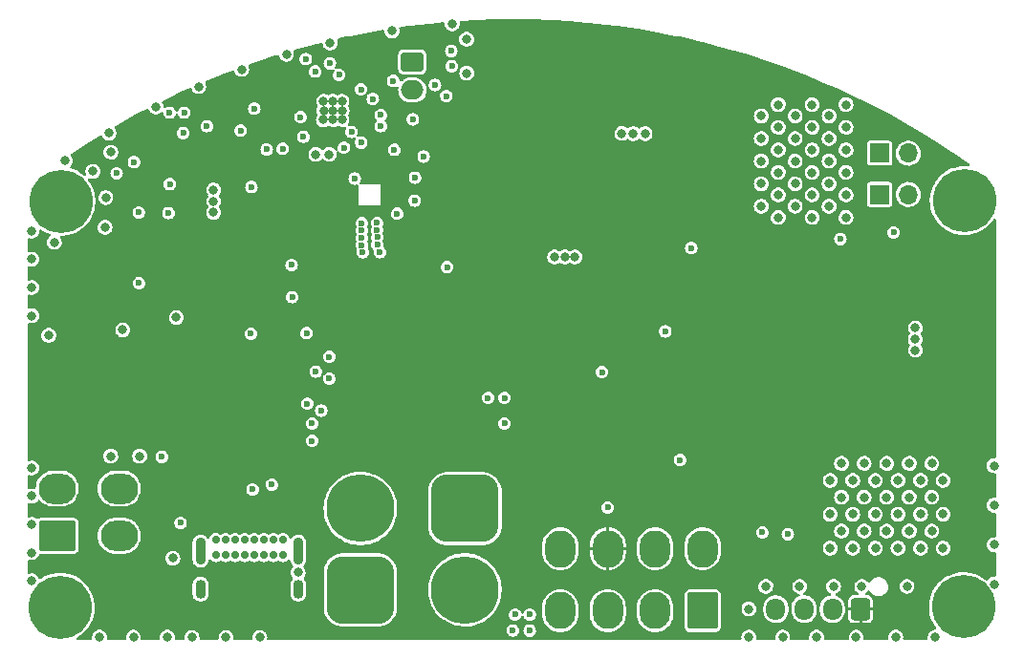
<source format=gbr>
%TF.GenerationSoftware,KiCad,Pcbnew,(6.0.1-0)*%
%TF.CreationDate,2022-08-02T01:53:12+01:00*%
%TF.ProjectId,powerboard_sc21_as25,706f7765-7262-46f6-9172-645f73633231,rev?*%
%TF.SameCoordinates,Original*%
%TF.FileFunction,Copper,L3,Inr*%
%TF.FilePolarity,Positive*%
%FSLAX46Y46*%
G04 Gerber Fmt 4.6, Leading zero omitted, Abs format (unit mm)*
G04 Created by KiCad (PCBNEW (6.0.1-0)) date 2022-08-02 01:53:12*
%MOMM*%
%LPD*%
G01*
G04 APERTURE LIST*
G04 Aperture macros list*
%AMRoundRect*
0 Rectangle with rounded corners*
0 $1 Rounding radius*
0 $2 $3 $4 $5 $6 $7 $8 $9 X,Y pos of 4 corners*
0 Add a 4 corners polygon primitive as box body*
4,1,4,$2,$3,$4,$5,$6,$7,$8,$9,$2,$3,0*
0 Add four circle primitives for the rounded corners*
1,1,$1+$1,$2,$3*
1,1,$1+$1,$4,$5*
1,1,$1+$1,$6,$7*
1,1,$1+$1,$8,$9*
0 Add four rect primitives between the rounded corners*
20,1,$1+$1,$2,$3,$4,$5,0*
20,1,$1+$1,$4,$5,$6,$7,0*
20,1,$1+$1,$6,$7,$8,$9,0*
20,1,$1+$1,$8,$9,$2,$3,0*%
G04 Aperture macros list end*
%TA.AperFunction,ComponentPad*%
%ADD10RoundRect,1.500000X-1.500000X1.500000X-1.500000X-1.500000X1.500000X-1.500000X1.500000X1.500000X0*%
%TD*%
%TA.AperFunction,ComponentPad*%
%ADD11C,6.000000*%
%TD*%
%TA.AperFunction,ComponentPad*%
%ADD12RoundRect,0.250001X1.399999X-1.099999X1.399999X1.099999X-1.399999X1.099999X-1.399999X-1.099999X0*%
%TD*%
%TA.AperFunction,ComponentPad*%
%ADD13O,3.300000X2.700000*%
%TD*%
%TA.AperFunction,ComponentPad*%
%ADD14RoundRect,0.250001X1.099999X1.399999X-1.099999X1.399999X-1.099999X-1.399999X1.099999X-1.399999X0*%
%TD*%
%TA.AperFunction,ComponentPad*%
%ADD15O,2.700000X3.300000*%
%TD*%
%TA.AperFunction,ComponentPad*%
%ADD16C,5.600000*%
%TD*%
%TA.AperFunction,ComponentPad*%
%ADD17R,1.700000X1.700000*%
%TD*%
%TA.AperFunction,ComponentPad*%
%ADD18O,1.700000X1.700000*%
%TD*%
%TA.AperFunction,ComponentPad*%
%ADD19RoundRect,0.250000X0.600000X0.725000X-0.600000X0.725000X-0.600000X-0.725000X0.600000X-0.725000X0*%
%TD*%
%TA.AperFunction,ComponentPad*%
%ADD20O,1.700000X1.950000*%
%TD*%
%TA.AperFunction,ComponentPad*%
%ADD21RoundRect,1.500000X1.500000X-1.500000X1.500000X1.500000X-1.500000X1.500000X-1.500000X-1.500000X0*%
%TD*%
%TA.AperFunction,ComponentPad*%
%ADD22RoundRect,0.250000X-0.750000X0.600000X-0.750000X-0.600000X0.750000X-0.600000X0.750000X0.600000X0*%
%TD*%
%TA.AperFunction,ComponentPad*%
%ADD23O,2.000000X1.700000*%
%TD*%
%TA.AperFunction,ComponentPad*%
%ADD24C,0.700000*%
%TD*%
%TA.AperFunction,ComponentPad*%
%ADD25O,0.900000X2.400000*%
%TD*%
%TA.AperFunction,ComponentPad*%
%ADD26O,0.900000X1.700000*%
%TD*%
%TA.AperFunction,ViaPad*%
%ADD27C,0.800000*%
%TD*%
%TA.AperFunction,ViaPad*%
%ADD28C,0.600000*%
%TD*%
G04 APERTURE END LIST*
D10*
%TO.N,GND*%
%TO.C,J6*%
X87850000Y-71100000D03*
D11*
%TO.N,Net-(C31-Pad1)*%
X87850000Y-78300000D03*
%TD*%
D12*
%TO.N,Net-(J5-Pad1)*%
%TO.C,J5*%
X51750000Y-73525000D03*
D13*
X51750000Y-69325000D03*
%TO.N,GND*%
X57250000Y-73525000D03*
X57250000Y-69325000D03*
%TD*%
D14*
%TO.N,GND*%
%TO.C,J4*%
X108900000Y-80160000D03*
D15*
X104700000Y-80160000D03*
X100500000Y-80160000D03*
%TO.N,/CANL*%
X96300000Y-80160000D03*
%TO.N,Net-(J4-Pad5)*%
X108900000Y-74660000D03*
X104700000Y-74660000D03*
%TO.N,+3V3*%
X100500000Y-74660000D03*
%TO.N,/CANH*%
X96300000Y-74660000D03*
%TD*%
D16*
%TO.N,GND*%
%TO.C,H3*%
X52000000Y-79850000D03*
%TD*%
%TO.N,GND*%
%TO.C,H4*%
X132075000Y-43800000D03*
%TD*%
D17*
%TO.N,Net-(C17-Pad2)*%
%TO.C,J2*%
X124575000Y-43250000D03*
D18*
%TO.N,GND*%
X127115000Y-43250000D03*
%TD*%
D19*
%TO.N,+3V3*%
%TO.C,J10*%
X122890000Y-80025000D03*
D20*
%TO.N,GND*%
X120390000Y-80025000D03*
%TO.N,/SDA*%
X117890000Y-80025000D03*
%TO.N,/SCL*%
X115390000Y-80025000D03*
%TD*%
D16*
%TO.N,GND*%
%TO.C,H2*%
X132000000Y-79800000D03*
%TD*%
D17*
%TO.N,Net-(C18-Pad2)*%
%TO.C,J3*%
X124575000Y-39600000D03*
D18*
%TO.N,GND*%
X127115000Y-39600000D03*
%TD*%
D16*
%TO.N,GND*%
%TO.C,H1*%
X52075000Y-43850000D03*
%TD*%
D21*
%TO.N,Net-(C31-Pad1)*%
%TO.C,J7*%
X78600000Y-78300000D03*
D11*
%TO.N,/Battery Charger/Q3-D*%
X78600000Y-71100000D03*
%TD*%
D22*
%TO.N,Net-(J1-Pad1)*%
%TO.C,J1*%
X83200000Y-31500000D03*
D23*
%TO.N,GND*%
X83200000Y-34000000D03*
%TD*%
D24*
%TO.N,GND*%
%TO.C,J8*%
X71745000Y-73885000D03*
%TO.N,VBUS*%
X70895000Y-73885000D03*
%TO.N,Net-(J8-PadA5)*%
X70045000Y-73885000D03*
%TO.N,/USB To UART/D+*%
X69195000Y-73885000D03*
%TO.N,/USB To UART/D-*%
X68345000Y-73885000D03*
%TO.N,unconnected-(J8-PadA8)*%
X67495000Y-73885000D03*
%TO.N,VBUS*%
X66645000Y-73885000D03*
%TO.N,GND*%
X65795000Y-73885000D03*
X65795000Y-75235000D03*
%TO.N,VBUS*%
X66645000Y-75235000D03*
%TO.N,Net-(J8-PadB5)*%
X67495000Y-75235000D03*
%TO.N,/USB To UART/D+*%
X68345000Y-75235000D03*
%TO.N,/USB To UART/D-*%
X69195000Y-75235000D03*
%TO.N,unconnected-(J8-PadB8)*%
X70045000Y-75235000D03*
%TO.N,VBUS*%
X70895000Y-75235000D03*
%TO.N,GND*%
X71745000Y-75235000D03*
D25*
X73095000Y-74865000D03*
X64445000Y-74865000D03*
D26*
X73095000Y-78245000D03*
X64445000Y-78245000D03*
%TD*%
D27*
%TO.N,GND*%
X58500000Y-82500000D03*
X74649500Y-39700000D03*
X117100000Y-44300000D03*
X134700000Y-67300000D03*
X49500000Y-72500000D03*
D28*
X80324980Y-48372129D03*
D27*
X120200000Y-71600000D03*
X117500000Y-78000000D03*
D28*
X70749501Y-68978269D03*
D27*
X121600000Y-35300000D03*
X127200000Y-70100000D03*
X126200000Y-74600000D03*
X126000000Y-82500000D03*
X122200000Y-74600000D03*
X120100000Y-36300000D03*
X118600000Y-35300000D03*
X61500000Y-82500000D03*
X120200000Y-74600000D03*
X75340000Y-34990000D03*
D28*
X61600000Y-44900000D03*
D27*
X121600000Y-39300000D03*
X49500000Y-46500000D03*
X134700000Y-70800000D03*
D28*
X83437701Y-41762299D03*
X59000000Y-51100000D03*
D27*
X117100000Y-36300000D03*
X76150000Y-34990000D03*
D28*
X78728000Y-46450000D03*
D27*
X122200000Y-71600000D03*
X118600000Y-45300000D03*
X118600000Y-41300000D03*
X125200000Y-67100000D03*
D28*
X58550000Y-40400000D03*
D27*
X75325000Y-36625000D03*
X116000000Y-82500000D03*
X88000000Y-29500000D03*
X76970000Y-36620000D03*
X49500000Y-70000000D03*
X126200000Y-68600000D03*
X114100000Y-42300000D03*
X127200000Y-67100000D03*
X120100000Y-44300000D03*
X76970000Y-34990000D03*
X115600000Y-41300000D03*
X129500000Y-82500000D03*
X115600000Y-39300000D03*
X128200000Y-71600000D03*
X123000000Y-78000000D03*
X134700000Y-74300000D03*
X121200000Y-70100000D03*
X76980000Y-35810000D03*
X115600000Y-37300000D03*
D28*
X80072000Y-45784588D03*
D27*
X49500000Y-75000000D03*
X118600000Y-39300000D03*
X49500000Y-67500000D03*
X129200000Y-73100000D03*
X49500000Y-77500000D03*
X113000000Y-80000000D03*
X127000000Y-78000000D03*
X52450000Y-40280000D03*
X49500000Y-49000000D03*
X115600000Y-43300000D03*
D28*
X81850980Y-44954361D03*
D27*
X123200000Y-67100000D03*
D28*
X80076793Y-46419012D03*
D27*
X120500000Y-78000000D03*
X129200000Y-70100000D03*
X63690000Y-82510000D03*
X121200000Y-67100000D03*
X130200000Y-68600000D03*
X125200000Y-73100000D03*
D28*
X62676405Y-72370102D03*
D27*
X68090000Y-32170000D03*
X86725000Y-28125000D03*
X72050000Y-30850000D03*
X69690000Y-82510000D03*
X121600000Y-41300000D03*
X114100000Y-44300000D03*
X125200000Y-70100000D03*
D28*
X91350000Y-61300000D03*
D27*
X88010000Y-32500000D03*
X130200000Y-74600000D03*
X122200000Y-68600000D03*
D28*
X100500000Y-71000000D03*
D27*
X124200000Y-68600000D03*
X120100000Y-42300000D03*
X115600000Y-45300000D03*
X129200000Y-67100000D03*
X60490000Y-35490000D03*
X114500000Y-78000000D03*
X121600000Y-43300000D03*
D28*
X78728000Y-45800000D03*
D27*
X75850000Y-39700000D03*
X117100000Y-40300000D03*
D28*
X81600000Y-39300000D03*
X68950000Y-42599503D03*
D27*
X118600000Y-37300000D03*
X128200000Y-68600000D03*
X115600000Y-35300000D03*
D28*
X114200000Y-73200000D03*
D27*
X124200000Y-71600000D03*
X54910000Y-41200000D03*
X66690000Y-82510000D03*
X119000000Y-82500000D03*
X76160000Y-36620000D03*
X123200000Y-70100000D03*
X121600000Y-45300000D03*
X127200000Y-73100000D03*
D28*
X78810054Y-48371789D03*
D27*
X117100000Y-38300000D03*
X123200000Y-73100000D03*
D28*
X100000000Y-59000000D03*
D27*
X56330000Y-37810000D03*
X73090000Y-76770000D03*
X130200000Y-71600000D03*
D28*
X61010023Y-66500980D03*
D27*
X51500000Y-47500000D03*
D28*
X80100000Y-47050000D03*
D27*
X134700000Y-77800000D03*
X120100000Y-40300000D03*
X126200000Y-71600000D03*
X62000000Y-75500000D03*
X121600000Y-37300000D03*
X120200000Y-68600000D03*
D28*
X58977376Y-44836593D03*
X68000000Y-37600000D03*
X81500000Y-33200000D03*
D27*
X114100000Y-38300000D03*
X49500000Y-54000000D03*
X124200000Y-74600000D03*
D28*
X125806043Y-46623197D03*
D27*
X121200000Y-73100000D03*
X122500000Y-82500000D03*
X114100000Y-36300000D03*
X49500000Y-51500000D03*
D28*
X61716646Y-42347604D03*
X78728000Y-47100000D03*
D27*
X55500000Y-82500000D03*
X120100000Y-38300000D03*
X75350000Y-35810000D03*
D28*
X78101608Y-41853786D03*
D27*
X56500000Y-39500000D03*
X117100000Y-42300000D03*
X64285410Y-33689992D03*
D28*
X78728000Y-47750000D03*
D27*
X55990000Y-46160000D03*
X75925000Y-29825000D03*
X118600000Y-43300000D03*
X51000000Y-55750000D03*
D28*
X80100000Y-47700000D03*
D27*
X128200000Y-74600000D03*
X81400000Y-28750000D03*
X114100000Y-40300000D03*
X56050000Y-43530000D03*
X113000000Y-82500000D03*
X76160000Y-35810000D03*
D28*
%TO.N,/EN*%
X73900511Y-61807928D03*
X86690000Y-31870000D03*
X73839502Y-55550000D03*
X86210000Y-34530000D03*
%TO.N,/Battery Charger/CE*%
X61700000Y-36000000D03*
X79700000Y-34800000D03*
X74600000Y-32357013D03*
%TO.N,/Battery Charger/PH*%
X70310847Y-39245909D03*
X73541589Y-38134020D03*
%TO.N,/Battery Charger/BTST*%
X71711412Y-39211411D03*
X77144172Y-39108006D03*
%TO.N,/Battery Charger/VCC*%
X57012299Y-41372299D03*
X77800000Y-37700000D03*
D27*
%TO.N,/Battery Charger/Q1-S*%
X59050000Y-66449502D03*
X62300000Y-54154500D03*
%TO.N,/Battery Charger/Q1-G*%
X57550000Y-55250000D03*
X56500000Y-66449502D03*
D28*
%TO.N,Net-(C15-Pad2)*%
X84200000Y-39900000D03*
X86275738Y-49705919D03*
%TO.N,+3V3*%
X55410000Y-78390000D03*
D27*
X85689746Y-44195878D03*
X85675000Y-45025000D03*
X100700000Y-77000000D03*
X115000000Y-70449989D03*
X101600000Y-77000000D03*
D28*
X87309502Y-52800000D03*
X78515270Y-49309385D03*
X68950000Y-41800000D03*
X71400000Y-66400000D03*
X100800000Y-59000000D03*
X80468026Y-44959030D03*
D27*
X86489976Y-45012359D03*
X115900000Y-71100000D03*
X99800000Y-77000000D03*
X116800000Y-71700000D03*
D28*
X62650000Y-66500980D03*
X125650000Y-45600000D03*
X78400000Y-56000000D03*
D27*
%TO.N,+24V*%
X97600000Y-48800000D03*
X96700000Y-48800000D03*
X102760000Y-37860000D03*
X95800000Y-48800000D03*
X127750000Y-55100000D03*
X101750000Y-37850000D03*
X127750000Y-57050000D03*
X103810000Y-37860000D03*
X127740000Y-56100000D03*
D28*
%TO.N,/BOOT*%
X72500000Y-49500000D03*
X86640000Y-30520000D03*
X107900000Y-48000000D03*
X121100000Y-47200000D03*
X68900000Y-55600000D03*
X85200000Y-33550000D03*
D27*
%TO.N,/Battery Charger/Q3-D*%
X65600000Y-42850000D03*
X65600000Y-44850000D03*
X65600000Y-43850000D03*
D28*
%TO.N,/LPC_24V*%
X89900000Y-61300000D03*
%TO.N,/3.3STAT1*%
X83406439Y-43790820D03*
%TO.N,/3.3STAT2*%
X116448755Y-73362685D03*
%TO.N,/PG*%
X76710020Y-32648946D03*
%TO.N,/BATTSTAT2*%
X75900000Y-31621594D03*
%TO.N,/BATTSTAT1*%
X78650000Y-33950000D03*
%TO.N,/RXD*%
X75850000Y-57650000D03*
X74324539Y-63550000D03*
%TO.N,/TXD*%
X74309561Y-65101981D03*
X75848031Y-59575388D03*
%TO.N,/Battery Charger/ACSET*%
X73290817Y-36400500D03*
X65000000Y-37200000D03*
%TO.N,Net-(IC1-Pad23)*%
X78675500Y-38650000D03*
X83250000Y-36600000D03*
%TO.N,/Battery Charger/ICSET2*%
X69200000Y-35659500D03*
X62900000Y-37800000D03*
%TO.N,Net-(IC1-Pad3)*%
X69050000Y-69400000D03*
X75132891Y-62417109D03*
X74649020Y-58950000D03*
X80400000Y-36200000D03*
%TO.N,Net-(IC1-Pad11)*%
X73764380Y-31258023D03*
X63000000Y-36000000D03*
%TO.N,/SDA*%
X92100000Y-81900000D03*
X93596265Y-81910043D03*
%TO.N,/SCL*%
X93600000Y-80500000D03*
X92300000Y-80500000D03*
%TO.N,Net-(C3-Pad1)*%
X72563060Y-52348600D03*
X80400000Y-37200000D03*
%TO.N,Net-(Q7-Pad1)*%
X106900000Y-66800000D03*
X105600000Y-55400000D03*
X91350000Y-63550000D03*
%TD*%
%TA.AperFunction,Conductor*%
%TO.N,+3V3*%
G36*
X93088221Y-27709702D02*
G01*
X93765433Y-27717699D01*
X93768357Y-27717767D01*
X95416434Y-27776174D01*
X95419392Y-27776315D01*
X95705791Y-27793244D01*
X97065524Y-27873618D01*
X97068492Y-27873828D01*
X97883885Y-27941380D01*
X98711982Y-28009984D01*
X98714880Y-28010259D01*
X99580959Y-28102649D01*
X100354616Y-28185180D01*
X100357571Y-28185530D01*
X101296520Y-28308181D01*
X101992800Y-28399133D01*
X101995706Y-28399548D01*
X103625342Y-28651691D01*
X103628240Y-28652174D01*
X105251574Y-28942750D01*
X105254418Y-28943293D01*
X106497661Y-29196269D01*
X106870404Y-29272115D01*
X106873313Y-29272743D01*
X107911620Y-29509682D01*
X108481004Y-29639614D01*
X108483892Y-29640309D01*
X108956621Y-29759996D01*
X110082495Y-30045049D01*
X110085371Y-30045813D01*
X110391541Y-30131072D01*
X111647056Y-30480695D01*
X111673985Y-30488194D01*
X111676833Y-30489023D01*
X113254639Y-30968819D01*
X113257379Y-30969688D01*
X114823352Y-31486588D01*
X114826123Y-31487539D01*
X116174144Y-31968085D01*
X116379442Y-32041270D01*
X116382233Y-32042302D01*
X117912827Y-32629027D01*
X117922051Y-32632563D01*
X117924811Y-32633659D01*
X117965949Y-32650553D01*
X119450230Y-33260104D01*
X119452943Y-33261255D01*
X120963250Y-33923593D01*
X120965847Y-33924770D01*
X122460049Y-34622567D01*
X122462692Y-34623840D01*
X123092775Y-34936422D01*
X123939925Y-35356691D01*
X123942575Y-35358044D01*
X125402141Y-36125601D01*
X125404758Y-36127017D01*
X126845775Y-36928817D01*
X126848358Y-36930295D01*
X127298896Y-37195102D01*
X128270051Y-37765907D01*
X128272521Y-37767399D01*
X129674095Y-38636355D01*
X129676528Y-38637903D01*
X130920686Y-39450553D01*
X131057239Y-39539746D01*
X131059711Y-39541403D01*
X132418635Y-40475527D01*
X132421066Y-40477241D01*
X132498263Y-40533035D01*
X132541757Y-40589149D01*
X132548008Y-40659870D01*
X132515033Y-40722744D01*
X132453300Y-40757809D01*
X132416545Y-40760906D01*
X132099877Y-40740983D01*
X132099870Y-40740983D01*
X132096358Y-40740762D01*
X132016603Y-40744663D01*
X131758722Y-40757274D01*
X131758713Y-40757275D01*
X131755215Y-40757446D01*
X131751747Y-40758008D01*
X131751744Y-40758008D01*
X131421532Y-40811491D01*
X131421529Y-40811492D01*
X131418057Y-40812054D01*
X131414670Y-40813000D01*
X131414664Y-40813001D01*
X131159104Y-40884355D01*
X131089088Y-40903904D01*
X130961195Y-40955576D01*
X130775672Y-41030532D01*
X130775668Y-41030534D01*
X130772408Y-41031851D01*
X130769321Y-41033520D01*
X130769317Y-41033522D01*
X130765417Y-41035631D01*
X130471963Y-41194301D01*
X130191499Y-41389228D01*
X130188857Y-41391541D01*
X130188853Y-41391544D01*
X130008087Y-41549793D01*
X129934511Y-41614204D01*
X129704202Y-41866425D01*
X129503444Y-42142745D01*
X129501702Y-42145811D01*
X129501701Y-42145813D01*
X129452380Y-42232634D01*
X129334737Y-42439722D01*
X129308909Y-42499984D01*
X129207722Y-42736071D01*
X129200186Y-42753653D01*
X129171920Y-42847274D01*
X129127723Y-42993664D01*
X129101467Y-43080627D01*
X129089915Y-43143571D01*
X129043706Y-43395346D01*
X129039811Y-43416566D01*
X129015985Y-43757285D01*
X129030288Y-44098537D01*
X129047485Y-44209622D01*
X129080157Y-44420672D01*
X129082540Y-44436067D01*
X129083462Y-44439459D01*
X129083462Y-44439461D01*
X129093127Y-44475033D01*
X129172091Y-44765669D01*
X129173381Y-44768928D01*
X129173383Y-44768933D01*
X129243558Y-44946173D01*
X129297825Y-45083235D01*
X129299470Y-45086329D01*
X129299471Y-45086331D01*
X129453927Y-45376821D01*
X129458173Y-45384807D01*
X129460163Y-45387713D01*
X129460164Y-45387715D01*
X129649147Y-45663718D01*
X129649152Y-45663724D01*
X129651138Y-45666625D01*
X129653441Y-45669293D01*
X129860683Y-45909385D01*
X129874314Y-45925177D01*
X130124921Y-46157241D01*
X130127747Y-46159324D01*
X130127750Y-46159327D01*
X130152930Y-46177891D01*
X130399833Y-46359924D01*
X130402870Y-46361678D01*
X130402874Y-46361680D01*
X130541667Y-46441812D01*
X130695624Y-46530699D01*
X130822354Y-46586066D01*
X131005388Y-46666032D01*
X131005391Y-46666033D01*
X131008609Y-46667439D01*
X131011966Y-46668478D01*
X131011971Y-46668480D01*
X131283814Y-46752629D01*
X131334885Y-46768438D01*
X131670386Y-46832439D01*
X131864059Y-46847341D01*
X132007434Y-46858373D01*
X132007435Y-46858373D01*
X132010931Y-46858642D01*
X132217793Y-46851418D01*
X132348758Y-46846845D01*
X132348763Y-46846845D01*
X132352273Y-46846722D01*
X132573872Y-46813999D01*
X132686681Y-46797341D01*
X132686686Y-46797340D01*
X132690160Y-46796827D01*
X132693552Y-46795931D01*
X132693556Y-46795930D01*
X133016989Y-46710476D01*
X133016990Y-46710476D01*
X133020380Y-46709580D01*
X133338816Y-46586066D01*
X133641499Y-46427827D01*
X133924658Y-46236834D01*
X133935364Y-46227723D01*
X134182089Y-46017743D01*
X134182090Y-46017742D01*
X134184762Y-46015468D01*
X134279170Y-45914934D01*
X134416159Y-45769056D01*
X134416163Y-45769051D01*
X134418570Y-45766488D01*
X134420675Y-45763674D01*
X134420681Y-45763667D01*
X134616972Y-45501279D01*
X134623167Y-45492998D01*
X134624947Y-45489964D01*
X134624953Y-45489955D01*
X134660150Y-45429962D01*
X134711873Y-45381328D01*
X134781679Y-45368378D01*
X134847404Y-45395224D01*
X134888182Y-45453342D01*
X134894827Y-45493809D01*
X134886580Y-57342185D01*
X134880217Y-66484484D01*
X134880192Y-66519830D01*
X134860143Y-66587937D01*
X134806455Y-66634392D01*
X134753533Y-66645740D01*
X134624221Y-66645062D01*
X134616841Y-66646834D01*
X134616839Y-66646834D01*
X134477563Y-66680271D01*
X134477560Y-66680272D01*
X134470184Y-66682043D01*
X134329414Y-66754700D01*
X134210039Y-66858838D01*
X134118950Y-66988444D01*
X134099610Y-67038048D01*
X134074354Y-67102828D01*
X134061406Y-67136037D01*
X134060414Y-67143570D01*
X134060414Y-67143571D01*
X134041880Y-67284355D01*
X134040729Y-67293096D01*
X134041563Y-67300646D01*
X134053153Y-67405623D01*
X134058113Y-67450553D01*
X134060723Y-67457684D01*
X134060723Y-67457686D01*
X134094946Y-67551204D01*
X134112553Y-67599319D01*
X134116789Y-67605622D01*
X134116789Y-67605623D01*
X134165220Y-67677695D01*
X134200908Y-67730805D01*
X134206527Y-67735918D01*
X134206528Y-67735919D01*
X134312460Y-67832309D01*
X134318076Y-67837419D01*
X134457293Y-67913008D01*
X134610522Y-67953207D01*
X134698233Y-67954585D01*
X134755084Y-67955478D01*
X134822882Y-67976547D01*
X134868527Y-68030926D01*
X134879105Y-68081549D01*
X134878735Y-68612921D01*
X134877755Y-70019817D01*
X134857705Y-70087924D01*
X134804017Y-70134379D01*
X134751096Y-70145727D01*
X134624221Y-70145062D01*
X134616841Y-70146834D01*
X134616839Y-70146834D01*
X134477563Y-70180271D01*
X134477560Y-70180272D01*
X134470184Y-70182043D01*
X134329414Y-70254700D01*
X134210039Y-70358838D01*
X134118950Y-70488444D01*
X134102434Y-70530805D01*
X134064898Y-70627081D01*
X134061406Y-70636037D01*
X134060414Y-70643570D01*
X134060414Y-70643571D01*
X134045213Y-70759040D01*
X134040729Y-70793096D01*
X134047767Y-70856843D01*
X134055789Y-70929500D01*
X134058113Y-70950553D01*
X134060723Y-70957684D01*
X134060723Y-70957686D01*
X134109882Y-71092019D01*
X134112553Y-71099319D01*
X134116789Y-71105622D01*
X134116789Y-71105623D01*
X134149194Y-71153846D01*
X134200908Y-71230805D01*
X134206527Y-71235918D01*
X134206528Y-71235919D01*
X134257421Y-71282228D01*
X134318076Y-71337419D01*
X134457293Y-71413008D01*
X134610522Y-71453207D01*
X134752649Y-71455439D01*
X134820445Y-71476508D01*
X134866089Y-71530887D01*
X134876668Y-71581511D01*
X134875817Y-72804526D01*
X134875329Y-73507439D01*
X134875320Y-73519804D01*
X134855271Y-73587910D01*
X134801583Y-73634366D01*
X134748660Y-73645714D01*
X134624221Y-73645062D01*
X134616841Y-73646834D01*
X134616839Y-73646834D01*
X134477563Y-73680271D01*
X134477560Y-73680272D01*
X134470184Y-73682043D01*
X134329414Y-73754700D01*
X134210039Y-73858838D01*
X134118950Y-73988444D01*
X134105730Y-74022351D01*
X134066898Y-74121952D01*
X134061406Y-74136037D01*
X134060414Y-74143570D01*
X134060414Y-74143571D01*
X134042160Y-74282228D01*
X134040729Y-74293096D01*
X134048664Y-74364971D01*
X134057250Y-74442733D01*
X134058113Y-74450553D01*
X134060723Y-74457684D01*
X134060723Y-74457686D01*
X134107520Y-74585565D01*
X134112553Y-74599319D01*
X134116789Y-74605622D01*
X134116789Y-74605623D01*
X134184892Y-74706970D01*
X134200908Y-74730805D01*
X134206527Y-74735918D01*
X134206528Y-74735919D01*
X134309554Y-74829665D01*
X134318076Y-74837419D01*
X134457293Y-74913008D01*
X134610522Y-74953207D01*
X134750213Y-74955401D01*
X134818010Y-74976470D01*
X134863654Y-75030849D01*
X134874233Y-75081471D01*
X134872921Y-76966958D01*
X134872884Y-77019791D01*
X134852835Y-77087897D01*
X134799147Y-77134353D01*
X134746224Y-77145701D01*
X134685975Y-77145386D01*
X134624221Y-77145062D01*
X134616841Y-77146834D01*
X134616839Y-77146834D01*
X134477563Y-77180271D01*
X134477560Y-77180272D01*
X134470184Y-77182043D01*
X134329414Y-77254700D01*
X134210039Y-77358838D01*
X134175656Y-77407760D01*
X134153705Y-77438993D01*
X134098170Y-77483224D01*
X134027538Y-77490410D01*
X133966308Y-77460179D01*
X133956357Y-77451219D01*
X133916977Y-77415761D01*
X133905801Y-77407760D01*
X133642129Y-77218989D01*
X133642122Y-77218985D01*
X133639262Y-77216937D01*
X133341115Y-77050308D01*
X133026251Y-76917951D01*
X133022882Y-76916960D01*
X133022878Y-76916958D01*
X132839547Y-76863001D01*
X132698597Y-76821517D01*
X132695138Y-76820907D01*
X132695129Y-76820905D01*
X132461336Y-76779682D01*
X132362235Y-76762208D01*
X132256647Y-76755565D01*
X132024876Y-76740983D01*
X132024870Y-76740983D01*
X132021358Y-76740762D01*
X131941603Y-76744663D01*
X131683722Y-76757274D01*
X131683713Y-76757275D01*
X131680215Y-76757446D01*
X131676747Y-76758008D01*
X131676744Y-76758008D01*
X131346532Y-76811491D01*
X131346529Y-76811492D01*
X131343057Y-76812054D01*
X131339670Y-76813000D01*
X131339664Y-76813001D01*
X131092385Y-76882043D01*
X131014088Y-76903904D01*
X130892678Y-76952957D01*
X130700672Y-77030532D01*
X130700668Y-77030534D01*
X130697408Y-77031851D01*
X130694321Y-77033520D01*
X130694317Y-77033522D01*
X130616453Y-77075623D01*
X130396963Y-77194301D01*
X130116499Y-77389228D01*
X130113857Y-77391541D01*
X130113853Y-77391544D01*
X129939302Y-77544352D01*
X129859511Y-77614204D01*
X129629202Y-77866425D01*
X129428444Y-78142745D01*
X129426702Y-78145811D01*
X129426701Y-78145813D01*
X129400040Y-78192745D01*
X129259737Y-78439722D01*
X129258349Y-78442961D01*
X129137549Y-78724809D01*
X129125186Y-78753653D01*
X129104798Y-78821182D01*
X129031523Y-79063882D01*
X129026467Y-79080627D01*
X129010279Y-79168828D01*
X128970047Y-79388039D01*
X128964811Y-79416566D01*
X128940985Y-79757285D01*
X128955288Y-80098537D01*
X128971407Y-80202659D01*
X129004577Y-80416924D01*
X129007540Y-80436067D01*
X129008462Y-80439459D01*
X129008462Y-80439461D01*
X129022686Y-80491812D01*
X129097091Y-80765669D01*
X129098381Y-80768928D01*
X129098383Y-80768933D01*
X129167520Y-80943551D01*
X129222825Y-81083235D01*
X129224470Y-81086329D01*
X129224471Y-81086331D01*
X129376882Y-81372975D01*
X129383173Y-81384807D01*
X129385163Y-81387713D01*
X129385164Y-81387715D01*
X129402197Y-81412591D01*
X129549682Y-81627986D01*
X129563426Y-81648059D01*
X129585408Y-81715567D01*
X129567403Y-81784242D01*
X129515128Y-81832282D01*
X129458803Y-81845243D01*
X129445767Y-81845175D01*
X129424221Y-81845062D01*
X129416841Y-81846834D01*
X129416839Y-81846834D01*
X129277563Y-81880271D01*
X129277560Y-81880272D01*
X129270184Y-81882043D01*
X129129414Y-81954700D01*
X129010039Y-82058838D01*
X128918950Y-82188444D01*
X128913802Y-82201649D01*
X128871345Y-82310546D01*
X128861406Y-82336037D01*
X128860414Y-82343570D01*
X128860414Y-82343571D01*
X128842524Y-82479463D01*
X128840729Y-82493096D01*
X128843467Y-82517894D01*
X128852155Y-82596593D01*
X128839749Y-82666497D01*
X128791519Y-82718597D01*
X128726932Y-82736419D01*
X127706270Y-82736547D01*
X126772662Y-82736664D01*
X126704540Y-82716670D01*
X126658040Y-82663021D01*
X126647904Y-82592911D01*
X126658581Y-82517891D01*
X126658581Y-82517888D01*
X126659162Y-82513807D01*
X126659307Y-82500000D01*
X126640276Y-82342733D01*
X126584280Y-82194546D01*
X126567598Y-82170274D01*
X126498855Y-82070251D01*
X126498854Y-82070249D01*
X126494553Y-82063992D01*
X126488560Y-82058652D01*
X126413574Y-81991843D01*
X126376275Y-81958611D01*
X126368889Y-81954700D01*
X126269082Y-81901855D01*
X126236274Y-81884484D01*
X126082633Y-81845892D01*
X126075034Y-81845852D01*
X126075033Y-81845852D01*
X126009181Y-81845507D01*
X125924221Y-81845062D01*
X125916841Y-81846834D01*
X125916839Y-81846834D01*
X125777563Y-81880271D01*
X125777560Y-81880272D01*
X125770184Y-81882043D01*
X125629414Y-81954700D01*
X125510039Y-82058838D01*
X125418950Y-82188444D01*
X125413802Y-82201649D01*
X125371345Y-82310546D01*
X125361406Y-82336037D01*
X125360414Y-82343570D01*
X125360414Y-82343571D01*
X125342524Y-82479463D01*
X125340729Y-82493096D01*
X125352156Y-82596593D01*
X125352204Y-82597029D01*
X125339798Y-82666933D01*
X125291569Y-82719033D01*
X125226981Y-82736856D01*
X124208293Y-82736984D01*
X123272600Y-82737101D01*
X123204478Y-82717107D01*
X123157978Y-82663458D01*
X123147842Y-82593348D01*
X123158581Y-82517891D01*
X123158581Y-82517888D01*
X123159162Y-82513807D01*
X123159307Y-82500000D01*
X123140276Y-82342733D01*
X123084280Y-82194546D01*
X123067598Y-82170274D01*
X122998855Y-82070251D01*
X122998854Y-82070249D01*
X122994553Y-82063992D01*
X122988560Y-82058652D01*
X122913574Y-81991843D01*
X122876275Y-81958611D01*
X122868889Y-81954700D01*
X122769082Y-81901855D01*
X122736274Y-81884484D01*
X122582633Y-81845892D01*
X122575034Y-81845852D01*
X122575033Y-81845852D01*
X122509181Y-81845507D01*
X122424221Y-81845062D01*
X122416841Y-81846834D01*
X122416839Y-81846834D01*
X122277563Y-81880271D01*
X122277560Y-81880272D01*
X122270184Y-81882043D01*
X122129414Y-81954700D01*
X122010039Y-82058838D01*
X121918950Y-82188444D01*
X121913802Y-82201649D01*
X121871345Y-82310546D01*
X121861406Y-82336037D01*
X121860414Y-82343570D01*
X121860414Y-82343571D01*
X121842524Y-82479463D01*
X121840729Y-82493096D01*
X121847283Y-82552460D01*
X121852252Y-82597466D01*
X121839846Y-82667370D01*
X121791617Y-82719470D01*
X121727029Y-82737293D01*
X120710011Y-82737420D01*
X119772538Y-82737538D01*
X119704416Y-82717544D01*
X119657916Y-82663895D01*
X119647780Y-82593785D01*
X119658581Y-82517891D01*
X119658581Y-82517888D01*
X119659162Y-82513807D01*
X119659307Y-82500000D01*
X119640276Y-82342733D01*
X119584280Y-82194546D01*
X119567598Y-82170274D01*
X119498855Y-82070251D01*
X119498854Y-82070249D01*
X119494553Y-82063992D01*
X119488560Y-82058652D01*
X119413574Y-81991843D01*
X119376275Y-81958611D01*
X119368889Y-81954700D01*
X119269082Y-81901855D01*
X119236274Y-81884484D01*
X119082633Y-81845892D01*
X119075034Y-81845852D01*
X119075033Y-81845852D01*
X119009181Y-81845507D01*
X118924221Y-81845062D01*
X118916841Y-81846834D01*
X118916839Y-81846834D01*
X118777563Y-81880271D01*
X118777560Y-81880272D01*
X118770184Y-81882043D01*
X118629414Y-81954700D01*
X118510039Y-82058838D01*
X118418950Y-82188444D01*
X118413802Y-82201649D01*
X118371345Y-82310546D01*
X118361406Y-82336037D01*
X118360414Y-82343570D01*
X118360414Y-82343571D01*
X118342524Y-82479463D01*
X118340729Y-82493096D01*
X118347283Y-82552460D01*
X118352300Y-82597904D01*
X118339894Y-82667809D01*
X118291664Y-82719909D01*
X118227077Y-82737731D01*
X117464509Y-82737826D01*
X116772485Y-82737913D01*
X116704363Y-82717919D01*
X116657863Y-82664270D01*
X116647727Y-82594161D01*
X116658581Y-82517894D01*
X116658582Y-82517884D01*
X116659162Y-82513807D01*
X116659307Y-82500000D01*
X116640276Y-82342733D01*
X116584280Y-82194546D01*
X116567598Y-82170274D01*
X116498855Y-82070251D01*
X116498854Y-82070249D01*
X116494553Y-82063992D01*
X116488560Y-82058652D01*
X116413574Y-81991843D01*
X116376275Y-81958611D01*
X116368889Y-81954700D01*
X116269082Y-81901855D01*
X116236274Y-81884484D01*
X116082633Y-81845892D01*
X116075034Y-81845852D01*
X116075033Y-81845852D01*
X116009181Y-81845507D01*
X115924221Y-81845062D01*
X115916841Y-81846834D01*
X115916839Y-81846834D01*
X115777563Y-81880271D01*
X115777560Y-81880272D01*
X115770184Y-81882043D01*
X115629414Y-81954700D01*
X115510039Y-82058838D01*
X115418950Y-82188444D01*
X115413802Y-82201649D01*
X115371345Y-82310546D01*
X115361406Y-82336037D01*
X115360414Y-82343570D01*
X115360414Y-82343571D01*
X115342524Y-82479463D01*
X115340729Y-82493096D01*
X115352342Y-82598279D01*
X115339936Y-82668183D01*
X115291707Y-82720283D01*
X115227119Y-82738106D01*
X114465779Y-82738201D01*
X113772431Y-82738288D01*
X113704309Y-82718294D01*
X113657809Y-82664645D01*
X113647673Y-82594535D01*
X113658581Y-82517891D01*
X113658581Y-82517888D01*
X113659162Y-82513807D01*
X113659307Y-82500000D01*
X113640276Y-82342733D01*
X113584280Y-82194546D01*
X113567598Y-82170274D01*
X113498855Y-82070251D01*
X113498854Y-82070249D01*
X113494553Y-82063992D01*
X113488560Y-82058652D01*
X113413574Y-81991843D01*
X113376275Y-81958611D01*
X113368889Y-81954700D01*
X113269082Y-81901855D01*
X113236274Y-81884484D01*
X113082633Y-81845892D01*
X113075034Y-81845852D01*
X113075033Y-81845852D01*
X113009181Y-81845507D01*
X112924221Y-81845062D01*
X112916841Y-81846834D01*
X112916839Y-81846834D01*
X112777563Y-81880271D01*
X112777560Y-81880272D01*
X112770184Y-81882043D01*
X112629414Y-81954700D01*
X112510039Y-82058838D01*
X112418950Y-82188444D01*
X112413802Y-82201649D01*
X112371345Y-82310546D01*
X112361406Y-82336037D01*
X112360414Y-82343570D01*
X112360414Y-82343571D01*
X112342524Y-82479463D01*
X112340729Y-82493096D01*
X112347283Y-82552460D01*
X112352383Y-82598653D01*
X112339977Y-82668557D01*
X112291748Y-82720657D01*
X112227160Y-82738480D01*
X84427231Y-82741954D01*
X70463084Y-82743699D01*
X70394962Y-82723705D01*
X70348462Y-82670056D01*
X70338326Y-82599946D01*
X70339390Y-82592474D01*
X70349162Y-82523807D01*
X70349307Y-82510000D01*
X70347443Y-82494592D01*
X70334485Y-82387515D01*
X70330276Y-82352733D01*
X70274280Y-82204546D01*
X70257164Y-82179642D01*
X70188855Y-82080251D01*
X70188854Y-82080249D01*
X70184553Y-82073992D01*
X70167335Y-82058651D01*
X70071946Y-81973664D01*
X70066275Y-81968611D01*
X70058889Y-81964700D01*
X69971124Y-81918231D01*
X69936692Y-81900000D01*
X91540715Y-81900000D01*
X91541793Y-81908188D01*
X91556484Y-82019777D01*
X91559772Y-82044754D01*
X91579578Y-82092570D01*
X91611765Y-82170274D01*
X91615645Y-82179642D01*
X91622399Y-82188444D01*
X91699406Y-82288801D01*
X91704526Y-82295474D01*
X91711076Y-82300500D01*
X91711079Y-82300503D01*
X91813804Y-82379327D01*
X91820357Y-82384355D01*
X91955246Y-82440228D01*
X92100000Y-82459285D01*
X92108188Y-82458207D01*
X92236566Y-82441306D01*
X92244754Y-82440228D01*
X92379643Y-82384355D01*
X92386196Y-82379327D01*
X92488921Y-82300503D01*
X92488924Y-82300500D01*
X92495474Y-82295474D01*
X92500595Y-82288801D01*
X92577601Y-82188444D01*
X92584355Y-82179642D01*
X92588236Y-82170274D01*
X92620422Y-82092570D01*
X92640228Y-82044754D01*
X92643517Y-82019777D01*
X92657963Y-81910043D01*
X93036980Y-81910043D01*
X93038058Y-81918231D01*
X93051871Y-82023150D01*
X93056037Y-82054797D01*
X93075843Y-82102613D01*
X93103870Y-82170274D01*
X93111910Y-82189685D01*
X93200791Y-82305517D01*
X93207341Y-82310543D01*
X93207344Y-82310546D01*
X93307652Y-82387515D01*
X93316622Y-82394398D01*
X93451511Y-82450271D01*
X93596265Y-82469328D01*
X93604453Y-82468250D01*
X93732831Y-82451349D01*
X93741019Y-82450271D01*
X93875908Y-82394398D01*
X93884878Y-82387515D01*
X93985186Y-82310546D01*
X93985189Y-82310543D01*
X93991739Y-82305517D01*
X94080620Y-82189685D01*
X94088661Y-82170274D01*
X94116687Y-82102613D01*
X94136493Y-82054797D01*
X94140660Y-82023150D01*
X94154472Y-81918231D01*
X94155550Y-81910043D01*
X94151864Y-81882043D01*
X94137571Y-81773475D01*
X94137570Y-81773473D01*
X94136493Y-81765289D01*
X94093539Y-81661589D01*
X94083780Y-81638029D01*
X94083779Y-81638027D01*
X94080620Y-81630401D01*
X94023061Y-81555389D01*
X93996766Y-81521120D01*
X93996765Y-81521119D01*
X93991739Y-81514569D01*
X93985189Y-81509543D01*
X93985186Y-81509540D01*
X93882461Y-81430716D01*
X93882459Y-81430715D01*
X93875908Y-81425688D01*
X93741019Y-81369815D01*
X93596265Y-81350758D01*
X93588077Y-81351836D01*
X93459697Y-81368737D01*
X93459695Y-81368738D01*
X93451511Y-81369815D01*
X93408297Y-81387715D01*
X93324251Y-81422528D01*
X93324249Y-81422529D01*
X93316623Y-81425688D01*
X93200791Y-81514569D01*
X93195768Y-81521115D01*
X93178977Y-81542998D01*
X93111910Y-81630401D01*
X93108751Y-81638027D01*
X93108750Y-81638029D01*
X93098991Y-81661589D01*
X93056037Y-81765289D01*
X93054960Y-81773473D01*
X93054959Y-81773475D01*
X93040666Y-81882043D01*
X93036980Y-81910043D01*
X92657963Y-81910043D01*
X92658207Y-81908188D01*
X92659285Y-81900000D01*
X92645641Y-81796361D01*
X92641306Y-81763432D01*
X92641305Y-81763430D01*
X92640228Y-81755246D01*
X92601434Y-81661589D01*
X92587515Y-81627986D01*
X92587514Y-81627984D01*
X92584355Y-81620358D01*
X92528563Y-81547648D01*
X92500501Y-81511077D01*
X92500500Y-81511076D01*
X92495474Y-81504526D01*
X92488924Y-81499500D01*
X92488921Y-81499497D01*
X92386196Y-81420673D01*
X92386194Y-81420672D01*
X92379643Y-81415645D01*
X92244754Y-81359772D01*
X92100000Y-81340715D01*
X92091812Y-81341793D01*
X91963432Y-81358694D01*
X91963430Y-81358695D01*
X91955246Y-81359772D01*
X91907430Y-81379578D01*
X91827986Y-81412485D01*
X91827984Y-81412486D01*
X91820358Y-81415645D01*
X91752259Y-81467899D01*
X91713202Y-81497869D01*
X91704526Y-81504526D01*
X91615645Y-81620358D01*
X91612486Y-81627984D01*
X91612485Y-81627986D01*
X91598566Y-81661589D01*
X91559772Y-81755246D01*
X91558695Y-81763430D01*
X91558694Y-81763432D01*
X91554359Y-81796361D01*
X91540715Y-81900000D01*
X69936692Y-81900000D01*
X69926274Y-81894484D01*
X69772633Y-81855892D01*
X69765034Y-81855852D01*
X69765033Y-81855852D01*
X69699181Y-81855507D01*
X69614221Y-81855062D01*
X69606841Y-81856834D01*
X69606839Y-81856834D01*
X69467563Y-81890271D01*
X69467560Y-81890272D01*
X69460184Y-81892043D01*
X69319414Y-81964700D01*
X69200039Y-82068838D01*
X69108950Y-82198444D01*
X69106190Y-82205524D01*
X69055305Y-82336037D01*
X69051406Y-82346037D01*
X69050414Y-82353570D01*
X69050414Y-82353571D01*
X69031849Y-82494592D01*
X69030729Y-82503096D01*
X69033777Y-82530699D01*
X69041876Y-82604066D01*
X69029470Y-82673970D01*
X68981240Y-82726070D01*
X68916653Y-82743892D01*
X68136278Y-82743990D01*
X67463031Y-82744074D01*
X67394909Y-82724080D01*
X67348409Y-82670431D01*
X67338273Y-82600321D01*
X67348581Y-82527891D01*
X67348581Y-82527888D01*
X67349162Y-82523807D01*
X67349307Y-82510000D01*
X67347443Y-82494592D01*
X67334485Y-82387515D01*
X67330276Y-82352733D01*
X67274280Y-82204546D01*
X67257164Y-82179642D01*
X67188855Y-82080251D01*
X67188854Y-82080249D01*
X67184553Y-82073992D01*
X67167335Y-82058651D01*
X67071946Y-81973664D01*
X67066275Y-81968611D01*
X67058889Y-81964700D01*
X66971124Y-81918231D01*
X66926274Y-81894484D01*
X66772633Y-81855892D01*
X66765034Y-81855852D01*
X66765033Y-81855852D01*
X66699181Y-81855507D01*
X66614221Y-81855062D01*
X66606841Y-81856834D01*
X66606839Y-81856834D01*
X66467563Y-81890271D01*
X66467560Y-81890272D01*
X66460184Y-81892043D01*
X66319414Y-81964700D01*
X66200039Y-82068838D01*
X66108950Y-82198444D01*
X66106190Y-82205524D01*
X66055305Y-82336037D01*
X66051406Y-82346037D01*
X66050414Y-82353570D01*
X66050414Y-82353571D01*
X66031849Y-82494592D01*
X66030729Y-82503096D01*
X66041637Y-82601895D01*
X66041918Y-82604440D01*
X66029512Y-82674344D01*
X65981283Y-82726444D01*
X65916695Y-82744267D01*
X65138785Y-82744364D01*
X64462977Y-82744449D01*
X64394855Y-82724455D01*
X64348355Y-82670806D01*
X64338219Y-82600697D01*
X64349162Y-82523807D01*
X64349307Y-82510000D01*
X64347443Y-82494592D01*
X64334485Y-82387515D01*
X64330276Y-82352733D01*
X64274280Y-82204546D01*
X64257164Y-82179642D01*
X64188855Y-82080251D01*
X64188854Y-82080249D01*
X64184553Y-82073992D01*
X64167335Y-82058651D01*
X64071946Y-81973664D01*
X64066275Y-81968611D01*
X64058889Y-81964700D01*
X63971124Y-81918231D01*
X63926274Y-81894484D01*
X63772633Y-81855892D01*
X63765034Y-81855852D01*
X63765033Y-81855852D01*
X63699181Y-81855507D01*
X63614221Y-81855062D01*
X63606841Y-81856834D01*
X63606839Y-81856834D01*
X63467563Y-81890271D01*
X63467560Y-81890272D01*
X63460184Y-81892043D01*
X63319414Y-81964700D01*
X63200039Y-82068838D01*
X63108950Y-82198444D01*
X63106190Y-82205524D01*
X63055305Y-82336037D01*
X63051406Y-82346037D01*
X63050414Y-82353570D01*
X63050414Y-82353571D01*
X63031849Y-82494592D01*
X63030729Y-82503096D01*
X63036179Y-82552460D01*
X63041959Y-82604815D01*
X63029553Y-82674720D01*
X62981323Y-82726820D01*
X62916736Y-82744642D01*
X62734410Y-82744665D01*
X62271514Y-82744723D01*
X62203393Y-82724729D01*
X62156893Y-82671080D01*
X62146757Y-82600970D01*
X62146850Y-82600321D01*
X62158326Y-82519682D01*
X62158581Y-82517891D01*
X62158581Y-82517888D01*
X62159162Y-82513807D01*
X62159307Y-82500000D01*
X62140276Y-82342733D01*
X62084280Y-82194546D01*
X62067598Y-82170274D01*
X61998855Y-82070251D01*
X61998854Y-82070249D01*
X61994553Y-82063992D01*
X61988560Y-82058652D01*
X61913574Y-81991843D01*
X61876275Y-81958611D01*
X61868889Y-81954700D01*
X61769082Y-81901855D01*
X61736274Y-81884484D01*
X61582633Y-81845892D01*
X61575034Y-81845852D01*
X61575033Y-81845852D01*
X61509181Y-81845507D01*
X61424221Y-81845062D01*
X61416841Y-81846834D01*
X61416839Y-81846834D01*
X61277563Y-81880271D01*
X61277560Y-81880272D01*
X61270184Y-81882043D01*
X61129414Y-81954700D01*
X61010039Y-82058838D01*
X60918950Y-82188444D01*
X60913802Y-82201649D01*
X60871345Y-82310546D01*
X60861406Y-82336037D01*
X60860414Y-82343570D01*
X60860414Y-82343571D01*
X60842524Y-82479463D01*
X60840729Y-82493096D01*
X60853094Y-82605089D01*
X60840688Y-82674993D01*
X60792459Y-82727093D01*
X60727873Y-82744916D01*
X60020994Y-82745004D01*
X59271463Y-82745097D01*
X59203339Y-82725103D01*
X59156840Y-82671454D01*
X59146704Y-82601344D01*
X59158581Y-82517891D01*
X59158581Y-82517888D01*
X59159162Y-82513807D01*
X59159307Y-82500000D01*
X59140276Y-82342733D01*
X59084280Y-82194546D01*
X59067598Y-82170274D01*
X58998855Y-82070251D01*
X58998854Y-82070249D01*
X58994553Y-82063992D01*
X58988560Y-82058652D01*
X58913574Y-81991843D01*
X58876275Y-81958611D01*
X58868889Y-81954700D01*
X58769082Y-81901855D01*
X58736274Y-81884484D01*
X58582633Y-81845892D01*
X58575034Y-81845852D01*
X58575033Y-81845852D01*
X58509181Y-81845507D01*
X58424221Y-81845062D01*
X58416841Y-81846834D01*
X58416839Y-81846834D01*
X58277563Y-81880271D01*
X58277560Y-81880272D01*
X58270184Y-81882043D01*
X58129414Y-81954700D01*
X58010039Y-82058838D01*
X57918950Y-82188444D01*
X57913802Y-82201649D01*
X57871345Y-82310546D01*
X57861406Y-82336037D01*
X57860414Y-82343570D01*
X57860414Y-82343571D01*
X57842524Y-82479463D01*
X57840729Y-82493096D01*
X57852741Y-82601895D01*
X57853135Y-82605464D01*
X57840729Y-82675368D01*
X57792500Y-82727468D01*
X57727914Y-82745291D01*
X57021315Y-82745379D01*
X56271410Y-82745472D01*
X56203286Y-82725478D01*
X56156787Y-82671829D01*
X56146651Y-82601719D01*
X56158581Y-82517891D01*
X56158581Y-82517888D01*
X56159162Y-82513807D01*
X56159307Y-82500000D01*
X56140276Y-82342733D01*
X56084280Y-82194546D01*
X56067598Y-82170274D01*
X55998855Y-82070251D01*
X55998854Y-82070249D01*
X55994553Y-82063992D01*
X55988560Y-82058652D01*
X55913574Y-81991843D01*
X55876275Y-81958611D01*
X55868889Y-81954700D01*
X55769082Y-81901855D01*
X55736274Y-81884484D01*
X55582633Y-81845892D01*
X55575034Y-81845852D01*
X55575033Y-81845852D01*
X55509181Y-81845507D01*
X55424221Y-81845062D01*
X55416841Y-81846834D01*
X55416839Y-81846834D01*
X55277563Y-81880271D01*
X55277560Y-81880272D01*
X55270184Y-81882043D01*
X55129414Y-81954700D01*
X55010039Y-82058838D01*
X54918950Y-82188444D01*
X54913802Y-82201649D01*
X54871345Y-82310546D01*
X54861406Y-82336037D01*
X54860414Y-82343570D01*
X54860414Y-82343571D01*
X54842524Y-82479463D01*
X54840729Y-82493096D01*
X54847283Y-82552460D01*
X54853176Y-82605839D01*
X54840770Y-82675744D01*
X54792540Y-82727844D01*
X54727954Y-82745666D01*
X53566889Y-82745811D01*
X53498766Y-82725817D01*
X53452267Y-82672168D01*
X53442154Y-82601895D01*
X53471639Y-82537310D01*
X53508498Y-82508150D01*
X53563370Y-82479463D01*
X53563373Y-82479461D01*
X53566499Y-82477827D01*
X53766784Y-82342733D01*
X53846742Y-82288801D01*
X53846744Y-82288800D01*
X53849658Y-82286834D01*
X53868764Y-82270574D01*
X54107089Y-82067743D01*
X54107090Y-82067742D01*
X54109762Y-82065468D01*
X54161642Y-82010221D01*
X54341159Y-81819056D01*
X54341163Y-81819051D01*
X54343570Y-81816488D01*
X54345675Y-81813674D01*
X54345681Y-81813667D01*
X54546058Y-81545817D01*
X54548167Y-81542998D01*
X54562577Y-81518438D01*
X54619935Y-81420672D01*
X54721003Y-81248406D01*
X54722435Y-81245190D01*
X54858492Y-80939600D01*
X54858494Y-80939595D01*
X54859924Y-80936383D01*
X54963199Y-80610820D01*
X55029540Y-80275774D01*
X55044718Y-80095020D01*
X55057937Y-79937605D01*
X55057938Y-79937594D01*
X55058120Y-79935421D01*
X55058706Y-79893525D01*
X55058838Y-79884050D01*
X75345500Y-79884050D01*
X75352957Y-80008322D01*
X75353761Y-80012437D01*
X75353761Y-80012440D01*
X75400686Y-80252730D01*
X75402938Y-80264264D01*
X75404502Y-80268668D01*
X75404503Y-80268672D01*
X75412853Y-80292185D01*
X75490202Y-80510006D01*
X75612829Y-80740150D01*
X75652967Y-80794294D01*
X75758300Y-80936383D01*
X75768128Y-80949641D01*
X75855707Y-81037068D01*
X75930613Y-81111843D01*
X75952685Y-81133877D01*
X76162447Y-81288809D01*
X76392805Y-81411035D01*
X76397205Y-81412589D01*
X76397210Y-81412591D01*
X76491736Y-81445971D01*
X76638699Y-81497869D01*
X76894727Y-81547404D01*
X77015950Y-81554500D01*
X80184050Y-81554500D01*
X80308322Y-81547043D01*
X80312437Y-81546239D01*
X80312440Y-81546239D01*
X80559671Y-81497959D01*
X80559672Y-81497959D01*
X80564264Y-81497062D01*
X80568668Y-81495498D01*
X80568672Y-81495497D01*
X80710145Y-81445259D01*
X80810006Y-81409798D01*
X81040150Y-81287171D01*
X81193000Y-81173861D01*
X81245882Y-81134659D01*
X81245885Y-81134656D01*
X81249641Y-81131872D01*
X81393747Y-80987515D01*
X81430574Y-80950624D01*
X81430576Y-80950622D01*
X81433877Y-80947315D01*
X81588809Y-80737553D01*
X81711035Y-80507195D01*
X81716468Y-80491812D01*
X81784443Y-80299319D01*
X81797869Y-80261301D01*
X81847404Y-80005273D01*
X81854500Y-79884050D01*
X81854500Y-78288623D01*
X84590740Y-78288623D01*
X84590912Y-78292018D01*
X84590912Y-78292019D01*
X84608201Y-78633306D01*
X84608575Y-78640688D01*
X84609112Y-78644043D01*
X84609113Y-78644049D01*
X84640603Y-78840646D01*
X84664328Y-78988767D01*
X84757347Y-79328789D01*
X84886545Y-79656776D01*
X84888128Y-79659791D01*
X85048825Y-79965875D01*
X85048830Y-79965883D01*
X85050409Y-79968891D01*
X85052303Y-79971709D01*
X85052308Y-79971718D01*
X85224513Y-80227986D01*
X85247023Y-80261484D01*
X85474087Y-80531131D01*
X85476547Y-80533482D01*
X85476550Y-80533485D01*
X85726482Y-80772325D01*
X85726489Y-80772331D01*
X85728945Y-80774678D01*
X86008614Y-80989276D01*
X86036714Y-81006361D01*
X86306910Y-81170643D01*
X86306915Y-81170646D01*
X86309825Y-81172415D01*
X86312913Y-81173861D01*
X86312912Y-81173861D01*
X86625968Y-81320508D01*
X86625978Y-81320512D01*
X86629052Y-81321952D01*
X86632270Y-81323054D01*
X86632273Y-81323055D01*
X86959331Y-81435032D01*
X86959335Y-81435033D01*
X86962562Y-81436138D01*
X86965892Y-81436888D01*
X86965901Y-81436891D01*
X87209150Y-81491709D01*
X87306454Y-81513637D01*
X87309839Y-81514023D01*
X87309847Y-81514024D01*
X87653321Y-81553158D01*
X87653329Y-81553158D01*
X87656704Y-81553543D01*
X87660108Y-81553561D01*
X87660111Y-81553561D01*
X87851972Y-81554566D01*
X88009215Y-81555389D01*
X88012601Y-81555039D01*
X88012603Y-81555039D01*
X88356472Y-81519504D01*
X88356481Y-81519503D01*
X88359864Y-81519153D01*
X88363197Y-81518439D01*
X88363200Y-81518438D01*
X88598942Y-81467899D01*
X88704548Y-81445259D01*
X89039236Y-81334572D01*
X89360012Y-81188386D01*
X89362949Y-81186642D01*
X89362955Y-81186639D01*
X89660189Y-81010153D01*
X89663123Y-81008411D01*
X89945025Y-80796753D01*
X90139321Y-80614934D01*
X90199922Y-80558225D01*
X90199925Y-80558222D01*
X90202419Y-80555888D01*
X90223714Y-80531131D01*
X90250491Y-80500000D01*
X91740715Y-80500000D01*
X91741793Y-80508188D01*
X91756780Y-80622024D01*
X91759772Y-80644754D01*
X91764033Y-80655040D01*
X91808453Y-80762278D01*
X91815645Y-80779642D01*
X91904526Y-80895474D01*
X91911076Y-80900500D01*
X91911079Y-80900503D01*
X92013804Y-80979327D01*
X92020357Y-80984355D01*
X92155246Y-81040228D01*
X92300000Y-81059285D01*
X92308188Y-81058207D01*
X92322788Y-81056285D01*
X92444754Y-81040228D01*
X92579643Y-80984355D01*
X92586196Y-80979327D01*
X92688921Y-80900503D01*
X92688924Y-80900500D01*
X92695474Y-80895474D01*
X92784355Y-80779642D01*
X92791548Y-80762278D01*
X92833591Y-80660777D01*
X92878140Y-80605497D01*
X92945503Y-80583076D01*
X93014294Y-80600634D01*
X93062673Y-80652597D01*
X93066409Y-80660777D01*
X93108453Y-80762278D01*
X93115645Y-80779642D01*
X93204526Y-80895474D01*
X93211076Y-80900500D01*
X93211079Y-80900503D01*
X93313804Y-80979327D01*
X93320357Y-80984355D01*
X93455246Y-81040228D01*
X93600000Y-81059285D01*
X93608188Y-81058207D01*
X93622788Y-81056285D01*
X93744754Y-81040228D01*
X93879643Y-80984355D01*
X93886196Y-80979327D01*
X93988921Y-80900503D01*
X93988924Y-80900500D01*
X93995474Y-80895474D01*
X94084355Y-80779642D01*
X94091548Y-80762278D01*
X94135967Y-80655040D01*
X94140228Y-80644754D01*
X94143221Y-80622024D01*
X94156252Y-80523036D01*
X94695500Y-80523036D01*
X94695693Y-80525484D01*
X94695693Y-80525493D01*
X94698085Y-80555888D01*
X94710354Y-80711775D01*
X94711508Y-80716582D01*
X94711509Y-80716588D01*
X94741616Y-80841990D01*
X94769312Y-80957351D01*
X94771205Y-80961922D01*
X94771206Y-80961924D01*
X94852763Y-81158819D01*
X94865960Y-81190680D01*
X94997919Y-81406017D01*
X95161939Y-81598061D01*
X95353983Y-81762081D01*
X95569320Y-81894040D01*
X95573890Y-81895933D01*
X95573894Y-81895935D01*
X95761549Y-81973664D01*
X95802649Y-81990688D01*
X95870889Y-82007071D01*
X96043412Y-82048491D01*
X96043418Y-82048492D01*
X96048225Y-82049646D01*
X96300000Y-82069461D01*
X96551775Y-82049646D01*
X96556582Y-82048492D01*
X96556588Y-82048491D01*
X96729111Y-82007071D01*
X96797351Y-81990688D01*
X96838451Y-81973664D01*
X97026106Y-81895935D01*
X97026110Y-81895933D01*
X97030680Y-81894040D01*
X97246017Y-81762081D01*
X97438061Y-81598061D01*
X97602081Y-81406017D01*
X97734040Y-81190680D01*
X97747238Y-81158819D01*
X97828794Y-80961924D01*
X97828795Y-80961922D01*
X97830688Y-80957351D01*
X97858384Y-80841990D01*
X97888491Y-80716588D01*
X97888492Y-80716582D01*
X97889646Y-80711775D01*
X97901915Y-80555888D01*
X97904307Y-80525493D01*
X97904307Y-80525484D01*
X97904500Y-80523036D01*
X98895500Y-80523036D01*
X98895693Y-80525484D01*
X98895693Y-80525493D01*
X98898085Y-80555888D01*
X98910354Y-80711775D01*
X98911508Y-80716582D01*
X98911509Y-80716588D01*
X98941616Y-80841990D01*
X98969312Y-80957351D01*
X98971205Y-80961922D01*
X98971206Y-80961924D01*
X99052763Y-81158819D01*
X99065960Y-81190680D01*
X99197919Y-81406017D01*
X99361939Y-81598061D01*
X99553983Y-81762081D01*
X99769320Y-81894040D01*
X99773890Y-81895933D01*
X99773894Y-81895935D01*
X99961549Y-81973664D01*
X100002649Y-81990688D01*
X100070889Y-82007071D01*
X100243412Y-82048491D01*
X100243418Y-82048492D01*
X100248225Y-82049646D01*
X100500000Y-82069461D01*
X100751775Y-82049646D01*
X100756582Y-82048492D01*
X100756588Y-82048491D01*
X100929111Y-82007071D01*
X100997351Y-81990688D01*
X101038451Y-81973664D01*
X101226106Y-81895935D01*
X101226110Y-81895933D01*
X101230680Y-81894040D01*
X101446017Y-81762081D01*
X101638061Y-81598061D01*
X101802081Y-81406017D01*
X101934040Y-81190680D01*
X101947238Y-81158819D01*
X102028794Y-80961924D01*
X102028795Y-80961922D01*
X102030688Y-80957351D01*
X102058384Y-80841990D01*
X102088491Y-80716588D01*
X102088492Y-80716582D01*
X102089646Y-80711775D01*
X102101915Y-80555888D01*
X102104307Y-80525493D01*
X102104307Y-80525484D01*
X102104500Y-80523036D01*
X103095500Y-80523036D01*
X103095693Y-80525484D01*
X103095693Y-80525493D01*
X103098085Y-80555888D01*
X103110354Y-80711775D01*
X103111508Y-80716582D01*
X103111509Y-80716588D01*
X103141616Y-80841990D01*
X103169312Y-80957351D01*
X103171205Y-80961922D01*
X103171206Y-80961924D01*
X103252763Y-81158819D01*
X103265960Y-81190680D01*
X103397919Y-81406017D01*
X103561939Y-81598061D01*
X103753983Y-81762081D01*
X103969320Y-81894040D01*
X103973890Y-81895933D01*
X103973894Y-81895935D01*
X104161549Y-81973664D01*
X104202649Y-81990688D01*
X104270889Y-82007071D01*
X104443412Y-82048491D01*
X104443418Y-82048492D01*
X104448225Y-82049646D01*
X104700000Y-82069461D01*
X104951775Y-82049646D01*
X104956582Y-82048492D01*
X104956588Y-82048491D01*
X105129111Y-82007071D01*
X105197351Y-81990688D01*
X105238451Y-81973664D01*
X105426106Y-81895935D01*
X105426110Y-81895933D01*
X105430680Y-81894040D01*
X105646017Y-81762081D01*
X105838061Y-81598061D01*
X106002081Y-81406017D01*
X106134040Y-81190680D01*
X106147238Y-81158819D01*
X106228794Y-80961924D01*
X106228795Y-80961922D01*
X106230688Y-80957351D01*
X106258384Y-80841990D01*
X106288491Y-80716588D01*
X106288492Y-80716582D01*
X106289646Y-80711775D01*
X106301915Y-80555888D01*
X106304307Y-80525493D01*
X106304307Y-80525484D01*
X106304500Y-80523036D01*
X106304500Y-79796964D01*
X106301101Y-79753767D01*
X106296440Y-79694546D01*
X106289646Y-79608225D01*
X106288492Y-79603418D01*
X106288491Y-79603412D01*
X106238445Y-79394960D01*
X106230688Y-79362649D01*
X106223747Y-79345892D01*
X106135935Y-79133894D01*
X106135933Y-79133890D01*
X106134040Y-79129320D01*
X106002081Y-78913983D01*
X105838061Y-78721939D01*
X105826711Y-78712245D01*
X107295500Y-78712245D01*
X107295501Y-81607754D01*
X107295870Y-81611148D01*
X107295870Y-81611154D01*
X107299879Y-81648059D01*
X107302202Y-81669447D01*
X107352929Y-81804764D01*
X107358309Y-81811943D01*
X107358311Y-81811946D01*
X107413455Y-81885524D01*
X107439596Y-81920404D01*
X107446776Y-81925785D01*
X107548054Y-82001689D01*
X107548057Y-82001691D01*
X107555236Y-82007071D01*
X107563639Y-82010221D01*
X107683158Y-82055026D01*
X107683159Y-82055026D01*
X107690553Y-82057798D01*
X107698403Y-82058651D01*
X107698404Y-82058651D01*
X107748839Y-82064130D01*
X107752245Y-82064500D01*
X108899832Y-82064500D01*
X110047754Y-82064499D01*
X110051148Y-82064130D01*
X110051154Y-82064130D01*
X110101589Y-82058652D01*
X110101593Y-82058651D01*
X110109447Y-82057798D01*
X110244764Y-82007071D01*
X110251943Y-82001691D01*
X110251946Y-82001689D01*
X110353224Y-81925785D01*
X110360404Y-81920404D01*
X110386545Y-81885524D01*
X110441689Y-81811946D01*
X110441691Y-81811943D01*
X110447071Y-81804764D01*
X110497798Y-81669447D01*
X110502752Y-81623850D01*
X110504131Y-81611152D01*
X110504131Y-81611151D01*
X110504500Y-81607755D01*
X110504499Y-79993096D01*
X112340729Y-79993096D01*
X112343774Y-80020672D01*
X112353755Y-80111077D01*
X112358113Y-80150553D01*
X112360723Y-80157684D01*
X112360723Y-80157686D01*
X112409590Y-80291221D01*
X112412553Y-80299319D01*
X112416789Y-80305622D01*
X112416789Y-80305623D01*
X112453199Y-80359806D01*
X112500908Y-80430805D01*
X112506527Y-80435918D01*
X112506528Y-80435919D01*
X112612460Y-80532309D01*
X112618076Y-80537419D01*
X112757293Y-80613008D01*
X112910522Y-80653207D01*
X112994477Y-80654526D01*
X113061319Y-80655576D01*
X113061322Y-80655576D01*
X113068916Y-80655695D01*
X113223332Y-80620329D01*
X113297402Y-80583076D01*
X113358072Y-80552563D01*
X113358075Y-80552561D01*
X113364855Y-80549151D01*
X113370626Y-80544222D01*
X113370629Y-80544220D01*
X113479536Y-80451204D01*
X113479536Y-80451203D01*
X113485314Y-80446269D01*
X113577755Y-80317624D01*
X113623971Y-80202659D01*
X114285500Y-80202659D01*
X114300493Y-80359806D01*
X114302183Y-80365566D01*
X114302183Y-80365567D01*
X114344024Y-80508188D01*
X114359823Y-80562042D01*
X114362573Y-80567381D01*
X114451555Y-80740150D01*
X114456324Y-80749410D01*
X114491579Y-80794292D01*
X114582808Y-80910432D01*
X114582812Y-80910436D01*
X114586514Y-80915149D01*
X114591044Y-80919080D01*
X114591045Y-80919081D01*
X114741165Y-81049350D01*
X114741170Y-81049354D01*
X114745696Y-81053281D01*
X114928126Y-81158819D01*
X115127222Y-81227957D01*
X115133155Y-81228817D01*
X115133158Y-81228818D01*
X115329860Y-81257338D01*
X115329863Y-81257338D01*
X115335800Y-81258199D01*
X115546333Y-81248455D01*
X115552157Y-81247051D01*
X115552160Y-81247051D01*
X115745393Y-81200482D01*
X115745395Y-81200481D01*
X115751226Y-81199076D01*
X115756684Y-81196594D01*
X115756688Y-81196593D01*
X115899033Y-81131872D01*
X115943084Y-81111843D01*
X116114986Y-80989904D01*
X116260728Y-80837660D01*
X116287141Y-80796753D01*
X116371800Y-80665640D01*
X116371801Y-80665637D01*
X116375052Y-80660603D01*
X116384739Y-80636568D01*
X116451592Y-80470685D01*
X116453834Y-80465122D01*
X116488300Y-80288634D01*
X116493361Y-80262717D01*
X116493361Y-80262714D01*
X116494229Y-80258271D01*
X116494500Y-80252730D01*
X116494500Y-80202659D01*
X116785500Y-80202659D01*
X116800493Y-80359806D01*
X116802183Y-80365566D01*
X116802183Y-80365567D01*
X116844024Y-80508188D01*
X116859823Y-80562042D01*
X116862573Y-80567381D01*
X116951555Y-80740150D01*
X116956324Y-80749410D01*
X116991579Y-80794292D01*
X117082808Y-80910432D01*
X117082812Y-80910436D01*
X117086514Y-80915149D01*
X117091044Y-80919080D01*
X117091045Y-80919081D01*
X117241165Y-81049350D01*
X117241170Y-81049354D01*
X117245696Y-81053281D01*
X117428126Y-81158819D01*
X117627222Y-81227957D01*
X117633155Y-81228817D01*
X117633158Y-81228818D01*
X117829860Y-81257338D01*
X117829863Y-81257338D01*
X117835800Y-81258199D01*
X118046333Y-81248455D01*
X118052157Y-81247051D01*
X118052160Y-81247051D01*
X118245393Y-81200482D01*
X118245395Y-81200481D01*
X118251226Y-81199076D01*
X118256684Y-81196594D01*
X118256688Y-81196593D01*
X118399033Y-81131872D01*
X118443084Y-81111843D01*
X118614986Y-80989904D01*
X118760728Y-80837660D01*
X118787141Y-80796753D01*
X118871800Y-80665640D01*
X118871801Y-80665637D01*
X118875052Y-80660603D01*
X118884739Y-80636568D01*
X118951592Y-80470685D01*
X118953834Y-80465122D01*
X118988300Y-80288634D01*
X118993361Y-80262717D01*
X118993361Y-80262714D01*
X118994229Y-80258271D01*
X118994500Y-80252730D01*
X118994500Y-80202659D01*
X119285500Y-80202659D01*
X119300493Y-80359806D01*
X119302183Y-80365566D01*
X119302183Y-80365567D01*
X119344024Y-80508188D01*
X119359823Y-80562042D01*
X119362573Y-80567381D01*
X119451555Y-80740150D01*
X119456324Y-80749410D01*
X119491579Y-80794292D01*
X119582808Y-80910432D01*
X119582812Y-80910436D01*
X119586514Y-80915149D01*
X119591044Y-80919080D01*
X119591045Y-80919081D01*
X119741165Y-81049350D01*
X119741170Y-81049354D01*
X119745696Y-81053281D01*
X119928126Y-81158819D01*
X120127222Y-81227957D01*
X120133155Y-81228817D01*
X120133158Y-81228818D01*
X120329860Y-81257338D01*
X120329863Y-81257338D01*
X120335800Y-81258199D01*
X120546333Y-81248455D01*
X120552157Y-81247051D01*
X120552160Y-81247051D01*
X120745393Y-81200482D01*
X120745395Y-81200481D01*
X120751226Y-81199076D01*
X120756684Y-81196594D01*
X120756688Y-81196593D01*
X120899033Y-81131872D01*
X120943084Y-81111843D01*
X121114986Y-80989904D01*
X121260728Y-80837660D01*
X121287141Y-80796753D01*
X121288730Y-80794292D01*
X121786001Y-80794292D01*
X121786370Y-80801110D01*
X121791841Y-80851482D01*
X121795470Y-80866741D01*
X121840222Y-80986118D01*
X121848754Y-81001704D01*
X121924572Y-81102867D01*
X121937133Y-81115428D01*
X122038296Y-81191246D01*
X122053882Y-81199778D01*
X122173265Y-81244533D01*
X122188510Y-81248158D01*
X122238892Y-81253631D01*
X122245706Y-81254000D01*
X122744885Y-81254000D01*
X122760124Y-81249525D01*
X122761329Y-81248135D01*
X122763000Y-81240452D01*
X122763000Y-81235884D01*
X123017000Y-81235884D01*
X123021475Y-81251123D01*
X123022865Y-81252328D01*
X123030548Y-81253999D01*
X123534292Y-81253999D01*
X123541110Y-81253630D01*
X123591482Y-81248159D01*
X123606741Y-81244530D01*
X123726118Y-81199778D01*
X123741704Y-81191246D01*
X123842867Y-81115428D01*
X123855428Y-81102867D01*
X123931246Y-81001704D01*
X123939778Y-80986118D01*
X123984533Y-80866735D01*
X123988158Y-80851490D01*
X123993631Y-80801108D01*
X123994000Y-80794294D01*
X123994000Y-80170115D01*
X123989525Y-80154876D01*
X123988135Y-80153671D01*
X123980452Y-80152000D01*
X123035115Y-80152000D01*
X123019876Y-80156475D01*
X123018671Y-80157865D01*
X123017000Y-80165548D01*
X123017000Y-81235884D01*
X122763000Y-81235884D01*
X122763000Y-80170115D01*
X122758525Y-80154876D01*
X122757135Y-80153671D01*
X122749452Y-80152000D01*
X121804116Y-80152000D01*
X121788877Y-80156475D01*
X121787672Y-80157865D01*
X121786001Y-80165548D01*
X121786001Y-80794292D01*
X121288730Y-80794292D01*
X121371800Y-80665640D01*
X121371801Y-80665637D01*
X121375052Y-80660603D01*
X121384739Y-80636568D01*
X121451592Y-80470685D01*
X121453834Y-80465122D01*
X121488300Y-80288634D01*
X121493361Y-80262717D01*
X121493361Y-80262714D01*
X121494229Y-80258271D01*
X121494500Y-80252730D01*
X121494500Y-79879885D01*
X121786000Y-79879885D01*
X121790475Y-79895124D01*
X121791865Y-79896329D01*
X121799548Y-79898000D01*
X123975884Y-79898000D01*
X123991123Y-79893525D01*
X123992328Y-79892135D01*
X123993999Y-79884452D01*
X123993999Y-79255708D01*
X123993630Y-79248890D01*
X123988159Y-79198518D01*
X123984530Y-79183259D01*
X123939778Y-79063882D01*
X123931246Y-79048296D01*
X123855428Y-78947133D01*
X123842867Y-78934572D01*
X123741704Y-78858754D01*
X123726118Y-78850222D01*
X123606735Y-78805467D01*
X123591490Y-78801842D01*
X123541108Y-78796369D01*
X123534294Y-78796000D01*
X123404998Y-78796000D01*
X123336877Y-78775998D01*
X123290384Y-78722342D01*
X123280280Y-78652068D01*
X123309774Y-78587488D01*
X123348384Y-78557435D01*
X123358071Y-78552563D01*
X123358073Y-78552562D01*
X123364855Y-78549151D01*
X123370626Y-78544222D01*
X123370629Y-78544220D01*
X123479536Y-78451204D01*
X123479536Y-78451203D01*
X123485314Y-78446269D01*
X123516919Y-78402286D01*
X123572913Y-78358640D01*
X123643616Y-78352194D01*
X123706580Y-78384997D01*
X123730697Y-78417049D01*
X123777410Y-78505648D01*
X123897245Y-78647454D01*
X123902668Y-78651601D01*
X123902670Y-78651602D01*
X124039315Y-78756075D01*
X124039319Y-78756077D01*
X124044736Y-78760219D01*
X124050916Y-78763101D01*
X124050918Y-78763102D01*
X124206823Y-78835802D01*
X124206826Y-78835803D01*
X124213000Y-78838682D01*
X124219648Y-78840168D01*
X124219651Y-78840169D01*
X124318711Y-78862311D01*
X124394188Y-78879182D01*
X124399876Y-78879500D01*
X124536385Y-78879500D01*
X124674573Y-78864488D01*
X124800695Y-78822043D01*
X124844064Y-78807448D01*
X124844066Y-78807447D01*
X124850535Y-78805270D01*
X125009677Y-78709649D01*
X125014634Y-78704961D01*
X125014637Y-78704959D01*
X125139614Y-78586773D01*
X125139616Y-78586771D01*
X125144572Y-78582084D01*
X125248928Y-78428529D01*
X125259424Y-78402287D01*
X125315342Y-78262484D01*
X125315343Y-78262479D01*
X125317876Y-78256147D01*
X125318990Y-78249420D01*
X125318991Y-78249415D01*
X125347084Y-78079718D01*
X125347084Y-78079715D01*
X125348199Y-78072981D01*
X125344013Y-77993096D01*
X126340729Y-77993096D01*
X126347162Y-78051363D01*
X126356936Y-78139891D01*
X126358113Y-78150553D01*
X126360723Y-78157684D01*
X126360723Y-78157686D01*
X126409882Y-78292019D01*
X126412553Y-78299319D01*
X126416789Y-78305622D01*
X126416789Y-78305623D01*
X126481745Y-78402287D01*
X126500908Y-78430805D01*
X126506527Y-78435918D01*
X126506528Y-78435919D01*
X126511122Y-78440099D01*
X126618076Y-78537419D01*
X126757293Y-78613008D01*
X126910522Y-78653207D01*
X126994477Y-78654526D01*
X127061319Y-78655576D01*
X127061322Y-78655576D01*
X127068916Y-78655695D01*
X127223332Y-78620329D01*
X127297110Y-78583223D01*
X127358072Y-78552563D01*
X127358075Y-78552561D01*
X127364855Y-78549151D01*
X127370626Y-78544222D01*
X127370629Y-78544220D01*
X127479536Y-78451204D01*
X127479536Y-78451203D01*
X127485314Y-78446269D01*
X127577755Y-78317624D01*
X127636842Y-78170641D01*
X127659162Y-78013807D01*
X127659307Y-78000000D01*
X127640276Y-77842733D01*
X127584280Y-77694546D01*
X127514055Y-77592368D01*
X127498855Y-77570251D01*
X127498854Y-77570249D01*
X127494553Y-77563992D01*
X127376275Y-77458611D01*
X127368889Y-77454700D01*
X127291476Y-77413712D01*
X127236274Y-77384484D01*
X127082633Y-77345892D01*
X127075034Y-77345852D01*
X127075033Y-77345852D01*
X127009181Y-77345507D01*
X126924221Y-77345062D01*
X126916841Y-77346834D01*
X126916839Y-77346834D01*
X126777563Y-77380271D01*
X126777560Y-77380272D01*
X126770184Y-77382043D01*
X126629414Y-77454700D01*
X126510039Y-77558838D01*
X126418950Y-77688444D01*
X126413802Y-77701649D01*
X126376050Y-77798478D01*
X126361406Y-77836037D01*
X126360414Y-77843570D01*
X126360414Y-77843571D01*
X126346787Y-77947083D01*
X126340729Y-77993096D01*
X125344013Y-77993096D01*
X125338839Y-77894389D01*
X125338482Y-77887576D01*
X125336672Y-77881004D01*
X125336671Y-77880999D01*
X125290992Y-77715165D01*
X125289179Y-77708583D01*
X125202590Y-77544352D01*
X125082755Y-77402546D01*
X125063781Y-77388039D01*
X124940685Y-77293925D01*
X124940681Y-77293923D01*
X124935264Y-77289781D01*
X124929084Y-77286899D01*
X124929082Y-77286898D01*
X124773177Y-77214198D01*
X124773174Y-77214197D01*
X124767000Y-77211318D01*
X124760352Y-77209832D01*
X124760349Y-77209831D01*
X124626152Y-77179835D01*
X124585812Y-77170818D01*
X124580124Y-77170500D01*
X124443615Y-77170500D01*
X124305427Y-77185512D01*
X124220189Y-77214198D01*
X124135936Y-77242552D01*
X124135934Y-77242553D01*
X124129465Y-77244730D01*
X123970323Y-77340351D01*
X123965366Y-77345039D01*
X123965363Y-77345041D01*
X123840386Y-77463227D01*
X123835428Y-77467916D01*
X123831594Y-77473558D01*
X123736745Y-77613123D01*
X123681912Y-77658221D01*
X123611402Y-77666515D01*
X123547600Y-77635372D01*
X123528696Y-77613671D01*
X123494553Y-77563992D01*
X123376275Y-77458611D01*
X123368889Y-77454700D01*
X123291476Y-77413712D01*
X123236274Y-77384484D01*
X123082633Y-77345892D01*
X123075034Y-77345852D01*
X123075033Y-77345852D01*
X123009181Y-77345507D01*
X122924221Y-77345062D01*
X122916841Y-77346834D01*
X122916839Y-77346834D01*
X122777563Y-77380271D01*
X122777560Y-77380272D01*
X122770184Y-77382043D01*
X122629414Y-77454700D01*
X122510039Y-77558838D01*
X122418950Y-77688444D01*
X122413802Y-77701649D01*
X122376050Y-77798478D01*
X122361406Y-77836037D01*
X122360414Y-77843570D01*
X122360414Y-77843571D01*
X122346787Y-77947083D01*
X122340729Y-77993096D01*
X122347162Y-78051363D01*
X122356936Y-78139891D01*
X122358113Y-78150553D01*
X122360723Y-78157684D01*
X122360723Y-78157686D01*
X122409882Y-78292019D01*
X122412553Y-78299319D01*
X122416789Y-78305622D01*
X122416789Y-78305623D01*
X122481745Y-78402287D01*
X122500908Y-78430805D01*
X122506527Y-78435918D01*
X122506528Y-78435919D01*
X122511122Y-78440099D01*
X122618076Y-78537419D01*
X122658322Y-78559271D01*
X122708642Y-78609353D01*
X122723898Y-78678691D01*
X122699245Y-78745270D01*
X122642511Y-78787952D01*
X122598198Y-78796001D01*
X122245708Y-78796001D01*
X122238890Y-78796370D01*
X122188518Y-78801841D01*
X122173259Y-78805470D01*
X122053882Y-78850222D01*
X122038296Y-78858754D01*
X121937133Y-78934572D01*
X121924572Y-78947133D01*
X121848754Y-79048296D01*
X121840222Y-79063882D01*
X121795467Y-79183265D01*
X121791842Y-79198510D01*
X121786369Y-79248892D01*
X121786000Y-79255706D01*
X121786000Y-79879885D01*
X121494500Y-79879885D01*
X121494500Y-79847341D01*
X121479507Y-79690194D01*
X121420177Y-79487958D01*
X121366884Y-79384484D01*
X121326422Y-79305921D01*
X121326420Y-79305918D01*
X121323676Y-79300590D01*
X121254355Y-79212340D01*
X121197192Y-79139568D01*
X121197188Y-79139564D01*
X121193486Y-79134851D01*
X121181974Y-79124861D01*
X121038835Y-79000650D01*
X121038830Y-79000646D01*
X121034304Y-78996719D01*
X120851874Y-78891181D01*
X120846206Y-78889213D01*
X120846200Y-78889210D01*
X120738697Y-78851878D01*
X120680908Y-78810636D01*
X120654589Y-78744698D01*
X120668098Y-78674998D01*
X120723417Y-78620286D01*
X120734059Y-78614934D01*
X120788630Y-78587488D01*
X120858072Y-78552563D01*
X120858075Y-78552561D01*
X120864855Y-78549151D01*
X120870626Y-78544222D01*
X120870629Y-78544220D01*
X120979536Y-78451204D01*
X120979536Y-78451203D01*
X120985314Y-78446269D01*
X121077755Y-78317624D01*
X121136842Y-78170641D01*
X121159162Y-78013807D01*
X121159307Y-78000000D01*
X121140276Y-77842733D01*
X121084280Y-77694546D01*
X121014055Y-77592368D01*
X120998855Y-77570251D01*
X120998854Y-77570249D01*
X120994553Y-77563992D01*
X120876275Y-77458611D01*
X120868889Y-77454700D01*
X120791476Y-77413712D01*
X120736274Y-77384484D01*
X120582633Y-77345892D01*
X120575034Y-77345852D01*
X120575033Y-77345852D01*
X120509181Y-77345507D01*
X120424221Y-77345062D01*
X120416841Y-77346834D01*
X120416839Y-77346834D01*
X120277563Y-77380271D01*
X120277560Y-77380272D01*
X120270184Y-77382043D01*
X120129414Y-77454700D01*
X120010039Y-77558838D01*
X119918950Y-77688444D01*
X119913802Y-77701649D01*
X119876050Y-77798478D01*
X119861406Y-77836037D01*
X119860414Y-77843570D01*
X119860414Y-77843571D01*
X119846787Y-77947083D01*
X119840729Y-77993096D01*
X119847162Y-78051363D01*
X119856936Y-78139891D01*
X119858113Y-78150553D01*
X119860723Y-78157684D01*
X119860723Y-78157686D01*
X119909882Y-78292019D01*
X119912553Y-78299319D01*
X119916789Y-78305622D01*
X119916789Y-78305623D01*
X119981745Y-78402287D01*
X120000908Y-78430805D01*
X120006527Y-78435918D01*
X120006528Y-78435919D01*
X120011122Y-78440099D01*
X120118076Y-78537419D01*
X120189947Y-78576442D01*
X120202436Y-78583223D01*
X120252757Y-78633306D01*
X120268013Y-78702645D01*
X120243360Y-78769223D01*
X120186625Y-78811905D01*
X120171833Y-78816447D01*
X120034609Y-78849517D01*
X120034602Y-78849520D01*
X120028774Y-78850924D01*
X120023316Y-78853406D01*
X120023312Y-78853407D01*
X119940234Y-78891181D01*
X119836916Y-78938157D01*
X119665014Y-79060096D01*
X119519272Y-79212340D01*
X119516021Y-79217375D01*
X119409315Y-79382634D01*
X119404948Y-79389397D01*
X119326166Y-79584878D01*
X119304432Y-79696171D01*
X119291809Y-79760812D01*
X119285771Y-79791729D01*
X119285500Y-79797270D01*
X119285500Y-80202659D01*
X118994500Y-80202659D01*
X118994500Y-79847341D01*
X118979507Y-79690194D01*
X118920177Y-79487958D01*
X118866884Y-79384484D01*
X118826422Y-79305921D01*
X118826420Y-79305918D01*
X118823676Y-79300590D01*
X118754355Y-79212340D01*
X118697192Y-79139568D01*
X118697188Y-79139564D01*
X118693486Y-79134851D01*
X118681974Y-79124861D01*
X118538835Y-79000650D01*
X118538830Y-79000646D01*
X118534304Y-78996719D01*
X118351874Y-78891181D01*
X118152778Y-78822043D01*
X118146845Y-78821183D01*
X118146842Y-78821182D01*
X117950140Y-78792662D01*
X117950137Y-78792662D01*
X117944200Y-78791801D01*
X117938208Y-78792078D01*
X117938201Y-78792078D01*
X117916338Y-78793090D01*
X117847366Y-78776258D01*
X117798443Y-78724809D01*
X117785102Y-78655077D01*
X117811579Y-78589202D01*
X117853903Y-78554659D01*
X117864855Y-78549151D01*
X117870626Y-78544222D01*
X117870629Y-78544220D01*
X117979536Y-78451204D01*
X117979536Y-78451203D01*
X117985314Y-78446269D01*
X118077755Y-78317624D01*
X118136842Y-78170641D01*
X118159162Y-78013807D01*
X118159307Y-78000000D01*
X118140276Y-77842733D01*
X118084280Y-77694546D01*
X118014055Y-77592368D01*
X117998855Y-77570251D01*
X117998854Y-77570249D01*
X117994553Y-77563992D01*
X117876275Y-77458611D01*
X117868889Y-77454700D01*
X117791476Y-77413712D01*
X117736274Y-77384484D01*
X117582633Y-77345892D01*
X117575034Y-77345852D01*
X117575033Y-77345852D01*
X117509181Y-77345507D01*
X117424221Y-77345062D01*
X117416841Y-77346834D01*
X117416839Y-77346834D01*
X117277563Y-77380271D01*
X117277560Y-77380272D01*
X117270184Y-77382043D01*
X117129414Y-77454700D01*
X117010039Y-77558838D01*
X116918950Y-77688444D01*
X116913802Y-77701649D01*
X116876050Y-77798478D01*
X116861406Y-77836037D01*
X116860414Y-77843570D01*
X116860414Y-77843571D01*
X116846787Y-77947083D01*
X116840729Y-77993096D01*
X116847162Y-78051363D01*
X116856936Y-78139891D01*
X116858113Y-78150553D01*
X116860723Y-78157684D01*
X116860723Y-78157686D01*
X116909882Y-78292019D01*
X116912553Y-78299319D01*
X116916789Y-78305622D01*
X116916789Y-78305623D01*
X116981745Y-78402287D01*
X117000908Y-78430805D01*
X117006527Y-78435918D01*
X117006528Y-78435919D01*
X117011122Y-78440099D01*
X117118076Y-78537419D01*
X117257293Y-78613008D01*
X117406785Y-78652227D01*
X117406788Y-78652228D01*
X117410522Y-78653207D01*
X117410359Y-78653829D01*
X117470111Y-78680636D01*
X117508893Y-78740104D01*
X117509368Y-78811099D01*
X117471384Y-78871081D01*
X117440389Y-78891111D01*
X117336916Y-78938157D01*
X117165014Y-79060096D01*
X117019272Y-79212340D01*
X117016021Y-79217375D01*
X116909315Y-79382634D01*
X116904948Y-79389397D01*
X116826166Y-79584878D01*
X116804432Y-79696171D01*
X116791809Y-79760812D01*
X116785771Y-79791729D01*
X116785500Y-79797270D01*
X116785500Y-80202659D01*
X116494500Y-80202659D01*
X116494500Y-79847341D01*
X116479507Y-79690194D01*
X116420177Y-79487958D01*
X116366884Y-79384484D01*
X116326422Y-79305921D01*
X116326420Y-79305918D01*
X116323676Y-79300590D01*
X116254355Y-79212340D01*
X116197192Y-79139568D01*
X116197188Y-79139564D01*
X116193486Y-79134851D01*
X116181974Y-79124861D01*
X116038835Y-79000650D01*
X116038830Y-79000646D01*
X116034304Y-78996719D01*
X115851874Y-78891181D01*
X115652778Y-78822043D01*
X115646845Y-78821183D01*
X115646842Y-78821182D01*
X115450140Y-78792662D01*
X115450137Y-78792662D01*
X115444200Y-78791801D01*
X115233667Y-78801545D01*
X115227843Y-78802949D01*
X115227840Y-78802949D01*
X115034607Y-78849518D01*
X115034605Y-78849519D01*
X115028774Y-78850924D01*
X115023316Y-78853406D01*
X115023312Y-78853407D01*
X114940234Y-78891181D01*
X114836916Y-78938157D01*
X114665014Y-79060096D01*
X114519272Y-79212340D01*
X114516021Y-79217375D01*
X114409315Y-79382634D01*
X114404948Y-79389397D01*
X114326166Y-79584878D01*
X114304432Y-79696171D01*
X114291809Y-79760812D01*
X114285771Y-79791729D01*
X114285500Y-79797270D01*
X114285500Y-80202659D01*
X113623971Y-80202659D01*
X113636842Y-80170641D01*
X113659162Y-80013807D01*
X113659307Y-80000000D01*
X113640276Y-79842733D01*
X113584280Y-79694546D01*
X113560394Y-79659791D01*
X113498855Y-79570251D01*
X113498854Y-79570249D01*
X113494553Y-79563992D01*
X113376275Y-79458611D01*
X113368889Y-79454700D01*
X113290337Y-79413109D01*
X113236274Y-79384484D01*
X113082633Y-79345892D01*
X113075034Y-79345852D01*
X113075033Y-79345852D01*
X113009181Y-79345507D01*
X112924221Y-79345062D01*
X112916841Y-79346834D01*
X112916839Y-79346834D01*
X112777563Y-79380271D01*
X112777560Y-79380272D01*
X112770184Y-79382043D01*
X112629414Y-79454700D01*
X112510039Y-79558838D01*
X112418950Y-79688444D01*
X112415515Y-79697254D01*
X112376521Y-79797270D01*
X112361406Y-79836037D01*
X112360414Y-79843570D01*
X112360414Y-79843571D01*
X112343916Y-79968891D01*
X112340729Y-79993096D01*
X110504499Y-79993096D01*
X110504499Y-78712246D01*
X110504130Y-78708846D01*
X110498652Y-78658411D01*
X110498651Y-78658407D01*
X110497798Y-78650553D01*
X110447071Y-78515236D01*
X110441691Y-78508057D01*
X110441689Y-78508054D01*
X110365785Y-78406776D01*
X110360404Y-78399596D01*
X110339977Y-78384287D01*
X110251946Y-78318311D01*
X110251943Y-78318309D01*
X110244764Y-78312929D01*
X110189428Y-78292185D01*
X110116842Y-78264974D01*
X110116841Y-78264974D01*
X110109447Y-78262202D01*
X110101597Y-78261349D01*
X110101596Y-78261349D01*
X110051152Y-78255869D01*
X110051151Y-78255869D01*
X110047755Y-78255500D01*
X108900168Y-78255500D01*
X107752246Y-78255501D01*
X107748852Y-78255870D01*
X107748846Y-78255870D01*
X107698411Y-78261348D01*
X107698407Y-78261349D01*
X107690553Y-78262202D01*
X107555236Y-78312929D01*
X107548057Y-78318309D01*
X107548054Y-78318311D01*
X107460023Y-78384287D01*
X107439596Y-78399596D01*
X107434215Y-78406776D01*
X107358311Y-78508054D01*
X107358309Y-78508057D01*
X107352929Y-78515236D01*
X107349779Y-78523639D01*
X107325844Y-78587488D01*
X107302202Y-78650553D01*
X107301349Y-78658403D01*
X107301349Y-78658404D01*
X107295869Y-78708846D01*
X107295500Y-78712245D01*
X105826711Y-78712245D01*
X105646017Y-78557919D01*
X105453746Y-78440095D01*
X105434900Y-78428546D01*
X105430680Y-78425960D01*
X105426110Y-78424067D01*
X105426106Y-78424065D01*
X105201924Y-78331206D01*
X105201922Y-78331205D01*
X105197351Y-78329312D01*
X105098680Y-78305623D01*
X104956588Y-78271509D01*
X104956582Y-78271508D01*
X104951775Y-78270354D01*
X104700000Y-78250539D01*
X104448225Y-78270354D01*
X104443418Y-78271508D01*
X104443412Y-78271509D01*
X104301320Y-78305623D01*
X104202649Y-78329312D01*
X104198078Y-78331205D01*
X104198076Y-78331206D01*
X103973894Y-78424065D01*
X103973890Y-78424067D01*
X103969320Y-78425960D01*
X103965100Y-78428546D01*
X103946254Y-78440095D01*
X103753983Y-78557919D01*
X103561939Y-78721939D01*
X103397919Y-78913983D01*
X103265960Y-79129320D01*
X103264067Y-79133890D01*
X103264065Y-79133894D01*
X103176253Y-79345892D01*
X103169312Y-79362649D01*
X103161555Y-79394960D01*
X103111509Y-79603412D01*
X103111508Y-79603418D01*
X103110354Y-79608225D01*
X103103560Y-79694546D01*
X103098900Y-79753767D01*
X103095500Y-79796964D01*
X103095500Y-80523036D01*
X102104500Y-80523036D01*
X102104500Y-79796964D01*
X102101101Y-79753767D01*
X102096440Y-79694546D01*
X102089646Y-79608225D01*
X102088492Y-79603418D01*
X102088491Y-79603412D01*
X102038445Y-79394960D01*
X102030688Y-79362649D01*
X102023747Y-79345892D01*
X101935935Y-79133894D01*
X101935933Y-79133890D01*
X101934040Y-79129320D01*
X101802081Y-78913983D01*
X101638061Y-78721939D01*
X101446017Y-78557919D01*
X101253746Y-78440095D01*
X101234900Y-78428546D01*
X101230680Y-78425960D01*
X101226110Y-78424067D01*
X101226106Y-78424065D01*
X101001924Y-78331206D01*
X101001922Y-78331205D01*
X100997351Y-78329312D01*
X100898680Y-78305623D01*
X100756588Y-78271509D01*
X100756582Y-78271508D01*
X100751775Y-78270354D01*
X100500000Y-78250539D01*
X100248225Y-78270354D01*
X100243418Y-78271508D01*
X100243412Y-78271509D01*
X100101320Y-78305623D01*
X100002649Y-78329312D01*
X99998078Y-78331205D01*
X99998076Y-78331206D01*
X99773894Y-78424065D01*
X99773890Y-78424067D01*
X99769320Y-78425960D01*
X99765100Y-78428546D01*
X99746254Y-78440095D01*
X99553983Y-78557919D01*
X99361939Y-78721939D01*
X99197919Y-78913983D01*
X99065960Y-79129320D01*
X99064067Y-79133890D01*
X99064065Y-79133894D01*
X98976253Y-79345892D01*
X98969312Y-79362649D01*
X98961555Y-79394960D01*
X98911509Y-79603412D01*
X98911508Y-79603418D01*
X98910354Y-79608225D01*
X98903560Y-79694546D01*
X98898900Y-79753767D01*
X98895500Y-79796964D01*
X98895500Y-80523036D01*
X97904500Y-80523036D01*
X97904500Y-79796964D01*
X97901101Y-79753767D01*
X97896440Y-79694546D01*
X97889646Y-79608225D01*
X97888492Y-79603418D01*
X97888491Y-79603412D01*
X97838445Y-79394960D01*
X97830688Y-79362649D01*
X97823747Y-79345892D01*
X97735935Y-79133894D01*
X97735933Y-79133890D01*
X97734040Y-79129320D01*
X97602081Y-78913983D01*
X97438061Y-78721939D01*
X97246017Y-78557919D01*
X97053746Y-78440095D01*
X97034900Y-78428546D01*
X97030680Y-78425960D01*
X97026110Y-78424067D01*
X97026106Y-78424065D01*
X96801924Y-78331206D01*
X96801922Y-78331205D01*
X96797351Y-78329312D01*
X96698680Y-78305623D01*
X96556588Y-78271509D01*
X96556582Y-78271508D01*
X96551775Y-78270354D01*
X96300000Y-78250539D01*
X96048225Y-78270354D01*
X96043418Y-78271508D01*
X96043412Y-78271509D01*
X95901320Y-78305623D01*
X95802649Y-78329312D01*
X95798078Y-78331205D01*
X95798076Y-78331206D01*
X95573894Y-78424065D01*
X95573890Y-78424067D01*
X95569320Y-78425960D01*
X95565100Y-78428546D01*
X95546254Y-78440095D01*
X95353983Y-78557919D01*
X95161939Y-78721939D01*
X94997919Y-78913983D01*
X94865960Y-79129320D01*
X94864067Y-79133890D01*
X94864065Y-79133894D01*
X94776253Y-79345892D01*
X94769312Y-79362649D01*
X94761555Y-79394960D01*
X94711509Y-79603412D01*
X94711508Y-79603418D01*
X94710354Y-79608225D01*
X94703560Y-79694546D01*
X94698900Y-79753767D01*
X94695500Y-79796964D01*
X94695500Y-80523036D01*
X94156252Y-80523036D01*
X94158207Y-80508188D01*
X94159285Y-80500000D01*
X94152211Y-80446269D01*
X94141306Y-80363432D01*
X94141305Y-80363430D01*
X94140228Y-80355246D01*
X94107309Y-80275774D01*
X94087515Y-80227986D01*
X94087514Y-80227984D01*
X94084355Y-80220358D01*
X94030792Y-80150553D01*
X94000501Y-80111077D01*
X94000500Y-80111076D01*
X93995474Y-80104526D01*
X93988924Y-80099500D01*
X93988921Y-80099497D01*
X93886196Y-80020673D01*
X93886194Y-80020672D01*
X93879643Y-80015645D01*
X93744754Y-79959772D01*
X93600000Y-79940715D01*
X93591812Y-79941793D01*
X93463432Y-79958694D01*
X93463430Y-79958695D01*
X93455246Y-79959772D01*
X93433231Y-79968891D01*
X93327986Y-80012485D01*
X93327984Y-80012486D01*
X93320358Y-80015645D01*
X93204526Y-80104526D01*
X93115645Y-80220358D01*
X93112486Y-80227984D01*
X93112485Y-80227986D01*
X93066409Y-80339223D01*
X93021860Y-80394503D01*
X92954497Y-80416924D01*
X92885706Y-80399366D01*
X92837327Y-80347403D01*
X92833591Y-80339223D01*
X92787515Y-80227986D01*
X92787514Y-80227984D01*
X92784355Y-80220358D01*
X92730792Y-80150553D01*
X92700501Y-80111077D01*
X92700500Y-80111076D01*
X92695474Y-80104526D01*
X92688924Y-80099500D01*
X92688921Y-80099497D01*
X92586196Y-80020673D01*
X92586194Y-80020672D01*
X92579643Y-80015645D01*
X92444754Y-79959772D01*
X92300000Y-79940715D01*
X92291812Y-79941793D01*
X92163432Y-79958694D01*
X92163430Y-79958695D01*
X92155246Y-79959772D01*
X92133231Y-79968891D01*
X92027986Y-80012485D01*
X92027984Y-80012486D01*
X92020358Y-80015645D01*
X91904526Y-80104526D01*
X91815645Y-80220358D01*
X91812486Y-80227984D01*
X91812485Y-80227986D01*
X91792691Y-80275774D01*
X91759772Y-80355246D01*
X91758695Y-80363430D01*
X91758694Y-80363432D01*
X91747789Y-80446269D01*
X91740715Y-80500000D01*
X90250491Y-80500000D01*
X90285553Y-80459236D01*
X90432294Y-80288634D01*
X90443550Y-80272257D01*
X90630031Y-80000925D01*
X90630036Y-80000918D01*
X90631961Y-79998116D01*
X90633573Y-79995122D01*
X90633578Y-79995114D01*
X90782083Y-79719310D01*
X90799085Y-79687734D01*
X90931710Y-79361118D01*
X90934886Y-79349971D01*
X90997739Y-79129320D01*
X91028285Y-79022089D01*
X91043056Y-78935677D01*
X91087108Y-78677959D01*
X91087108Y-78677957D01*
X91087680Y-78674612D01*
X91088672Y-78658404D01*
X91108800Y-78329312D01*
X91109201Y-78322754D01*
X91109246Y-78309779D01*
X91109274Y-78301820D01*
X91109274Y-78301809D01*
X91109280Y-78300000D01*
X91092658Y-77993096D01*
X113840729Y-77993096D01*
X113847162Y-78051363D01*
X113856936Y-78139891D01*
X113858113Y-78150553D01*
X113860723Y-78157684D01*
X113860723Y-78157686D01*
X113909882Y-78292019D01*
X113912553Y-78299319D01*
X113916789Y-78305622D01*
X113916789Y-78305623D01*
X113981745Y-78402287D01*
X114000908Y-78430805D01*
X114006527Y-78435918D01*
X114006528Y-78435919D01*
X114011122Y-78440099D01*
X114118076Y-78537419D01*
X114257293Y-78613008D01*
X114410522Y-78653207D01*
X114494477Y-78654526D01*
X114561319Y-78655576D01*
X114561322Y-78655576D01*
X114568916Y-78655695D01*
X114723332Y-78620329D01*
X114797110Y-78583223D01*
X114858072Y-78552563D01*
X114858075Y-78552561D01*
X114864855Y-78549151D01*
X114870626Y-78544222D01*
X114870629Y-78544220D01*
X114979536Y-78451204D01*
X114979536Y-78451203D01*
X114985314Y-78446269D01*
X115077755Y-78317624D01*
X115136842Y-78170641D01*
X115159162Y-78013807D01*
X115159307Y-78000000D01*
X115140276Y-77842733D01*
X115084280Y-77694546D01*
X115014055Y-77592368D01*
X114998855Y-77570251D01*
X114998854Y-77570249D01*
X114994553Y-77563992D01*
X114876275Y-77458611D01*
X114868889Y-77454700D01*
X114791476Y-77413712D01*
X114736274Y-77384484D01*
X114582633Y-77345892D01*
X114575034Y-77345852D01*
X114575033Y-77345852D01*
X114509181Y-77345507D01*
X114424221Y-77345062D01*
X114416841Y-77346834D01*
X114416839Y-77346834D01*
X114277563Y-77380271D01*
X114277560Y-77380272D01*
X114270184Y-77382043D01*
X114129414Y-77454700D01*
X114010039Y-77558838D01*
X113918950Y-77688444D01*
X113913802Y-77701649D01*
X113876050Y-77798478D01*
X113861406Y-77836037D01*
X113860414Y-77843570D01*
X113860414Y-77843571D01*
X113846787Y-77947083D01*
X113840729Y-77993096D01*
X91092658Y-77993096D01*
X91090216Y-77948000D01*
X91065076Y-77794477D01*
X91033797Y-77603468D01*
X91033796Y-77603463D01*
X91033248Y-77600117D01*
X90939043Y-77260422D01*
X90808701Y-76932888D01*
X90744804Y-76812208D01*
X90645347Y-76624366D01*
X90645343Y-76624359D01*
X90643748Y-76621347D01*
X90446114Y-76329442D01*
X90218110Y-76060589D01*
X89962404Y-75817933D01*
X89959697Y-75815871D01*
X89959689Y-75815864D01*
X89769736Y-75671160D01*
X89681987Y-75604313D01*
X89575139Y-75539858D01*
X89383054Y-75423985D01*
X89383048Y-75423982D01*
X89380139Y-75422227D01*
X89060392Y-75273805D01*
X88862555Y-75206841D01*
X88729712Y-75161876D01*
X88729707Y-75161875D01*
X88726485Y-75160784D01*
X88468939Y-75103687D01*
X88385655Y-75085223D01*
X88385651Y-75085222D01*
X88382325Y-75084485D01*
X88238771Y-75068637D01*
X88035320Y-75046175D01*
X88035313Y-75046175D01*
X88031938Y-75045802D01*
X88028539Y-75045796D01*
X88028538Y-75045796D01*
X87862052Y-75045506D01*
X87679422Y-75045187D01*
X87570355Y-75056843D01*
X87332286Y-75082285D01*
X87332280Y-75082286D01*
X87328902Y-75082647D01*
X87325579Y-75083371D01*
X87325576Y-75083372D01*
X87213119Y-75107891D01*
X86984478Y-75157743D01*
X86650179Y-75269598D01*
X86647086Y-75271020D01*
X86647085Y-75271021D01*
X86550133Y-75315614D01*
X86329915Y-75416903D01*
X86326981Y-75418659D01*
X86326979Y-75418660D01*
X86108945Y-75549151D01*
X86027434Y-75597934D01*
X86024708Y-75599996D01*
X86024706Y-75599997D01*
X85752821Y-75805623D01*
X85746273Y-75810575D01*
X85743788Y-75812917D01*
X85743783Y-75812921D01*
X85689607Y-75863974D01*
X85489721Y-76052337D01*
X85487509Y-76054927D01*
X85487507Y-76054929D01*
X85467754Y-76078057D01*
X85260780Y-76320392D01*
X85258861Y-76323204D01*
X85258858Y-76323209D01*
X85070756Y-76598957D01*
X85062128Y-76611605D01*
X85060521Y-76614615D01*
X85060519Y-76614618D01*
X84917728Y-76882043D01*
X84896089Y-76922569D01*
X84894816Y-76925737D01*
X84894815Y-76925738D01*
X84765946Y-77246311D01*
X84764605Y-77249646D01*
X84763687Y-77252914D01*
X84763684Y-77252921D01*
X84679098Y-77553846D01*
X84669214Y-77589010D01*
X84668652Y-77592367D01*
X84668652Y-77592368D01*
X84625494Y-77850273D01*
X84611032Y-77936692D01*
X84590740Y-78288623D01*
X81854500Y-78288623D01*
X81854500Y-76715950D01*
X81847043Y-76591678D01*
X81842705Y-76569461D01*
X81797959Y-76340329D01*
X81797959Y-76340328D01*
X81797062Y-76335736D01*
X81794613Y-76328838D01*
X81747784Y-76196965D01*
X81709798Y-76089994D01*
X81587171Y-75859850D01*
X81489523Y-75728128D01*
X81434659Y-75654118D01*
X81434656Y-75654115D01*
X81431872Y-75650359D01*
X81325548Y-75544220D01*
X81250624Y-75469426D01*
X81250622Y-75469424D01*
X81247315Y-75466123D01*
X81037553Y-75311191D01*
X80807195Y-75188965D01*
X80802795Y-75187411D01*
X80802790Y-75187409D01*
X80671488Y-75141042D01*
X80561301Y-75102131D01*
X80305273Y-75052596D01*
X80184050Y-75045500D01*
X77015950Y-75045500D01*
X76891678Y-75052957D01*
X76887563Y-75053761D01*
X76887560Y-75053761D01*
X76640329Y-75102041D01*
X76635736Y-75102938D01*
X76631332Y-75104502D01*
X76631328Y-75104503D01*
X76561479Y-75129307D01*
X76389994Y-75190202D01*
X76159850Y-75312829D01*
X76109340Y-75350273D01*
X75954118Y-75465341D01*
X75954115Y-75465344D01*
X75950359Y-75468128D01*
X75766123Y-75652685D01*
X75611191Y-75862447D01*
X75488965Y-76092805D01*
X75487411Y-76097205D01*
X75487409Y-76097210D01*
X75467635Y-76153207D01*
X75402131Y-76338699D01*
X75352596Y-76594727D01*
X75345500Y-76715950D01*
X75345500Y-79884050D01*
X55058838Y-79884050D01*
X55059283Y-79852178D01*
X55059283Y-79852166D01*
X55059313Y-79850000D01*
X55059165Y-79847341D01*
X55043382Y-79565052D01*
X55040247Y-79508982D01*
X55013053Y-79348199D01*
X54983874Y-79175683D01*
X54983873Y-79175678D01*
X54983287Y-79172214D01*
X54889143Y-78843894D01*
X54837553Y-78718726D01*
X54824788Y-78687756D01*
X63740500Y-78687756D01*
X63755811Y-78814281D01*
X63816084Y-78973789D01*
X63820385Y-78980047D01*
X63878004Y-79063882D01*
X63912666Y-79114316D01*
X63918336Y-79119368D01*
X63918337Y-79119369D01*
X64034307Y-79222695D01*
X64034310Y-79222697D01*
X64039979Y-79227748D01*
X64046692Y-79231303D01*
X64046693Y-79231303D01*
X64183963Y-79303984D01*
X64183965Y-79303985D01*
X64190676Y-79307538D01*
X64198041Y-79309388D01*
X64348683Y-79347227D01*
X64348687Y-79347227D01*
X64356054Y-79349078D01*
X64363653Y-79349118D01*
X64363655Y-79349118D01*
X64434571Y-79349489D01*
X64526568Y-79349971D01*
X64533948Y-79348199D01*
X64533950Y-79348199D01*
X64684994Y-79311937D01*
X64684998Y-79311936D01*
X64692373Y-79310165D01*
X64843896Y-79231958D01*
X64854515Y-79222695D01*
X64966664Y-79124861D01*
X64972391Y-79119865D01*
X65070438Y-78980357D01*
X65107816Y-78884488D01*
X65129618Y-78828569D01*
X65129619Y-78828566D01*
X65132378Y-78821489D01*
X65134977Y-78801752D01*
X65148962Y-78695523D01*
X65148962Y-78695522D01*
X65149500Y-78691436D01*
X65149500Y-77802244D01*
X65134189Y-77675719D01*
X65073916Y-77516211D01*
X65044601Y-77473558D01*
X64981636Y-77381943D01*
X64981635Y-77381942D01*
X64977334Y-77375684D01*
X64943852Y-77345852D01*
X64855691Y-77267304D01*
X64850021Y-77262252D01*
X64840595Y-77257261D01*
X64706037Y-77186016D01*
X64706035Y-77186015D01*
X64699324Y-77182462D01*
X64690601Y-77180271D01*
X64541317Y-77142773D01*
X64541313Y-77142773D01*
X64533946Y-77140922D01*
X64526347Y-77140882D01*
X64526345Y-77140882D01*
X64455429Y-77140511D01*
X64363432Y-77140029D01*
X64356052Y-77141801D01*
X64356050Y-77141801D01*
X64205006Y-77178063D01*
X64205002Y-77178064D01*
X64197627Y-77179835D01*
X64046104Y-77258042D01*
X64040382Y-77263034D01*
X64040380Y-77263035D01*
X63923436Y-77365052D01*
X63917609Y-77370135D01*
X63819562Y-77509643D01*
X63797959Y-77565052D01*
X63779700Y-77611885D01*
X63757622Y-77668511D01*
X63740500Y-77798564D01*
X63740500Y-78687756D01*
X54824788Y-78687756D01*
X54760326Y-78531359D01*
X54760322Y-78531351D01*
X54758988Y-78528114D01*
X54594445Y-78228811D01*
X54553411Y-78170641D01*
X54399595Y-77952594D01*
X54399594Y-77952593D01*
X54397564Y-77949715D01*
X54170799Y-77694303D01*
X54130726Y-77658221D01*
X53919595Y-77468118D01*
X53919592Y-77468116D01*
X53916977Y-77465761D01*
X53850419Y-77418110D01*
X53642129Y-77268989D01*
X53642122Y-77268985D01*
X53639262Y-77266937D01*
X53341115Y-77100308D01*
X53026251Y-76967951D01*
X53022882Y-76966960D01*
X53022878Y-76966958D01*
X52839554Y-76913003D01*
X52698597Y-76871517D01*
X52695138Y-76870907D01*
X52695129Y-76870905D01*
X52462591Y-76829903D01*
X52362235Y-76812208D01*
X52283811Y-76807274D01*
X52024876Y-76790983D01*
X52024870Y-76790983D01*
X52021358Y-76790762D01*
X51941603Y-76794663D01*
X51683722Y-76807274D01*
X51683713Y-76807275D01*
X51680215Y-76807446D01*
X51676747Y-76808008D01*
X51676744Y-76808008D01*
X51346532Y-76861491D01*
X51346529Y-76861492D01*
X51343057Y-76862054D01*
X51339670Y-76863000D01*
X51339664Y-76863001D01*
X51068941Y-76938589D01*
X51014088Y-76953904D01*
X50975947Y-76969314D01*
X50700672Y-77080532D01*
X50700668Y-77080534D01*
X50697408Y-77081851D01*
X50694321Y-77083520D01*
X50694317Y-77083522D01*
X50665793Y-77098945D01*
X50396963Y-77244301D01*
X50394071Y-77246311D01*
X50296876Y-77313863D01*
X50229523Y-77336316D01*
X50160723Y-77318790D01*
X50112320Y-77266851D01*
X50107100Y-77254937D01*
X50084280Y-77194546D01*
X50048698Y-77142773D01*
X49998855Y-77070251D01*
X49998854Y-77070249D01*
X49994553Y-77063992D01*
X49977665Y-77048945D01*
X49886758Y-76967951D01*
X49876275Y-76958611D01*
X49865597Y-76952957D01*
X49742988Y-76888039D01*
X49742989Y-76888039D01*
X49736274Y-76884484D01*
X49582633Y-76845892D01*
X49575034Y-76845852D01*
X49575033Y-76845852D01*
X49509181Y-76845507D01*
X49424221Y-76845062D01*
X49416841Y-76846834D01*
X49416839Y-76846834D01*
X49364136Y-76859487D01*
X49299179Y-76875082D01*
X49228272Y-76871535D01*
X49170538Y-76830215D01*
X49144308Y-76764242D01*
X49143766Y-76752562D01*
X49143767Y-76717851D01*
X49143771Y-76063183D01*
X49143774Y-75746545D01*
X49163777Y-75678424D01*
X49217433Y-75631932D01*
X49287707Y-75621829D01*
X49301738Y-75624668D01*
X49410522Y-75653207D01*
X49494477Y-75654526D01*
X49561319Y-75655576D01*
X49561322Y-75655576D01*
X49568916Y-75655695D01*
X49723332Y-75620329D01*
X49793742Y-75584917D01*
X49858072Y-75552563D01*
X49858075Y-75552561D01*
X49864855Y-75549151D01*
X49870626Y-75544222D01*
X49870629Y-75544220D01*
X49930487Y-75493096D01*
X61340729Y-75493096D01*
X61349421Y-75571825D01*
X61355194Y-75624111D01*
X61358113Y-75650553D01*
X61360723Y-75657684D01*
X61360723Y-75657686D01*
X61409688Y-75791489D01*
X61412553Y-75799319D01*
X61416789Y-75805622D01*
X61416789Y-75805623D01*
X61486584Y-75909488D01*
X61500908Y-75930805D01*
X61506527Y-75935918D01*
X61506528Y-75935919D01*
X61523326Y-75951204D01*
X61618076Y-76037419D01*
X61757293Y-76113008D01*
X61910522Y-76153207D01*
X61994477Y-76154526D01*
X62061319Y-76155576D01*
X62061322Y-76155576D01*
X62068916Y-76155695D01*
X62223332Y-76120329D01*
X62296267Y-76083647D01*
X62358072Y-76052563D01*
X62358075Y-76052561D01*
X62364855Y-76049151D01*
X62370626Y-76044222D01*
X62370629Y-76044220D01*
X62479536Y-75951204D01*
X62479536Y-75951203D01*
X62485314Y-75946269D01*
X62577755Y-75817624D01*
X62636842Y-75670641D01*
X62638676Y-75657756D01*
X63740500Y-75657756D01*
X63755811Y-75784281D01*
X63816084Y-75943789D01*
X63820385Y-75950047D01*
X63898142Y-76063183D01*
X63912666Y-76084316D01*
X63918333Y-76089365D01*
X63918337Y-76089369D01*
X64034307Y-76192695D01*
X64034310Y-76192697D01*
X64039979Y-76197748D01*
X64046692Y-76201303D01*
X64046693Y-76201303D01*
X64183963Y-76273984D01*
X64183965Y-76273985D01*
X64190676Y-76277538D01*
X64198041Y-76279388D01*
X64348683Y-76317227D01*
X64348687Y-76317227D01*
X64356054Y-76319078D01*
X64363653Y-76319118D01*
X64363655Y-76319118D01*
X64434571Y-76319489D01*
X64526568Y-76319971D01*
X64533948Y-76318199D01*
X64533950Y-76318199D01*
X64684994Y-76281937D01*
X64684998Y-76281936D01*
X64692373Y-76280165D01*
X64843896Y-76201958D01*
X64854515Y-76192695D01*
X64966664Y-76094861D01*
X64972391Y-76089865D01*
X65070438Y-75950357D01*
X65122068Y-75817933D01*
X65129618Y-75798569D01*
X65129619Y-75798566D01*
X65132378Y-75791489D01*
X65136125Y-75763030D01*
X65140720Y-75728128D01*
X65169443Y-75663202D01*
X65228709Y-75624111D01*
X65299700Y-75623266D01*
X65354737Y-75655481D01*
X65358840Y-75659584D01*
X65363866Y-75666134D01*
X65370416Y-75671160D01*
X65468659Y-75746545D01*
X65490142Y-75763030D01*
X65497772Y-75766190D01*
X65497773Y-75766191D01*
X65629566Y-75820781D01*
X65629570Y-75820782D01*
X65637194Y-75823940D01*
X65795000Y-75844716D01*
X65952806Y-75823940D01*
X65960430Y-75820782D01*
X65960434Y-75820781D01*
X66092227Y-75766191D01*
X66092228Y-75766190D01*
X66099858Y-75763030D01*
X66143297Y-75729697D01*
X66209517Y-75704098D01*
X66279065Y-75718363D01*
X66296700Y-75729695D01*
X66340142Y-75763030D01*
X66347772Y-75766190D01*
X66347773Y-75766191D01*
X66479566Y-75820781D01*
X66479570Y-75820782D01*
X66487194Y-75823940D01*
X66645000Y-75844716D01*
X66802806Y-75823940D01*
X66810430Y-75820782D01*
X66810434Y-75820781D01*
X66942227Y-75766191D01*
X66942228Y-75766190D01*
X66949858Y-75763030D01*
X66993297Y-75729697D01*
X67059517Y-75704098D01*
X67129065Y-75718363D01*
X67146700Y-75729695D01*
X67190142Y-75763030D01*
X67197772Y-75766190D01*
X67197773Y-75766191D01*
X67329566Y-75820781D01*
X67329570Y-75820782D01*
X67337194Y-75823940D01*
X67495000Y-75844716D01*
X67652806Y-75823940D01*
X67660430Y-75820782D01*
X67660434Y-75820781D01*
X67792227Y-75766191D01*
X67792228Y-75766190D01*
X67799858Y-75763030D01*
X67843297Y-75729697D01*
X67909517Y-75704098D01*
X67979065Y-75718363D01*
X67996700Y-75729695D01*
X68040142Y-75763030D01*
X68047772Y-75766190D01*
X68047773Y-75766191D01*
X68179566Y-75820781D01*
X68179570Y-75820782D01*
X68187194Y-75823940D01*
X68345000Y-75844716D01*
X68502806Y-75823940D01*
X68510430Y-75820782D01*
X68510434Y-75820781D01*
X68642227Y-75766191D01*
X68642228Y-75766190D01*
X68649858Y-75763030D01*
X68693297Y-75729697D01*
X68759517Y-75704098D01*
X68829065Y-75718363D01*
X68846700Y-75729695D01*
X68890142Y-75763030D01*
X68897772Y-75766190D01*
X68897773Y-75766191D01*
X69029566Y-75820781D01*
X69029570Y-75820782D01*
X69037194Y-75823940D01*
X69195000Y-75844716D01*
X69352806Y-75823940D01*
X69360430Y-75820782D01*
X69360434Y-75820781D01*
X69492227Y-75766191D01*
X69492228Y-75766190D01*
X69499858Y-75763030D01*
X69543297Y-75729697D01*
X69609517Y-75704098D01*
X69679065Y-75718363D01*
X69696700Y-75729695D01*
X69740142Y-75763030D01*
X69747772Y-75766190D01*
X69747773Y-75766191D01*
X69879566Y-75820781D01*
X69879570Y-75820782D01*
X69887194Y-75823940D01*
X70045000Y-75844716D01*
X70202806Y-75823940D01*
X70210430Y-75820782D01*
X70210434Y-75820781D01*
X70342227Y-75766191D01*
X70342228Y-75766190D01*
X70349858Y-75763030D01*
X70393297Y-75729697D01*
X70459517Y-75704098D01*
X70529065Y-75718363D01*
X70546700Y-75729695D01*
X70590142Y-75763030D01*
X70597772Y-75766190D01*
X70597773Y-75766191D01*
X70729566Y-75820781D01*
X70729570Y-75820782D01*
X70737194Y-75823940D01*
X70895000Y-75844716D01*
X71052806Y-75823940D01*
X71060430Y-75820782D01*
X71060434Y-75820781D01*
X71192227Y-75766191D01*
X71192228Y-75766190D01*
X71199858Y-75763030D01*
X71243297Y-75729697D01*
X71309517Y-75704098D01*
X71379065Y-75718363D01*
X71396700Y-75729695D01*
X71440142Y-75763030D01*
X71447772Y-75766190D01*
X71447773Y-75766191D01*
X71579566Y-75820781D01*
X71579570Y-75820782D01*
X71587194Y-75823940D01*
X71745000Y-75844716D01*
X71902806Y-75823940D01*
X71910430Y-75820782D01*
X71910434Y-75820781D01*
X72042227Y-75766191D01*
X72042228Y-75766190D01*
X72049858Y-75763030D01*
X72071342Y-75746545D01*
X72169584Y-75671160D01*
X72176134Y-75666134D01*
X72181160Y-75659584D01*
X72185022Y-75655722D01*
X72247334Y-75621696D01*
X72318149Y-75626761D01*
X72374985Y-75669308D01*
X72399203Y-75729677D01*
X72405811Y-75784281D01*
X72466084Y-75943789D01*
X72470385Y-75950047D01*
X72548142Y-76063183D01*
X72562666Y-76084316D01*
X72613118Y-76129267D01*
X72650673Y-76189518D01*
X72649692Y-76260508D01*
X72612128Y-76318292D01*
X72600039Y-76328838D01*
X72508950Y-76458444D01*
X72480178Y-76532240D01*
X72454190Y-76598897D01*
X72451406Y-76606037D01*
X72450414Y-76613570D01*
X72450414Y-76613571D01*
X72432116Y-76752562D01*
X72430729Y-76763096D01*
X72437179Y-76821517D01*
X72446275Y-76903904D01*
X72448113Y-76920553D01*
X72450723Y-76927684D01*
X72450723Y-76927686D01*
X72488842Y-77031851D01*
X72502553Y-77069319D01*
X72506789Y-77075622D01*
X72506789Y-77075623D01*
X72590908Y-77200805D01*
X72588548Y-77202391D01*
X72612434Y-77254955D01*
X72602198Y-77325210D01*
X72577316Y-77358504D01*
X72578417Y-77359496D01*
X72573336Y-77365139D01*
X72567609Y-77370135D01*
X72469562Y-77509643D01*
X72447959Y-77565052D01*
X72429700Y-77611885D01*
X72407622Y-77668511D01*
X72390500Y-77798564D01*
X72390500Y-78687756D01*
X72405811Y-78814281D01*
X72466084Y-78973789D01*
X72470385Y-78980047D01*
X72528004Y-79063882D01*
X72562666Y-79114316D01*
X72568336Y-79119368D01*
X72568337Y-79119369D01*
X72684307Y-79222695D01*
X72684310Y-79222697D01*
X72689979Y-79227748D01*
X72696692Y-79231303D01*
X72696693Y-79231303D01*
X72833963Y-79303984D01*
X72833965Y-79303985D01*
X72840676Y-79307538D01*
X72848041Y-79309388D01*
X72998683Y-79347227D01*
X72998687Y-79347227D01*
X73006054Y-79349078D01*
X73013653Y-79349118D01*
X73013655Y-79349118D01*
X73084571Y-79349489D01*
X73176568Y-79349971D01*
X73183948Y-79348199D01*
X73183950Y-79348199D01*
X73334994Y-79311937D01*
X73334998Y-79311936D01*
X73342373Y-79310165D01*
X73493896Y-79231958D01*
X73504515Y-79222695D01*
X73616664Y-79124861D01*
X73622391Y-79119865D01*
X73720438Y-78980357D01*
X73757816Y-78884488D01*
X73779618Y-78828569D01*
X73779619Y-78828566D01*
X73782378Y-78821489D01*
X73784977Y-78801752D01*
X73798962Y-78695523D01*
X73798962Y-78695522D01*
X73799500Y-78691436D01*
X73799500Y-77802244D01*
X73784189Y-77675719D01*
X73723916Y-77516211D01*
X73694601Y-77473558D01*
X73631636Y-77381943D01*
X73631635Y-77381942D01*
X73627334Y-77375684D01*
X73610486Y-77360673D01*
X73572930Y-77300423D01*
X73573910Y-77229433D01*
X73591980Y-77193075D01*
X73667755Y-77087624D01*
X73726842Y-76940641D01*
X73736677Y-76871535D01*
X73748581Y-76787891D01*
X73748581Y-76787888D01*
X73749162Y-76783807D01*
X73749307Y-76770000D01*
X73730276Y-76612733D01*
X73674280Y-76464546D01*
X73625823Y-76394040D01*
X73588855Y-76340251D01*
X73588854Y-76340249D01*
X73584553Y-76333992D01*
X73578883Y-76328940D01*
X73578881Y-76328938D01*
X73571536Y-76322394D01*
X73533979Y-76262145D01*
X73534958Y-76191155D01*
X73572522Y-76133368D01*
X73622391Y-76089865D01*
X73720438Y-75950357D01*
X73772068Y-75817933D01*
X73779618Y-75798569D01*
X73779619Y-75798566D01*
X73782378Y-75791489D01*
X73786787Y-75758004D01*
X73798962Y-75665523D01*
X73798962Y-75665522D01*
X73799500Y-75661436D01*
X73799500Y-75023036D01*
X94695500Y-75023036D01*
X94695692Y-75025480D01*
X94695693Y-75025493D01*
X94702619Y-75113491D01*
X94710354Y-75211775D01*
X94711508Y-75216582D01*
X94711509Y-75216588D01*
X94738487Y-75328957D01*
X94769312Y-75457351D01*
X94771205Y-75461922D01*
X94771206Y-75461924D01*
X94857875Y-75671160D01*
X94865960Y-75690680D01*
X94997919Y-75906017D01*
X95161939Y-76098061D01*
X95353983Y-76262081D01*
X95569320Y-76394040D01*
X95573890Y-76395933D01*
X95573894Y-76395935D01*
X95796927Y-76488318D01*
X95802649Y-76490688D01*
X95888865Y-76511387D01*
X96043412Y-76548491D01*
X96043418Y-76548492D01*
X96048225Y-76549646D01*
X96300000Y-76569461D01*
X96551775Y-76549646D01*
X96556582Y-76548492D01*
X96556588Y-76548491D01*
X96711135Y-76511387D01*
X96797351Y-76490688D01*
X96803073Y-76488318D01*
X97026106Y-76395935D01*
X97026110Y-76395933D01*
X97030680Y-76394040D01*
X97246017Y-76262081D01*
X97438061Y-76098061D01*
X97602081Y-75906017D01*
X97734040Y-75690680D01*
X97742126Y-75671160D01*
X97828794Y-75461924D01*
X97828795Y-75461922D01*
X97830688Y-75457351D01*
X97861513Y-75328957D01*
X97888491Y-75216588D01*
X97888492Y-75216582D01*
X97889646Y-75211775D01*
X97897381Y-75113491D01*
X97904307Y-75025493D01*
X97904308Y-75025480D01*
X97904500Y-75023036D01*
X97904500Y-75020554D01*
X98896000Y-75020554D01*
X98896193Y-75025480D01*
X98910461Y-75206763D01*
X98912004Y-75216510D01*
X98968633Y-75452384D01*
X98971682Y-75461769D01*
X99064511Y-75685879D01*
X99068992Y-75694673D01*
X99195740Y-75901506D01*
X99201540Y-75909488D01*
X99359080Y-76093945D01*
X99366055Y-76100920D01*
X99550512Y-76258460D01*
X99558494Y-76264260D01*
X99765327Y-76391008D01*
X99774121Y-76395489D01*
X99998231Y-76488318D01*
X100007616Y-76491367D01*
X100243490Y-76547996D01*
X100253237Y-76549539D01*
X100354943Y-76557544D01*
X100370031Y-76554374D01*
X100373000Y-76542913D01*
X100373000Y-76540850D01*
X100627000Y-76540850D01*
X100631344Y-76555645D01*
X100643003Y-76557705D01*
X100746763Y-76549539D01*
X100756510Y-76547996D01*
X100992384Y-76491367D01*
X101001769Y-76488318D01*
X101225879Y-76395489D01*
X101234673Y-76391008D01*
X101441506Y-76264260D01*
X101449488Y-76258460D01*
X101633945Y-76100920D01*
X101640920Y-76093945D01*
X101798460Y-75909488D01*
X101804260Y-75901506D01*
X101931008Y-75694673D01*
X101935489Y-75685879D01*
X102028318Y-75461769D01*
X102031367Y-75452384D01*
X102087996Y-75216510D01*
X102089539Y-75206763D01*
X102103807Y-75025480D01*
X102103903Y-75023036D01*
X103095500Y-75023036D01*
X103095692Y-75025480D01*
X103095693Y-75025493D01*
X103102619Y-75113491D01*
X103110354Y-75211775D01*
X103111508Y-75216582D01*
X103111509Y-75216588D01*
X103138487Y-75328957D01*
X103169312Y-75457351D01*
X103171205Y-75461922D01*
X103171206Y-75461924D01*
X103257875Y-75671160D01*
X103265960Y-75690680D01*
X103397919Y-75906017D01*
X103561939Y-76098061D01*
X103753983Y-76262081D01*
X103969320Y-76394040D01*
X103973890Y-76395933D01*
X103973894Y-76395935D01*
X104196927Y-76488318D01*
X104202649Y-76490688D01*
X104288865Y-76511387D01*
X104443412Y-76548491D01*
X104443418Y-76548492D01*
X104448225Y-76549646D01*
X104700000Y-76569461D01*
X104951775Y-76549646D01*
X104956582Y-76548492D01*
X104956588Y-76548491D01*
X105111135Y-76511387D01*
X105197351Y-76490688D01*
X105203073Y-76488318D01*
X105426106Y-76395935D01*
X105426110Y-76395933D01*
X105430680Y-76394040D01*
X105646017Y-76262081D01*
X105838061Y-76098061D01*
X106002081Y-75906017D01*
X106134040Y-75690680D01*
X106142126Y-75671160D01*
X106228794Y-75461924D01*
X106228795Y-75461922D01*
X106230688Y-75457351D01*
X106261513Y-75328957D01*
X106288491Y-75216588D01*
X106288492Y-75216582D01*
X106289646Y-75211775D01*
X106297381Y-75113491D01*
X106304307Y-75025493D01*
X106304308Y-75025480D01*
X106304500Y-75023036D01*
X107295500Y-75023036D01*
X107295692Y-75025480D01*
X107295693Y-75025493D01*
X107302619Y-75113491D01*
X107310354Y-75211775D01*
X107311508Y-75216582D01*
X107311509Y-75216588D01*
X107338487Y-75328957D01*
X107369312Y-75457351D01*
X107371205Y-75461922D01*
X107371206Y-75461924D01*
X107457875Y-75671160D01*
X107465960Y-75690680D01*
X107597919Y-75906017D01*
X107761939Y-76098061D01*
X107953983Y-76262081D01*
X108169320Y-76394040D01*
X108173890Y-76395933D01*
X108173894Y-76395935D01*
X108396927Y-76488318D01*
X108402649Y-76490688D01*
X108488865Y-76511387D01*
X108643412Y-76548491D01*
X108643418Y-76548492D01*
X108648225Y-76549646D01*
X108900000Y-76569461D01*
X109151775Y-76549646D01*
X109156582Y-76548492D01*
X109156588Y-76548491D01*
X109311135Y-76511387D01*
X109397351Y-76490688D01*
X109403073Y-76488318D01*
X109626106Y-76395935D01*
X109626110Y-76395933D01*
X109630680Y-76394040D01*
X109846017Y-76262081D01*
X110038061Y-76098061D01*
X110202081Y-75906017D01*
X110334040Y-75690680D01*
X110342126Y-75671160D01*
X110428794Y-75461924D01*
X110428795Y-75461922D01*
X110430688Y-75457351D01*
X110461513Y-75328957D01*
X110488491Y-75216588D01*
X110488492Y-75216582D01*
X110489646Y-75211775D01*
X110497381Y-75113491D01*
X110504307Y-75025493D01*
X110504308Y-75025480D01*
X110504500Y-75023036D01*
X110504500Y-74593096D01*
X119540729Y-74593096D01*
X119548808Y-74666274D01*
X119556335Y-74734447D01*
X119558113Y-74750553D01*
X119560723Y-74757684D01*
X119560723Y-74757686D01*
X119607505Y-74885524D01*
X119612553Y-74899319D01*
X119616789Y-74905622D01*
X119616789Y-74905623D01*
X119694020Y-75020554D01*
X119700908Y-75030805D01*
X119706527Y-75035918D01*
X119706528Y-75035919D01*
X119809161Y-75129307D01*
X119818076Y-75137419D01*
X119957293Y-75213008D01*
X120110522Y-75253207D01*
X120194477Y-75254526D01*
X120261319Y-75255576D01*
X120261322Y-75255576D01*
X120268916Y-75255695D01*
X120423332Y-75220329D01*
X120499088Y-75182228D01*
X120558072Y-75152563D01*
X120558075Y-75152561D01*
X120564855Y-75149151D01*
X120570626Y-75144222D01*
X120570629Y-75144220D01*
X120679536Y-75051204D01*
X120679536Y-75051203D01*
X120685314Y-75046269D01*
X120777755Y-74917624D01*
X120836842Y-74770641D01*
X120859162Y-74613807D01*
X120859307Y-74600000D01*
X120858472Y-74593096D01*
X121540729Y-74593096D01*
X121548808Y-74666274D01*
X121556335Y-74734447D01*
X121558113Y-74750553D01*
X121560723Y-74757684D01*
X121560723Y-74757686D01*
X121607505Y-74885524D01*
X121612553Y-74899319D01*
X121616789Y-74905622D01*
X121616789Y-74905623D01*
X121694020Y-75020554D01*
X121700908Y-75030805D01*
X121706527Y-75035918D01*
X121706528Y-75035919D01*
X121809161Y-75129307D01*
X121818076Y-75137419D01*
X121957293Y-75213008D01*
X122110522Y-75253207D01*
X122194477Y-75254526D01*
X122261319Y-75255576D01*
X122261322Y-75255576D01*
X122268916Y-75255695D01*
X122423332Y-75220329D01*
X122499088Y-75182228D01*
X122558072Y-75152563D01*
X122558075Y-75152561D01*
X122564855Y-75149151D01*
X122570626Y-75144222D01*
X122570629Y-75144220D01*
X122679536Y-75051204D01*
X122679536Y-75051203D01*
X122685314Y-75046269D01*
X122777755Y-74917624D01*
X122836842Y-74770641D01*
X122859162Y-74613807D01*
X122859307Y-74600000D01*
X122858472Y-74593096D01*
X123540729Y-74593096D01*
X123548808Y-74666274D01*
X123556335Y-74734447D01*
X123558113Y-74750553D01*
X123560723Y-74757684D01*
X123560723Y-74757686D01*
X123607505Y-74885524D01*
X123612553Y-74899319D01*
X123616789Y-74905622D01*
X123616789Y-74905623D01*
X123694020Y-75020554D01*
X123700908Y-75030805D01*
X123706527Y-75035918D01*
X123706528Y-75035919D01*
X123809161Y-75129307D01*
X123818076Y-75137419D01*
X123957293Y-75213008D01*
X124110522Y-75253207D01*
X124194477Y-75254526D01*
X124261319Y-75255576D01*
X124261322Y-75255576D01*
X124268916Y-75255695D01*
X124423332Y-75220329D01*
X124499088Y-75182228D01*
X124558072Y-75152563D01*
X124558075Y-75152561D01*
X124564855Y-75149151D01*
X124570626Y-75144222D01*
X124570629Y-75144220D01*
X124679536Y-75051204D01*
X124679536Y-75051203D01*
X124685314Y-75046269D01*
X124777755Y-74917624D01*
X124836842Y-74770641D01*
X124859162Y-74613807D01*
X124859307Y-74600000D01*
X124858472Y-74593096D01*
X125540729Y-74593096D01*
X125548808Y-74666274D01*
X125556335Y-74734447D01*
X125558113Y-74750553D01*
X125560723Y-74757684D01*
X125560723Y-74757686D01*
X125607505Y-74885524D01*
X125612553Y-74899319D01*
X125616789Y-74905622D01*
X125616789Y-74905623D01*
X125694020Y-75020554D01*
X125700908Y-75030805D01*
X125706527Y-75035918D01*
X125706528Y-75035919D01*
X125809161Y-75129307D01*
X125818076Y-75137419D01*
X125957293Y-75213008D01*
X126110522Y-75253207D01*
X126194477Y-75254526D01*
X126261319Y-75255576D01*
X126261322Y-75255576D01*
X126268916Y-75255695D01*
X126423332Y-75220329D01*
X126499088Y-75182228D01*
X126558072Y-75152563D01*
X126558075Y-75152561D01*
X126564855Y-75149151D01*
X126570626Y-75144222D01*
X126570629Y-75144220D01*
X126679536Y-75051204D01*
X126679536Y-75051203D01*
X126685314Y-75046269D01*
X126777755Y-74917624D01*
X126836842Y-74770641D01*
X126859162Y-74613807D01*
X126859307Y-74600000D01*
X126858472Y-74593096D01*
X127540729Y-74593096D01*
X127548808Y-74666274D01*
X127556335Y-74734447D01*
X127558113Y-74750553D01*
X127560723Y-74757684D01*
X127560723Y-74757686D01*
X127607505Y-74885524D01*
X127612553Y-74899319D01*
X127616789Y-74905622D01*
X127616789Y-74905623D01*
X127694020Y-75020554D01*
X127700908Y-75030805D01*
X127706527Y-75035918D01*
X127706528Y-75035919D01*
X127809161Y-75129307D01*
X127818076Y-75137419D01*
X127957293Y-75213008D01*
X128110522Y-75253207D01*
X128194477Y-75254526D01*
X128261319Y-75255576D01*
X128261322Y-75255576D01*
X128268916Y-75255695D01*
X128423332Y-75220329D01*
X128499088Y-75182228D01*
X128558072Y-75152563D01*
X128558075Y-75152561D01*
X128564855Y-75149151D01*
X128570626Y-75144222D01*
X128570629Y-75144220D01*
X128679536Y-75051204D01*
X128679536Y-75051203D01*
X128685314Y-75046269D01*
X128777755Y-74917624D01*
X128836842Y-74770641D01*
X128859162Y-74613807D01*
X128859307Y-74600000D01*
X128858472Y-74593096D01*
X129540729Y-74593096D01*
X129548808Y-74666274D01*
X129556335Y-74734447D01*
X129558113Y-74750553D01*
X129560723Y-74757684D01*
X129560723Y-74757686D01*
X129607505Y-74885524D01*
X129612553Y-74899319D01*
X129616789Y-74905622D01*
X129616789Y-74905623D01*
X129694020Y-75020554D01*
X129700908Y-75030805D01*
X129706527Y-75035918D01*
X129706528Y-75035919D01*
X129809161Y-75129307D01*
X129818076Y-75137419D01*
X129957293Y-75213008D01*
X130110522Y-75253207D01*
X130194477Y-75254526D01*
X130261319Y-75255576D01*
X130261322Y-75255576D01*
X130268916Y-75255695D01*
X130423332Y-75220329D01*
X130499088Y-75182228D01*
X130558072Y-75152563D01*
X130558075Y-75152561D01*
X130564855Y-75149151D01*
X130570626Y-75144222D01*
X130570629Y-75144220D01*
X130679536Y-75051204D01*
X130679536Y-75051203D01*
X130685314Y-75046269D01*
X130777755Y-74917624D01*
X130836842Y-74770641D01*
X130859162Y-74613807D01*
X130859307Y-74600000D01*
X130840276Y-74442733D01*
X130784280Y-74294546D01*
X130753910Y-74250357D01*
X130698855Y-74170251D01*
X130698854Y-74170249D01*
X130694553Y-74163992D01*
X130576275Y-74058611D01*
X130568889Y-74054700D01*
X130443753Y-73988444D01*
X130436274Y-73984484D01*
X130282633Y-73945892D01*
X130275034Y-73945852D01*
X130275033Y-73945852D01*
X130209181Y-73945507D01*
X130124221Y-73945062D01*
X130116841Y-73946834D01*
X130116839Y-73946834D01*
X129977563Y-73980271D01*
X129977560Y-73980272D01*
X129970184Y-73982043D01*
X129829414Y-74054700D01*
X129710039Y-74158838D01*
X129618950Y-74288444D01*
X129595867Y-74347648D01*
X129569144Y-74416191D01*
X129561406Y-74436037D01*
X129560414Y-74443570D01*
X129560414Y-74443571D01*
X129548641Y-74533000D01*
X129540729Y-74593096D01*
X128858472Y-74593096D01*
X128840276Y-74442733D01*
X128784280Y-74294546D01*
X128753910Y-74250357D01*
X128698855Y-74170251D01*
X128698854Y-74170249D01*
X128694553Y-74163992D01*
X128576275Y-74058611D01*
X128568889Y-74054700D01*
X128443753Y-73988444D01*
X128436274Y-73984484D01*
X128282633Y-73945892D01*
X128275034Y-73945852D01*
X128275033Y-73945852D01*
X128209181Y-73945507D01*
X128124221Y-73945062D01*
X128116841Y-73946834D01*
X128116839Y-73946834D01*
X127977563Y-73980271D01*
X127977560Y-73980272D01*
X127970184Y-73982043D01*
X127829414Y-74054700D01*
X127710039Y-74158838D01*
X127618950Y-74288444D01*
X127595867Y-74347648D01*
X127569144Y-74416191D01*
X127561406Y-74436037D01*
X127560414Y-74443570D01*
X127560414Y-74443571D01*
X127548641Y-74533000D01*
X127540729Y-74593096D01*
X126858472Y-74593096D01*
X126840276Y-74442733D01*
X126784280Y-74294546D01*
X126753910Y-74250357D01*
X126698855Y-74170251D01*
X126698854Y-74170249D01*
X126694553Y-74163992D01*
X126576275Y-74058611D01*
X126568889Y-74054700D01*
X126443753Y-73988444D01*
X126436274Y-73984484D01*
X126282633Y-73945892D01*
X126275034Y-73945852D01*
X126275033Y-73945852D01*
X126209181Y-73945507D01*
X126124221Y-73945062D01*
X126116841Y-73946834D01*
X126116839Y-73946834D01*
X125977563Y-73980271D01*
X125977560Y-73980272D01*
X125970184Y-73982043D01*
X125829414Y-74054700D01*
X125710039Y-74158838D01*
X125618950Y-74288444D01*
X125595867Y-74347648D01*
X125569144Y-74416191D01*
X125561406Y-74436037D01*
X125560414Y-74443570D01*
X125560414Y-74443571D01*
X125548641Y-74533000D01*
X125540729Y-74593096D01*
X124858472Y-74593096D01*
X124840276Y-74442733D01*
X124784280Y-74294546D01*
X124753910Y-74250357D01*
X124698855Y-74170251D01*
X124698854Y-74170249D01*
X124694553Y-74163992D01*
X124576275Y-74058611D01*
X124568889Y-74054700D01*
X124443753Y-73988444D01*
X124436274Y-73984484D01*
X124282633Y-73945892D01*
X124275034Y-73945852D01*
X124275033Y-73945852D01*
X124209181Y-73945507D01*
X124124221Y-73945062D01*
X124116841Y-73946834D01*
X124116839Y-73946834D01*
X123977563Y-73980271D01*
X123977560Y-73980272D01*
X123970184Y-73982043D01*
X123829414Y-74054700D01*
X123710039Y-74158838D01*
X123618950Y-74288444D01*
X123595867Y-74347648D01*
X123569144Y-74416191D01*
X123561406Y-74436037D01*
X123560414Y-74443570D01*
X123560414Y-74443571D01*
X123548641Y-74533000D01*
X123540729Y-74593096D01*
X122858472Y-74593096D01*
X122840276Y-74442733D01*
X122784280Y-74294546D01*
X122753910Y-74250357D01*
X122698855Y-74170251D01*
X122698854Y-74170249D01*
X122694553Y-74163992D01*
X122576275Y-74058611D01*
X122568889Y-74054700D01*
X122443753Y-73988444D01*
X122436274Y-73984484D01*
X122282633Y-73945892D01*
X122275034Y-73945852D01*
X122275033Y-73945852D01*
X122209181Y-73945507D01*
X122124221Y-73945062D01*
X122116841Y-73946834D01*
X122116839Y-73946834D01*
X121977563Y-73980271D01*
X121977560Y-73980272D01*
X121970184Y-73982043D01*
X121829414Y-74054700D01*
X121710039Y-74158838D01*
X121618950Y-74288444D01*
X121595867Y-74347648D01*
X121569144Y-74416191D01*
X121561406Y-74436037D01*
X121560414Y-74443570D01*
X121560414Y-74443571D01*
X121548641Y-74533000D01*
X121540729Y-74593096D01*
X120858472Y-74593096D01*
X120840276Y-74442733D01*
X120784280Y-74294546D01*
X120753910Y-74250357D01*
X120698855Y-74170251D01*
X120698854Y-74170249D01*
X120694553Y-74163992D01*
X120576275Y-74058611D01*
X120568889Y-74054700D01*
X120443753Y-73988444D01*
X120436274Y-73984484D01*
X120282633Y-73945892D01*
X120275034Y-73945852D01*
X120275033Y-73945852D01*
X120209181Y-73945507D01*
X120124221Y-73945062D01*
X120116841Y-73946834D01*
X120116839Y-73946834D01*
X119977563Y-73980271D01*
X119977560Y-73980272D01*
X119970184Y-73982043D01*
X119829414Y-74054700D01*
X119710039Y-74158838D01*
X119618950Y-74288444D01*
X119595867Y-74347648D01*
X119569144Y-74416191D01*
X119561406Y-74436037D01*
X119560414Y-74443570D01*
X119560414Y-74443571D01*
X119548641Y-74533000D01*
X119540729Y-74593096D01*
X110504500Y-74593096D01*
X110504500Y-74296964D01*
X110503830Y-74288444D01*
X110496071Y-74189858D01*
X110489646Y-74108225D01*
X110488492Y-74103418D01*
X110488491Y-74103412D01*
X110440613Y-73903991D01*
X110430688Y-73862649D01*
X110427042Y-73853846D01*
X110335935Y-73633894D01*
X110335933Y-73633890D01*
X110334040Y-73629320D01*
X110202081Y-73413983D01*
X110038061Y-73221939D01*
X110012374Y-73200000D01*
X113640715Y-73200000D01*
X113641793Y-73208188D01*
X113657979Y-73331131D01*
X113659772Y-73344754D01*
X113662931Y-73352380D01*
X113705859Y-73456016D01*
X113715645Y-73479642D01*
X113750066Y-73524500D01*
X113788569Y-73574678D01*
X113804526Y-73595474D01*
X113811076Y-73600500D01*
X113811079Y-73600503D01*
X113913804Y-73679327D01*
X113920357Y-73684355D01*
X114055246Y-73740228D01*
X114200000Y-73759285D01*
X114208188Y-73758207D01*
X114240152Y-73753999D01*
X114344754Y-73740228D01*
X114479643Y-73684355D01*
X114486196Y-73679327D01*
X114588921Y-73600503D01*
X114588924Y-73600500D01*
X114595474Y-73595474D01*
X114611432Y-73574678D01*
X114649934Y-73524500D01*
X114684355Y-73479642D01*
X114694142Y-73456016D01*
X114732801Y-73362685D01*
X115889470Y-73362685D01*
X115890548Y-73370873D01*
X115901402Y-73453316D01*
X115908527Y-73507439D01*
X115922559Y-73541314D01*
X115946374Y-73598808D01*
X115964400Y-73642327D01*
X115994875Y-73682043D01*
X116043861Y-73745882D01*
X116053281Y-73758159D01*
X116059831Y-73763185D01*
X116059834Y-73763188D01*
X116118770Y-73808411D01*
X116169112Y-73847040D01*
X116304001Y-73902913D01*
X116448755Y-73921970D01*
X116456943Y-73920892D01*
X116585321Y-73903991D01*
X116593509Y-73902913D01*
X116728398Y-73847040D01*
X116778740Y-73808411D01*
X116837676Y-73763188D01*
X116837679Y-73763185D01*
X116844229Y-73758159D01*
X116853650Y-73745882D01*
X116902635Y-73682043D01*
X116933110Y-73642327D01*
X116951137Y-73598808D01*
X116974951Y-73541314D01*
X116988983Y-73507439D01*
X116996109Y-73453316D01*
X117006962Y-73370873D01*
X117008040Y-73362685D01*
X117000735Y-73307195D01*
X116990061Y-73226117D01*
X116990060Y-73226115D01*
X116988983Y-73217931D01*
X116963204Y-73155695D01*
X116937274Y-73093096D01*
X120540729Y-73093096D01*
X120547153Y-73151279D01*
X120553436Y-73208188D01*
X120558113Y-73250553D01*
X120560723Y-73257684D01*
X120560723Y-73257686D01*
X120598896Y-73361998D01*
X120612553Y-73399319D01*
X120616789Y-73405622D01*
X120616789Y-73405623D01*
X120693516Y-73519804D01*
X120700908Y-73530805D01*
X120706527Y-73535918D01*
X120706528Y-73535919D01*
X120804787Y-73625327D01*
X120818076Y-73637419D01*
X120957293Y-73713008D01*
X121110522Y-73753207D01*
X121194477Y-73754526D01*
X121261319Y-73755576D01*
X121261322Y-73755576D01*
X121268916Y-73755695D01*
X121423332Y-73720329D01*
X121504856Y-73679327D01*
X121558072Y-73652563D01*
X121558075Y-73652561D01*
X121564855Y-73649151D01*
X121570626Y-73644222D01*
X121570629Y-73644220D01*
X121679536Y-73551204D01*
X121679536Y-73551203D01*
X121685314Y-73546269D01*
X121777755Y-73417624D01*
X121836842Y-73270641D01*
X121849965Y-73178429D01*
X121858581Y-73117891D01*
X121858581Y-73117888D01*
X121859162Y-73113807D01*
X121859307Y-73100000D01*
X121858472Y-73093096D01*
X122540729Y-73093096D01*
X122547153Y-73151279D01*
X122553436Y-73208188D01*
X122558113Y-73250553D01*
X122560723Y-73257684D01*
X122560723Y-73257686D01*
X122598896Y-73361998D01*
X122612553Y-73399319D01*
X122616789Y-73405622D01*
X122616789Y-73405623D01*
X122693516Y-73519804D01*
X122700908Y-73530805D01*
X122706527Y-73535918D01*
X122706528Y-73535919D01*
X122804787Y-73625327D01*
X122818076Y-73637419D01*
X122957293Y-73713008D01*
X123110522Y-73753207D01*
X123194477Y-73754526D01*
X123261319Y-73755576D01*
X123261322Y-73755576D01*
X123268916Y-73755695D01*
X123423332Y-73720329D01*
X123504856Y-73679327D01*
X123558072Y-73652563D01*
X123558075Y-73652561D01*
X123564855Y-73649151D01*
X123570626Y-73644222D01*
X123570629Y-73644220D01*
X123679536Y-73551204D01*
X123679536Y-73551203D01*
X123685314Y-73546269D01*
X123777755Y-73417624D01*
X123836842Y-73270641D01*
X123849965Y-73178429D01*
X123858581Y-73117891D01*
X123858581Y-73117888D01*
X123859162Y-73113807D01*
X123859307Y-73100000D01*
X123858472Y-73093096D01*
X124540729Y-73093096D01*
X124547153Y-73151279D01*
X124553436Y-73208188D01*
X124558113Y-73250553D01*
X124560723Y-73257684D01*
X124560723Y-73257686D01*
X124598896Y-73361998D01*
X124612553Y-73399319D01*
X124616789Y-73405622D01*
X124616789Y-73405623D01*
X124693516Y-73519804D01*
X124700908Y-73530805D01*
X124706527Y-73535918D01*
X124706528Y-73535919D01*
X124804787Y-73625327D01*
X124818076Y-73637419D01*
X124957293Y-73713008D01*
X125110522Y-73753207D01*
X125194477Y-73754526D01*
X125261319Y-73755576D01*
X125261322Y-73755576D01*
X125268916Y-73755695D01*
X125423332Y-73720329D01*
X125504856Y-73679327D01*
X125558072Y-73652563D01*
X125558075Y-73652561D01*
X125564855Y-73649151D01*
X125570626Y-73644222D01*
X125570629Y-73644220D01*
X125679536Y-73551204D01*
X125679536Y-73551203D01*
X125685314Y-73546269D01*
X125777755Y-73417624D01*
X125836842Y-73270641D01*
X125849965Y-73178429D01*
X125858581Y-73117891D01*
X125858581Y-73117888D01*
X125859162Y-73113807D01*
X125859307Y-73100000D01*
X125858472Y-73093096D01*
X126540729Y-73093096D01*
X126547153Y-73151279D01*
X126553436Y-73208188D01*
X126558113Y-73250553D01*
X126560723Y-73257684D01*
X126560723Y-73257686D01*
X126598896Y-73361998D01*
X126612553Y-73399319D01*
X126616789Y-73405622D01*
X126616789Y-73405623D01*
X126693516Y-73519804D01*
X126700908Y-73530805D01*
X126706527Y-73535918D01*
X126706528Y-73535919D01*
X126804787Y-73625327D01*
X126818076Y-73637419D01*
X126957293Y-73713008D01*
X127110522Y-73753207D01*
X127194477Y-73754526D01*
X127261319Y-73755576D01*
X127261322Y-73755576D01*
X127268916Y-73755695D01*
X127423332Y-73720329D01*
X127504856Y-73679327D01*
X127558072Y-73652563D01*
X127558075Y-73652561D01*
X127564855Y-73649151D01*
X127570626Y-73644222D01*
X127570629Y-73644220D01*
X127679536Y-73551204D01*
X127679536Y-73551203D01*
X127685314Y-73546269D01*
X127777755Y-73417624D01*
X127836842Y-73270641D01*
X127849965Y-73178429D01*
X127858581Y-73117891D01*
X127858581Y-73117888D01*
X127859162Y-73113807D01*
X127859307Y-73100000D01*
X127858472Y-73093096D01*
X128540729Y-73093096D01*
X128547153Y-73151279D01*
X128553436Y-73208188D01*
X128558113Y-73250553D01*
X128560723Y-73257684D01*
X128560723Y-73257686D01*
X128598896Y-73361998D01*
X128612553Y-73399319D01*
X128616789Y-73405622D01*
X128616789Y-73405623D01*
X128693516Y-73519804D01*
X128700908Y-73530805D01*
X128706527Y-73535918D01*
X128706528Y-73535919D01*
X128804787Y-73625327D01*
X128818076Y-73637419D01*
X128957293Y-73713008D01*
X129110522Y-73753207D01*
X129194477Y-73754526D01*
X129261319Y-73755576D01*
X129261322Y-73755576D01*
X129268916Y-73755695D01*
X129423332Y-73720329D01*
X129504856Y-73679327D01*
X129558072Y-73652563D01*
X129558075Y-73652561D01*
X129564855Y-73649151D01*
X129570626Y-73644222D01*
X129570629Y-73644220D01*
X129679536Y-73551204D01*
X129679536Y-73551203D01*
X129685314Y-73546269D01*
X129777755Y-73417624D01*
X129836842Y-73270641D01*
X129849965Y-73178429D01*
X129858581Y-73117891D01*
X129858581Y-73117888D01*
X129859162Y-73113807D01*
X129859307Y-73100000D01*
X129857592Y-73085823D01*
X129842630Y-72962188D01*
X129840276Y-72942733D01*
X129784280Y-72794546D01*
X129709640Y-72685944D01*
X129698855Y-72670251D01*
X129698854Y-72670249D01*
X129694553Y-72663992D01*
X129576275Y-72558611D01*
X129568889Y-72554700D01*
X129508039Y-72522482D01*
X129436274Y-72484484D01*
X129282633Y-72445892D01*
X129275034Y-72445852D01*
X129275033Y-72445852D01*
X129209181Y-72445507D01*
X129124221Y-72445062D01*
X129116841Y-72446834D01*
X129116839Y-72446834D01*
X128977563Y-72480271D01*
X128977560Y-72480272D01*
X128970184Y-72482043D01*
X128829414Y-72554700D01*
X128710039Y-72658838D01*
X128618950Y-72788444D01*
X128606109Y-72821379D01*
X128564327Y-72928546D01*
X128561406Y-72936037D01*
X128560414Y-72943570D01*
X128560414Y-72943571D01*
X128542915Y-73076492D01*
X128540729Y-73093096D01*
X127858472Y-73093096D01*
X127857592Y-73085823D01*
X127842630Y-72962188D01*
X127840276Y-72942733D01*
X127784280Y-72794546D01*
X127709640Y-72685944D01*
X127698855Y-72670251D01*
X127698854Y-72670249D01*
X127694553Y-72663992D01*
X127576275Y-72558611D01*
X127568889Y-72554700D01*
X127508039Y-72522482D01*
X127436274Y-72484484D01*
X127282633Y-72445892D01*
X127275034Y-72445852D01*
X127275033Y-72445852D01*
X127209181Y-72445507D01*
X127124221Y-72445062D01*
X127116841Y-72446834D01*
X127116839Y-72446834D01*
X126977563Y-72480271D01*
X126977560Y-72480272D01*
X126970184Y-72482043D01*
X126829414Y-72554700D01*
X126710039Y-72658838D01*
X126618950Y-72788444D01*
X126606109Y-72821379D01*
X126564327Y-72928546D01*
X126561406Y-72936037D01*
X126560414Y-72943570D01*
X126560414Y-72943571D01*
X126542915Y-73076492D01*
X126540729Y-73093096D01*
X125858472Y-73093096D01*
X125857592Y-73085823D01*
X125842630Y-72962188D01*
X125840276Y-72942733D01*
X125784280Y-72794546D01*
X125709640Y-72685944D01*
X125698855Y-72670251D01*
X125698854Y-72670249D01*
X125694553Y-72663992D01*
X125576275Y-72558611D01*
X125568889Y-72554700D01*
X125508039Y-72522482D01*
X125436274Y-72484484D01*
X125282633Y-72445892D01*
X125275034Y-72445852D01*
X125275033Y-72445852D01*
X125209181Y-72445507D01*
X125124221Y-72445062D01*
X125116841Y-72446834D01*
X125116839Y-72446834D01*
X124977563Y-72480271D01*
X124977560Y-72480272D01*
X124970184Y-72482043D01*
X124829414Y-72554700D01*
X124710039Y-72658838D01*
X124618950Y-72788444D01*
X124606109Y-72821379D01*
X124564327Y-72928546D01*
X124561406Y-72936037D01*
X124560414Y-72943570D01*
X124560414Y-72943571D01*
X124542915Y-73076492D01*
X124540729Y-73093096D01*
X123858472Y-73093096D01*
X123857592Y-73085823D01*
X123842630Y-72962188D01*
X123840276Y-72942733D01*
X123784280Y-72794546D01*
X123709640Y-72685944D01*
X123698855Y-72670251D01*
X123698854Y-72670249D01*
X123694553Y-72663992D01*
X123576275Y-72558611D01*
X123568889Y-72554700D01*
X123508039Y-72522482D01*
X123436274Y-72484484D01*
X123282633Y-72445892D01*
X123275034Y-72445852D01*
X123275033Y-72445852D01*
X123209181Y-72445507D01*
X123124221Y-72445062D01*
X123116841Y-72446834D01*
X123116839Y-72446834D01*
X122977563Y-72480271D01*
X122977560Y-72480272D01*
X122970184Y-72482043D01*
X122829414Y-72554700D01*
X122710039Y-72658838D01*
X122618950Y-72788444D01*
X122606109Y-72821379D01*
X122564327Y-72928546D01*
X122561406Y-72936037D01*
X122560414Y-72943570D01*
X122560414Y-72943571D01*
X122542915Y-73076492D01*
X122540729Y-73093096D01*
X121858472Y-73093096D01*
X121857592Y-73085823D01*
X121842630Y-72962188D01*
X121840276Y-72942733D01*
X121784280Y-72794546D01*
X121709640Y-72685944D01*
X121698855Y-72670251D01*
X121698854Y-72670249D01*
X121694553Y-72663992D01*
X121576275Y-72558611D01*
X121568889Y-72554700D01*
X121508039Y-72522482D01*
X121436274Y-72484484D01*
X121282633Y-72445892D01*
X121275034Y-72445852D01*
X121275033Y-72445852D01*
X121209181Y-72445507D01*
X121124221Y-72445062D01*
X121116841Y-72446834D01*
X121116839Y-72446834D01*
X120977563Y-72480271D01*
X120977560Y-72480272D01*
X120970184Y-72482043D01*
X120829414Y-72554700D01*
X120710039Y-72658838D01*
X120618950Y-72788444D01*
X120606109Y-72821379D01*
X120564327Y-72928546D01*
X120561406Y-72936037D01*
X120560414Y-72943570D01*
X120560414Y-72943571D01*
X120542915Y-73076492D01*
X120540729Y-73093096D01*
X116937274Y-73093096D01*
X116936270Y-73090671D01*
X116936269Y-73090669D01*
X116933110Y-73083043D01*
X116844229Y-72967211D01*
X116837679Y-72962185D01*
X116837676Y-72962182D01*
X116734951Y-72883358D01*
X116734949Y-72883357D01*
X116728398Y-72878330D01*
X116593509Y-72822457D01*
X116448755Y-72803400D01*
X116440567Y-72804478D01*
X116312187Y-72821379D01*
X116312185Y-72821380D01*
X116304001Y-72822457D01*
X116281730Y-72831682D01*
X116176741Y-72875170D01*
X116176739Y-72875171D01*
X116169113Y-72878330D01*
X116053281Y-72967211D01*
X115964400Y-73083043D01*
X115961241Y-73090669D01*
X115961240Y-73090671D01*
X115934306Y-73155695D01*
X115908527Y-73217931D01*
X115907450Y-73226115D01*
X115907449Y-73226117D01*
X115896775Y-73307195D01*
X115889470Y-73362685D01*
X114732801Y-73362685D01*
X114737069Y-73352380D01*
X114740228Y-73344754D01*
X114742022Y-73331131D01*
X114758207Y-73208188D01*
X114759285Y-73200000D01*
X114750325Y-73131938D01*
X114741306Y-73063432D01*
X114741305Y-73063430D01*
X114740228Y-73055246D01*
X114706474Y-72973757D01*
X114687515Y-72927986D01*
X114687514Y-72927984D01*
X114684355Y-72920358D01*
X114595474Y-72804526D01*
X114588924Y-72799500D01*
X114588921Y-72799497D01*
X114486196Y-72720673D01*
X114486194Y-72720672D01*
X114479643Y-72715645D01*
X114344754Y-72659772D01*
X114200000Y-72640715D01*
X114191812Y-72641793D01*
X114063432Y-72658694D01*
X114063430Y-72658695D01*
X114055246Y-72659772D01*
X114042499Y-72665052D01*
X113927986Y-72712485D01*
X113927984Y-72712486D01*
X113920358Y-72715645D01*
X113804526Y-72804526D01*
X113715645Y-72920358D01*
X113712486Y-72927984D01*
X113712485Y-72927986D01*
X113693526Y-72973757D01*
X113659772Y-73055246D01*
X113658695Y-73063430D01*
X113658694Y-73063432D01*
X113649675Y-73131938D01*
X113640715Y-73200000D01*
X110012374Y-73200000D01*
X109846017Y-73057919D01*
X109630680Y-72925960D01*
X109626110Y-72924067D01*
X109626106Y-72924065D01*
X109401924Y-72831206D01*
X109401922Y-72831205D01*
X109397351Y-72829312D01*
X109289421Y-72803400D01*
X109156588Y-72771509D01*
X109156582Y-72771508D01*
X109151775Y-72770354D01*
X108900000Y-72750539D01*
X108648225Y-72770354D01*
X108643418Y-72771508D01*
X108643412Y-72771509D01*
X108510579Y-72803400D01*
X108402649Y-72829312D01*
X108398078Y-72831205D01*
X108398076Y-72831206D01*
X108173894Y-72924065D01*
X108173890Y-72924067D01*
X108169320Y-72925960D01*
X107953983Y-73057919D01*
X107761939Y-73221939D01*
X107597919Y-73413983D01*
X107465960Y-73629320D01*
X107464067Y-73633890D01*
X107464065Y-73633894D01*
X107372958Y-73853846D01*
X107369312Y-73862649D01*
X107359387Y-73903991D01*
X107311509Y-74103412D01*
X107311508Y-74103418D01*
X107310354Y-74108225D01*
X107303929Y-74189858D01*
X107296171Y-74288444D01*
X107295500Y-74296964D01*
X107295500Y-75023036D01*
X106304500Y-75023036D01*
X106304500Y-74296964D01*
X106303830Y-74288444D01*
X106296071Y-74189858D01*
X106289646Y-74108225D01*
X106288492Y-74103418D01*
X106288491Y-74103412D01*
X106240613Y-73903991D01*
X106230688Y-73862649D01*
X106227042Y-73853846D01*
X106135935Y-73633894D01*
X106135933Y-73633890D01*
X106134040Y-73629320D01*
X106002081Y-73413983D01*
X105838061Y-73221939D01*
X105646017Y-73057919D01*
X105430680Y-72925960D01*
X105426110Y-72924067D01*
X105426106Y-72924065D01*
X105201924Y-72831206D01*
X105201922Y-72831205D01*
X105197351Y-72829312D01*
X105089421Y-72803400D01*
X104956588Y-72771509D01*
X104956582Y-72771508D01*
X104951775Y-72770354D01*
X104700000Y-72750539D01*
X104448225Y-72770354D01*
X104443418Y-72771508D01*
X104443412Y-72771509D01*
X104310579Y-72803400D01*
X104202649Y-72829312D01*
X104198078Y-72831205D01*
X104198076Y-72831206D01*
X103973894Y-72924065D01*
X103973890Y-72924067D01*
X103969320Y-72925960D01*
X103753983Y-73057919D01*
X103561939Y-73221939D01*
X103397919Y-73413983D01*
X103265960Y-73629320D01*
X103264067Y-73633890D01*
X103264065Y-73633894D01*
X103172958Y-73853846D01*
X103169312Y-73862649D01*
X103159387Y-73903991D01*
X103111509Y-74103412D01*
X103111508Y-74103418D01*
X103110354Y-74108225D01*
X103103929Y-74189858D01*
X103096171Y-74288444D01*
X103095500Y-74296964D01*
X103095500Y-75023036D01*
X102103903Y-75023036D01*
X102104000Y-75020554D01*
X102104000Y-74805115D01*
X102099525Y-74789876D01*
X102098135Y-74788671D01*
X102090452Y-74787000D01*
X100645115Y-74787000D01*
X100629876Y-74791475D01*
X100628671Y-74792865D01*
X100627000Y-74800548D01*
X100627000Y-76540850D01*
X100373000Y-76540850D01*
X100373000Y-74805115D01*
X100368525Y-74789876D01*
X100367135Y-74788671D01*
X100359452Y-74787000D01*
X98914115Y-74787000D01*
X98898876Y-74791475D01*
X98897671Y-74792865D01*
X98896000Y-74800548D01*
X98896000Y-75020554D01*
X97904500Y-75020554D01*
X97904500Y-74514885D01*
X98896000Y-74514885D01*
X98900475Y-74530124D01*
X98901865Y-74531329D01*
X98909548Y-74533000D01*
X100354885Y-74533000D01*
X100370124Y-74528525D01*
X100371329Y-74527135D01*
X100373000Y-74519452D01*
X100373000Y-74514885D01*
X100627000Y-74514885D01*
X100631475Y-74530124D01*
X100632865Y-74531329D01*
X100640548Y-74533000D01*
X102085885Y-74533000D01*
X102101124Y-74528525D01*
X102102329Y-74527135D01*
X102104000Y-74519452D01*
X102104000Y-74299447D01*
X102103807Y-74294520D01*
X102089539Y-74113237D01*
X102087996Y-74103490D01*
X102031367Y-73867616D01*
X102028318Y-73858231D01*
X101935489Y-73634121D01*
X101931008Y-73625327D01*
X101804260Y-73418494D01*
X101798460Y-73410512D01*
X101640920Y-73226055D01*
X101633945Y-73219080D01*
X101449488Y-73061540D01*
X101441506Y-73055740D01*
X101234673Y-72928992D01*
X101225879Y-72924511D01*
X101001769Y-72831682D01*
X100992384Y-72828633D01*
X100756510Y-72772004D01*
X100746763Y-72770461D01*
X100645057Y-72762456D01*
X100629969Y-72765626D01*
X100627000Y-72777087D01*
X100627000Y-74514885D01*
X100373000Y-74514885D01*
X100373000Y-72779150D01*
X100368656Y-72764355D01*
X100356997Y-72762295D01*
X100253237Y-72770461D01*
X100243490Y-72772004D01*
X100007616Y-72828633D01*
X99998231Y-72831682D01*
X99774121Y-72924511D01*
X99765327Y-72928992D01*
X99558494Y-73055740D01*
X99550512Y-73061540D01*
X99366055Y-73219080D01*
X99359080Y-73226055D01*
X99201540Y-73410512D01*
X99195740Y-73418494D01*
X99068992Y-73625327D01*
X99064511Y-73634121D01*
X98971682Y-73858231D01*
X98968633Y-73867616D01*
X98912004Y-74103490D01*
X98910461Y-74113237D01*
X98896193Y-74294520D01*
X98896000Y-74299447D01*
X98896000Y-74514885D01*
X97904500Y-74514885D01*
X97904500Y-74296964D01*
X97903830Y-74288444D01*
X97896071Y-74189858D01*
X97889646Y-74108225D01*
X97888492Y-74103418D01*
X97888491Y-74103412D01*
X97840613Y-73903991D01*
X97830688Y-73862649D01*
X97827042Y-73853846D01*
X97735935Y-73633894D01*
X97735933Y-73633890D01*
X97734040Y-73629320D01*
X97602081Y-73413983D01*
X97438061Y-73221939D01*
X97246017Y-73057919D01*
X97030680Y-72925960D01*
X97026110Y-72924067D01*
X97026106Y-72924065D01*
X96801924Y-72831206D01*
X96801922Y-72831205D01*
X96797351Y-72829312D01*
X96689421Y-72803400D01*
X96556588Y-72771509D01*
X96556582Y-72771508D01*
X96551775Y-72770354D01*
X96300000Y-72750539D01*
X96048225Y-72770354D01*
X96043418Y-72771508D01*
X96043412Y-72771509D01*
X95910579Y-72803400D01*
X95802649Y-72829312D01*
X95798078Y-72831205D01*
X95798076Y-72831206D01*
X95573894Y-72924065D01*
X95573890Y-72924067D01*
X95569320Y-72925960D01*
X95353983Y-73057919D01*
X95161939Y-73221939D01*
X94997919Y-73413983D01*
X94865960Y-73629320D01*
X94864067Y-73633890D01*
X94864065Y-73633894D01*
X94772958Y-73853846D01*
X94769312Y-73862649D01*
X94759387Y-73903991D01*
X94711509Y-74103412D01*
X94711508Y-74103418D01*
X94710354Y-74108225D01*
X94703929Y-74189858D01*
X94696171Y-74288444D01*
X94695500Y-74296964D01*
X94695500Y-75023036D01*
X73799500Y-75023036D01*
X73799500Y-74072244D01*
X73784189Y-73945719D01*
X73723916Y-73786211D01*
X73695943Y-73745510D01*
X73631636Y-73651943D01*
X73631635Y-73651942D01*
X73627334Y-73645684D01*
X73614102Y-73633894D01*
X73510192Y-73541314D01*
X73500021Y-73532252D01*
X73492070Y-73528042D01*
X73356037Y-73456016D01*
X73356035Y-73456015D01*
X73349324Y-73452462D01*
X73341959Y-73450612D01*
X73191317Y-73412773D01*
X73191313Y-73412773D01*
X73183946Y-73410922D01*
X73176347Y-73410882D01*
X73176345Y-73410882D01*
X73105429Y-73410511D01*
X73013432Y-73410029D01*
X73006052Y-73411801D01*
X73006050Y-73411801D01*
X72855006Y-73448063D01*
X72855002Y-73448064D01*
X72847627Y-73449835D01*
X72840882Y-73453316D01*
X72840883Y-73453316D01*
X72736022Y-73507439D01*
X72696104Y-73528042D01*
X72690382Y-73533034D01*
X72690380Y-73533035D01*
X72576580Y-73632309D01*
X72567609Y-73640135D01*
X72535710Y-73685524D01*
X72529688Y-73694092D01*
X72474154Y-73738324D01*
X72403522Y-73745510D01*
X72340218Y-73713369D01*
X72310192Y-73669860D01*
X72276190Y-73587771D01*
X72273030Y-73580142D01*
X72236283Y-73532252D01*
X72181160Y-73460416D01*
X72176134Y-73453866D01*
X72122581Y-73412773D01*
X72056411Y-73361998D01*
X72056408Y-73361996D01*
X72049858Y-73356970D01*
X72020366Y-73344754D01*
X71910434Y-73299219D01*
X71910430Y-73299218D01*
X71902806Y-73296060D01*
X71745000Y-73275284D01*
X71587194Y-73296060D01*
X71579570Y-73299218D01*
X71579566Y-73299219D01*
X71469634Y-73344754D01*
X71440142Y-73356970D01*
X71396703Y-73390303D01*
X71330483Y-73415902D01*
X71260935Y-73401637D01*
X71243300Y-73390305D01*
X71199858Y-73356970D01*
X71170366Y-73344754D01*
X71060434Y-73299219D01*
X71060430Y-73299218D01*
X71052806Y-73296060D01*
X70895000Y-73275284D01*
X70737194Y-73296060D01*
X70729570Y-73299218D01*
X70729566Y-73299219D01*
X70619634Y-73344754D01*
X70590142Y-73356970D01*
X70546703Y-73390303D01*
X70480483Y-73415902D01*
X70410935Y-73401637D01*
X70393300Y-73390305D01*
X70349858Y-73356970D01*
X70320366Y-73344754D01*
X70210434Y-73299219D01*
X70210430Y-73299218D01*
X70202806Y-73296060D01*
X70045000Y-73275284D01*
X69887194Y-73296060D01*
X69879570Y-73299218D01*
X69879566Y-73299219D01*
X69769634Y-73344754D01*
X69740142Y-73356970D01*
X69696703Y-73390303D01*
X69630483Y-73415902D01*
X69560935Y-73401637D01*
X69543300Y-73390305D01*
X69499858Y-73356970D01*
X69470366Y-73344754D01*
X69360434Y-73299219D01*
X69360430Y-73299218D01*
X69352806Y-73296060D01*
X69195000Y-73275284D01*
X69037194Y-73296060D01*
X69029570Y-73299218D01*
X69029566Y-73299219D01*
X68919634Y-73344754D01*
X68890142Y-73356970D01*
X68846703Y-73390303D01*
X68780483Y-73415902D01*
X68710935Y-73401637D01*
X68693300Y-73390305D01*
X68649858Y-73356970D01*
X68620366Y-73344754D01*
X68510434Y-73299219D01*
X68510430Y-73299218D01*
X68502806Y-73296060D01*
X68345000Y-73275284D01*
X68187194Y-73296060D01*
X68179570Y-73299218D01*
X68179566Y-73299219D01*
X68069634Y-73344754D01*
X68040142Y-73356970D01*
X67996703Y-73390303D01*
X67930483Y-73415902D01*
X67860935Y-73401637D01*
X67843300Y-73390305D01*
X67799858Y-73356970D01*
X67770366Y-73344754D01*
X67660434Y-73299219D01*
X67660430Y-73299218D01*
X67652806Y-73296060D01*
X67495000Y-73275284D01*
X67337194Y-73296060D01*
X67329570Y-73299218D01*
X67329566Y-73299219D01*
X67219634Y-73344754D01*
X67190142Y-73356970D01*
X67146703Y-73390303D01*
X67080483Y-73415902D01*
X67010935Y-73401637D01*
X66993300Y-73390305D01*
X66949858Y-73356970D01*
X66920366Y-73344754D01*
X66810434Y-73299219D01*
X66810430Y-73299218D01*
X66802806Y-73296060D01*
X66645000Y-73275284D01*
X66487194Y-73296060D01*
X66479570Y-73299218D01*
X66479566Y-73299219D01*
X66369634Y-73344754D01*
X66340142Y-73356970D01*
X66296703Y-73390303D01*
X66230483Y-73415902D01*
X66160935Y-73401637D01*
X66143300Y-73390305D01*
X66099858Y-73356970D01*
X66070366Y-73344754D01*
X65960434Y-73299219D01*
X65960430Y-73299218D01*
X65952806Y-73296060D01*
X65795000Y-73275284D01*
X65637194Y-73296060D01*
X65629570Y-73299218D01*
X65629566Y-73299219D01*
X65519634Y-73344754D01*
X65490142Y-73356970D01*
X65483592Y-73361996D01*
X65483589Y-73361998D01*
X65417419Y-73412773D01*
X65363866Y-73453866D01*
X65358840Y-73460416D01*
X65303718Y-73532252D01*
X65266970Y-73580142D01*
X65263810Y-73587771D01*
X65229921Y-73669587D01*
X65185373Y-73724868D01*
X65118009Y-73747289D01*
X65049218Y-73729731D01*
X65009672Y-73692736D01*
X64981636Y-73651943D01*
X64981635Y-73651942D01*
X64977334Y-73645684D01*
X64964102Y-73633894D01*
X64860192Y-73541314D01*
X64850021Y-73532252D01*
X64842070Y-73528042D01*
X64706037Y-73456016D01*
X64706035Y-73456015D01*
X64699324Y-73452462D01*
X64691959Y-73450612D01*
X64541317Y-73412773D01*
X64541313Y-73412773D01*
X64533946Y-73410922D01*
X64526347Y-73410882D01*
X64526345Y-73410882D01*
X64455429Y-73410511D01*
X64363432Y-73410029D01*
X64356052Y-73411801D01*
X64356050Y-73411801D01*
X64205006Y-73448063D01*
X64205002Y-73448064D01*
X64197627Y-73449835D01*
X64190882Y-73453316D01*
X64190883Y-73453316D01*
X64086022Y-73507439D01*
X64046104Y-73528042D01*
X64040382Y-73533034D01*
X64040380Y-73533035D01*
X63926580Y-73632309D01*
X63917609Y-73640135D01*
X63819562Y-73779643D01*
X63785323Y-73867461D01*
X63760717Y-73930574D01*
X63757622Y-73938511D01*
X63756630Y-73946044D01*
X63756630Y-73946045D01*
X63741810Y-74058611D01*
X63740500Y-74068564D01*
X63740500Y-75657756D01*
X62638676Y-75657756D01*
X62647439Y-75596179D01*
X62658581Y-75517891D01*
X62658581Y-75517888D01*
X62659162Y-75513807D01*
X62659307Y-75500000D01*
X62640276Y-75342733D01*
X62584280Y-75194546D01*
X62558986Y-75157743D01*
X62498855Y-75070251D01*
X62498854Y-75070249D01*
X62494553Y-75063992D01*
X62482654Y-75053390D01*
X62445799Y-75020554D01*
X62376275Y-74958611D01*
X62368889Y-74954700D01*
X62290146Y-74913008D01*
X62236274Y-74884484D01*
X62082633Y-74845892D01*
X62075034Y-74845852D01*
X62075033Y-74845852D01*
X62009181Y-74845507D01*
X61924221Y-74845062D01*
X61916841Y-74846834D01*
X61916839Y-74846834D01*
X61777563Y-74880271D01*
X61777560Y-74880272D01*
X61770184Y-74882043D01*
X61629414Y-74954700D01*
X61510039Y-75058838D01*
X61418950Y-75188444D01*
X61406519Y-75220329D01*
X61366178Y-75323798D01*
X61361406Y-75336037D01*
X61360414Y-75343570D01*
X61360414Y-75343571D01*
X61344833Y-75461924D01*
X61340729Y-75493096D01*
X49930487Y-75493096D01*
X49979536Y-75451204D01*
X49979536Y-75451203D01*
X49985314Y-75446269D01*
X50077755Y-75317624D01*
X50080589Y-75310575D01*
X50080592Y-75310569D01*
X50124002Y-75202582D01*
X50167968Y-75146837D01*
X50235093Y-75123712D01*
X50254517Y-75124315D01*
X50302245Y-75129500D01*
X51749788Y-75129500D01*
X53197754Y-75129499D01*
X53201148Y-75129130D01*
X53201154Y-75129130D01*
X53251589Y-75123652D01*
X53251593Y-75123651D01*
X53259447Y-75122798D01*
X53394764Y-75072071D01*
X53401943Y-75066691D01*
X53401946Y-75066689D01*
X53503224Y-74990785D01*
X53510404Y-74985404D01*
X53550765Y-74931550D01*
X53591689Y-74876946D01*
X53591691Y-74876943D01*
X53597071Y-74869764D01*
X53629339Y-74783687D01*
X53645026Y-74741842D01*
X53645026Y-74741841D01*
X53647798Y-74734447D01*
X53654500Y-74672755D01*
X53654499Y-73525000D01*
X55340539Y-73525000D01*
X55360354Y-73776775D01*
X55361508Y-73781582D01*
X55361509Y-73781588D01*
X55390637Y-73902913D01*
X55419312Y-74022351D01*
X55421205Y-74026922D01*
X55421206Y-74026924D01*
X55511202Y-74244192D01*
X55515960Y-74255680D01*
X55647919Y-74471017D01*
X55811939Y-74663061D01*
X56003983Y-74827081D01*
X56219320Y-74959040D01*
X56223890Y-74960933D01*
X56223894Y-74960935D01*
X56448076Y-75053794D01*
X56452649Y-75055688D01*
X56513308Y-75070251D01*
X56693412Y-75113491D01*
X56693418Y-75113492D01*
X56698225Y-75114646D01*
X56786253Y-75121574D01*
X56884507Y-75129307D01*
X56884516Y-75129307D01*
X56886964Y-75129500D01*
X57613036Y-75129500D01*
X57615484Y-75129307D01*
X57615493Y-75129307D01*
X57713747Y-75121574D01*
X57801775Y-75114646D01*
X57806582Y-75113492D01*
X57806588Y-75113491D01*
X57986692Y-75070251D01*
X58047351Y-75055688D01*
X58051924Y-75053794D01*
X58276106Y-74960935D01*
X58276110Y-74960933D01*
X58280680Y-74959040D01*
X58496017Y-74827081D01*
X58688061Y-74663061D01*
X58852081Y-74471017D01*
X58984040Y-74255680D01*
X58988799Y-74244192D01*
X59078794Y-74026924D01*
X59078795Y-74026922D01*
X59080688Y-74022351D01*
X59109363Y-73902913D01*
X59138491Y-73781588D01*
X59138492Y-73781582D01*
X59139646Y-73776775D01*
X59159461Y-73525000D01*
X59139646Y-73273225D01*
X59138492Y-73268418D01*
X59138491Y-73268412D01*
X59097072Y-73095892D01*
X59080688Y-73027649D01*
X59078794Y-73023076D01*
X58985935Y-72798894D01*
X58985933Y-72798890D01*
X58984040Y-72794320D01*
X58852081Y-72578983D01*
X58688061Y-72386939D01*
X58668347Y-72370102D01*
X62117120Y-72370102D01*
X62118914Y-72383726D01*
X62132647Y-72488039D01*
X62136177Y-72514856D01*
X62139336Y-72522482D01*
X62188757Y-72641793D01*
X62192050Y-72649744D01*
X62280931Y-72765576D01*
X62287481Y-72770602D01*
X62287484Y-72770605D01*
X62367081Y-72831682D01*
X62396762Y-72854457D01*
X62531651Y-72910330D01*
X62676405Y-72929387D01*
X62684593Y-72928309D01*
X62687047Y-72927986D01*
X62821159Y-72910330D01*
X62956048Y-72854457D01*
X62985729Y-72831682D01*
X63065326Y-72770605D01*
X63065329Y-72770602D01*
X63071879Y-72765576D01*
X63160760Y-72649744D01*
X63164054Y-72641793D01*
X63213474Y-72522482D01*
X63216633Y-72514856D01*
X63220164Y-72488039D01*
X63233896Y-72383726D01*
X63235690Y-72370102D01*
X63220405Y-72253999D01*
X63217711Y-72233534D01*
X63217710Y-72233532D01*
X63216633Y-72225348D01*
X63176637Y-72128789D01*
X63163920Y-72098088D01*
X63163919Y-72098086D01*
X63160760Y-72090460D01*
X63091738Y-72000509D01*
X63076906Y-71981179D01*
X63076905Y-71981178D01*
X63071879Y-71974628D01*
X63065329Y-71969602D01*
X63065326Y-71969599D01*
X62962601Y-71890775D01*
X62962599Y-71890774D01*
X62956048Y-71885747D01*
X62821159Y-71829874D01*
X62676405Y-71810817D01*
X62668217Y-71811895D01*
X62539837Y-71828796D01*
X62539835Y-71828797D01*
X62531651Y-71829874D01*
X62494984Y-71845062D01*
X62404391Y-71882587D01*
X62404389Y-71882588D01*
X62396763Y-71885747D01*
X62280931Y-71974628D01*
X62275908Y-71981174D01*
X62266713Y-71993157D01*
X62192050Y-72090460D01*
X62188891Y-72098086D01*
X62188890Y-72098088D01*
X62176173Y-72128789D01*
X62136177Y-72225348D01*
X62135100Y-72233532D01*
X62135099Y-72233534D01*
X62132405Y-72253999D01*
X62117120Y-72370102D01*
X58668347Y-72370102D01*
X58496017Y-72222919D01*
X58280680Y-72090960D01*
X58276110Y-72089067D01*
X58276106Y-72089065D01*
X58051924Y-71996206D01*
X58051922Y-71996205D01*
X58047351Y-71994312D01*
X57944415Y-71969599D01*
X57806588Y-71936509D01*
X57806582Y-71936508D01*
X57801775Y-71935354D01*
X57713747Y-71928426D01*
X57615493Y-71920693D01*
X57615484Y-71920693D01*
X57613036Y-71920500D01*
X56886964Y-71920500D01*
X56884516Y-71920693D01*
X56884507Y-71920693D01*
X56786253Y-71928426D01*
X56698225Y-71935354D01*
X56693418Y-71936508D01*
X56693412Y-71936509D01*
X56555585Y-71969599D01*
X56452649Y-71994312D01*
X56448078Y-71996205D01*
X56448076Y-71996206D01*
X56223894Y-72089065D01*
X56223890Y-72089067D01*
X56219320Y-72090960D01*
X56003983Y-72222919D01*
X55811939Y-72386939D01*
X55647919Y-72578983D01*
X55515960Y-72794320D01*
X55514067Y-72798890D01*
X55514065Y-72798894D01*
X55421206Y-73023076D01*
X55419312Y-73027649D01*
X55402928Y-73095892D01*
X55361509Y-73268412D01*
X55361508Y-73268418D01*
X55360354Y-73273225D01*
X55340539Y-73525000D01*
X53654499Y-73525000D01*
X53654499Y-72377246D01*
X53647798Y-72315553D01*
X53597071Y-72180236D01*
X53591691Y-72173057D01*
X53591689Y-72173054D01*
X53515785Y-72071776D01*
X53510404Y-72064596D01*
X53424893Y-72000509D01*
X53401946Y-71983311D01*
X53401943Y-71983309D01*
X53394764Y-71977929D01*
X53280158Y-71934966D01*
X53266842Y-71929974D01*
X53266841Y-71929974D01*
X53259447Y-71927202D01*
X53251597Y-71926349D01*
X53251596Y-71926349D01*
X53201152Y-71920869D01*
X53201151Y-71920869D01*
X53197755Y-71920500D01*
X51750212Y-71920500D01*
X50302246Y-71920501D01*
X50298852Y-71920870D01*
X50298846Y-71920870D01*
X50248411Y-71926348D01*
X50248407Y-71926349D01*
X50240553Y-71927202D01*
X50166254Y-71955055D01*
X50114042Y-71974628D01*
X50105236Y-71977929D01*
X50098054Y-71983311D01*
X50098053Y-71983312D01*
X50075107Y-72000509D01*
X50008600Y-72025356D01*
X49939218Y-72010303D01*
X49915724Y-71993758D01*
X49881951Y-71963667D01*
X49881945Y-71963663D01*
X49876275Y-71958611D01*
X49736274Y-71884484D01*
X49582633Y-71845892D01*
X49575034Y-71845852D01*
X49575033Y-71845852D01*
X49509181Y-71845507D01*
X49424221Y-71845062D01*
X49416841Y-71846834D01*
X49416839Y-71846834D01*
X49299215Y-71875073D01*
X49228307Y-71871526D01*
X49170573Y-71830206D01*
X49144343Y-71764232D01*
X49143801Y-71752553D01*
X49143803Y-71595892D01*
X49143806Y-71088623D01*
X75340740Y-71088623D01*
X75358575Y-71440688D01*
X75359112Y-71444043D01*
X75359113Y-71444049D01*
X75384196Y-71600646D01*
X75414328Y-71788767D01*
X75507347Y-72128789D01*
X75636545Y-72456776D01*
X75650121Y-72482634D01*
X75798825Y-72765875D01*
X75798830Y-72765883D01*
X75800409Y-72768891D01*
X75802303Y-72771709D01*
X75802308Y-72771718D01*
X75912453Y-72935631D01*
X75997023Y-73061484D01*
X76224087Y-73331131D01*
X76226547Y-73333482D01*
X76226550Y-73333485D01*
X76476482Y-73572325D01*
X76476489Y-73572331D01*
X76478945Y-73574678D01*
X76758614Y-73789276D01*
X76786714Y-73806361D01*
X77056910Y-73970643D01*
X77056915Y-73970646D01*
X77059825Y-73972415D01*
X77081640Y-73982634D01*
X77375968Y-74120508D01*
X77375978Y-74120512D01*
X77379052Y-74121952D01*
X77382270Y-74123054D01*
X77382273Y-74123055D01*
X77709331Y-74235032D01*
X77709335Y-74235033D01*
X77712562Y-74236138D01*
X77715892Y-74236888D01*
X77715901Y-74236891D01*
X77943971Y-74288288D01*
X78056454Y-74313637D01*
X78059839Y-74314023D01*
X78059847Y-74314024D01*
X78403321Y-74353158D01*
X78403329Y-74353158D01*
X78406704Y-74353543D01*
X78410108Y-74353561D01*
X78410111Y-74353561D01*
X78601972Y-74354566D01*
X78759215Y-74355389D01*
X78762601Y-74355039D01*
X78762603Y-74355039D01*
X79106472Y-74319504D01*
X79106481Y-74319503D01*
X79109864Y-74319153D01*
X79113197Y-74318439D01*
X79113200Y-74318438D01*
X79366028Y-74264236D01*
X79454548Y-74245259D01*
X79789236Y-74134572D01*
X80110012Y-73988386D01*
X80112949Y-73986642D01*
X80112955Y-73986639D01*
X80410189Y-73810153D01*
X80413123Y-73808411D01*
X80695025Y-73596753D01*
X80885831Y-73418200D01*
X80949922Y-73358225D01*
X80949925Y-73358222D01*
X80952419Y-73355888D01*
X80955437Y-73352380D01*
X81036886Y-73257686D01*
X81182294Y-73088634D01*
X81190639Y-73076492D01*
X81380031Y-72800925D01*
X81380036Y-72800918D01*
X81381961Y-72798116D01*
X81383573Y-72795122D01*
X81383578Y-72795114D01*
X81443380Y-72684050D01*
X84595500Y-72684050D01*
X84602957Y-72808322D01*
X84603761Y-72812437D01*
X84603761Y-72812440D01*
X84644895Y-73023076D01*
X84652938Y-73064264D01*
X84654502Y-73068668D01*
X84654503Y-73068672D01*
X84663176Y-73093096D01*
X84740202Y-73310006D01*
X84862829Y-73540150D01*
X84939978Y-73644220D01*
X85015066Y-73745510D01*
X85018128Y-73749641D01*
X85110407Y-73841759D01*
X85168502Y-73899753D01*
X85202685Y-73933877D01*
X85412447Y-74088809D01*
X85642805Y-74211035D01*
X85647205Y-74212589D01*
X85647210Y-74212591D01*
X85741736Y-74245971D01*
X85888699Y-74297869D01*
X86144727Y-74347404D01*
X86265950Y-74354500D01*
X89434050Y-74354500D01*
X89558322Y-74347043D01*
X89562437Y-74346239D01*
X89562440Y-74346239D01*
X89809671Y-74297959D01*
X89809672Y-74297959D01*
X89814264Y-74297062D01*
X89818668Y-74295498D01*
X89818672Y-74295497D01*
X89939593Y-74252557D01*
X90060006Y-74209798D01*
X90290150Y-74087171D01*
X90428670Y-73984484D01*
X90495882Y-73934659D01*
X90495885Y-73934656D01*
X90499641Y-73931872D01*
X90641989Y-73789276D01*
X90680574Y-73750624D01*
X90680576Y-73750622D01*
X90683877Y-73747315D01*
X90838809Y-73537553D01*
X90842390Y-73530805D01*
X90882072Y-73456016D01*
X90961035Y-73307195D01*
X90964968Y-73296060D01*
X91015414Y-73153207D01*
X91047869Y-73061301D01*
X91097404Y-72805273D01*
X91104500Y-72684050D01*
X91104500Y-71593096D01*
X119540729Y-71593096D01*
X119558113Y-71750553D01*
X119560723Y-71757684D01*
X119560723Y-71757686D01*
X119593002Y-71845892D01*
X119612553Y-71899319D01*
X119616789Y-71905622D01*
X119616789Y-71905623D01*
X119675610Y-71993157D01*
X119700908Y-72030805D01*
X119706527Y-72035918D01*
X119706528Y-72035919D01*
X119812460Y-72132309D01*
X119818076Y-72137419D01*
X119957293Y-72213008D01*
X120110522Y-72253207D01*
X120194477Y-72254526D01*
X120261319Y-72255576D01*
X120261322Y-72255576D01*
X120268916Y-72255695D01*
X120423332Y-72220329D01*
X120517329Y-72173054D01*
X120558072Y-72152563D01*
X120558075Y-72152561D01*
X120564855Y-72149151D01*
X120570626Y-72144222D01*
X120570629Y-72144220D01*
X120679536Y-72051204D01*
X120679536Y-72051203D01*
X120685314Y-72046269D01*
X120777755Y-71917624D01*
X120836842Y-71770641D01*
X120859162Y-71613807D01*
X120859307Y-71600000D01*
X120858472Y-71593096D01*
X121540729Y-71593096D01*
X121558113Y-71750553D01*
X121560723Y-71757684D01*
X121560723Y-71757686D01*
X121593002Y-71845892D01*
X121612553Y-71899319D01*
X121616789Y-71905622D01*
X121616789Y-71905623D01*
X121675610Y-71993157D01*
X121700908Y-72030805D01*
X121706527Y-72035918D01*
X121706528Y-72035919D01*
X121812460Y-72132309D01*
X121818076Y-72137419D01*
X121957293Y-72213008D01*
X122110522Y-72253207D01*
X122194477Y-72254526D01*
X122261319Y-72255576D01*
X122261322Y-72255576D01*
X122268916Y-72255695D01*
X122423332Y-72220329D01*
X122517329Y-72173054D01*
X122558072Y-72152563D01*
X122558075Y-72152561D01*
X122564855Y-72149151D01*
X122570626Y-72144222D01*
X122570629Y-72144220D01*
X122679536Y-72051204D01*
X122679536Y-72051203D01*
X122685314Y-72046269D01*
X122777755Y-71917624D01*
X122836842Y-71770641D01*
X122859162Y-71613807D01*
X122859307Y-71600000D01*
X122858472Y-71593096D01*
X123540729Y-71593096D01*
X123558113Y-71750553D01*
X123560723Y-71757684D01*
X123560723Y-71757686D01*
X123593002Y-71845892D01*
X123612553Y-71899319D01*
X123616789Y-71905622D01*
X123616789Y-71905623D01*
X123675610Y-71993157D01*
X123700908Y-72030805D01*
X123706527Y-72035918D01*
X123706528Y-72035919D01*
X123812460Y-72132309D01*
X123818076Y-72137419D01*
X123957293Y-72213008D01*
X124110522Y-72253207D01*
X124194477Y-72254526D01*
X124261319Y-72255576D01*
X124261322Y-72255576D01*
X124268916Y-72255695D01*
X124423332Y-72220329D01*
X124517329Y-72173054D01*
X124558072Y-72152563D01*
X124558075Y-72152561D01*
X124564855Y-72149151D01*
X124570626Y-72144222D01*
X124570629Y-72144220D01*
X124679536Y-72051204D01*
X124679536Y-72051203D01*
X124685314Y-72046269D01*
X124777755Y-71917624D01*
X124836842Y-71770641D01*
X124859162Y-71613807D01*
X124859307Y-71600000D01*
X124858472Y-71593096D01*
X125540729Y-71593096D01*
X125558113Y-71750553D01*
X125560723Y-71757684D01*
X125560723Y-71757686D01*
X125593002Y-71845892D01*
X125612553Y-71899319D01*
X125616789Y-71905622D01*
X125616789Y-71905623D01*
X125675610Y-71993157D01*
X125700908Y-72030805D01*
X125706527Y-72035918D01*
X125706528Y-72035919D01*
X125812460Y-72132309D01*
X125818076Y-72137419D01*
X125957293Y-72213008D01*
X126110522Y-72253207D01*
X126194477Y-72254526D01*
X126261319Y-72255576D01*
X126261322Y-72255576D01*
X126268916Y-72255695D01*
X126423332Y-72220329D01*
X126517329Y-72173054D01*
X126558072Y-72152563D01*
X126558075Y-72152561D01*
X126564855Y-72149151D01*
X126570626Y-72144222D01*
X126570629Y-72144220D01*
X126679536Y-72051204D01*
X126679536Y-72051203D01*
X126685314Y-72046269D01*
X126777755Y-71917624D01*
X126836842Y-71770641D01*
X126859162Y-71613807D01*
X126859307Y-71600000D01*
X126858472Y-71593096D01*
X127540729Y-71593096D01*
X127558113Y-71750553D01*
X127560723Y-71757684D01*
X127560723Y-71757686D01*
X127593002Y-71845892D01*
X127612553Y-71899319D01*
X127616789Y-71905622D01*
X127616789Y-71905623D01*
X127675610Y-71993157D01*
X127700908Y-72030805D01*
X127706527Y-72035918D01*
X127706528Y-72035919D01*
X127812460Y-72132309D01*
X127818076Y-72137419D01*
X127957293Y-72213008D01*
X128110522Y-72253207D01*
X128194477Y-72254526D01*
X128261319Y-72255576D01*
X128261322Y-72255576D01*
X128268916Y-72255695D01*
X128423332Y-72220329D01*
X128517329Y-72173054D01*
X128558072Y-72152563D01*
X128558075Y-72152561D01*
X128564855Y-72149151D01*
X128570626Y-72144222D01*
X128570629Y-72144220D01*
X128679536Y-72051204D01*
X128679536Y-72051203D01*
X128685314Y-72046269D01*
X128777755Y-71917624D01*
X128836842Y-71770641D01*
X128859162Y-71613807D01*
X128859307Y-71600000D01*
X128858472Y-71593096D01*
X129540729Y-71593096D01*
X129558113Y-71750553D01*
X129560723Y-71757684D01*
X129560723Y-71757686D01*
X129593002Y-71845892D01*
X129612553Y-71899319D01*
X129616789Y-71905622D01*
X129616789Y-71905623D01*
X129675610Y-71993157D01*
X129700908Y-72030805D01*
X129706527Y-72035918D01*
X129706528Y-72035919D01*
X129812460Y-72132309D01*
X129818076Y-72137419D01*
X129957293Y-72213008D01*
X130110522Y-72253207D01*
X130194477Y-72254526D01*
X130261319Y-72255576D01*
X130261322Y-72255576D01*
X130268916Y-72255695D01*
X130423332Y-72220329D01*
X130517329Y-72173054D01*
X130558072Y-72152563D01*
X130558075Y-72152561D01*
X130564855Y-72149151D01*
X130570626Y-72144222D01*
X130570629Y-72144220D01*
X130679536Y-72051204D01*
X130679536Y-72051203D01*
X130685314Y-72046269D01*
X130777755Y-71917624D01*
X130836842Y-71770641D01*
X130859162Y-71613807D01*
X130859307Y-71600000D01*
X130840276Y-71442733D01*
X130784280Y-71294546D01*
X130694553Y-71163992D01*
X130576275Y-71058611D01*
X130568889Y-71054700D01*
X130481043Y-71008188D01*
X130436274Y-70984484D01*
X130282633Y-70945892D01*
X130275034Y-70945852D01*
X130275033Y-70945852D01*
X130209181Y-70945507D01*
X130124221Y-70945062D01*
X130116841Y-70946834D01*
X130116839Y-70946834D01*
X129977563Y-70980271D01*
X129977560Y-70980272D01*
X129970184Y-70982043D01*
X129829414Y-71054700D01*
X129710039Y-71158838D01*
X129618950Y-71288444D01*
X129598443Y-71341042D01*
X129569634Y-71414934D01*
X129561406Y-71436037D01*
X129560414Y-71443570D01*
X129560414Y-71443571D01*
X129556328Y-71474612D01*
X129540729Y-71593096D01*
X128858472Y-71593096D01*
X128840276Y-71442733D01*
X128784280Y-71294546D01*
X128694553Y-71163992D01*
X128576275Y-71058611D01*
X128568889Y-71054700D01*
X128481043Y-71008188D01*
X128436274Y-70984484D01*
X128282633Y-70945892D01*
X128275034Y-70945852D01*
X128275033Y-70945852D01*
X128209181Y-70945507D01*
X128124221Y-70945062D01*
X128116841Y-70946834D01*
X128116839Y-70946834D01*
X127977563Y-70980271D01*
X127977560Y-70980272D01*
X127970184Y-70982043D01*
X127829414Y-71054700D01*
X127710039Y-71158838D01*
X127618950Y-71288444D01*
X127598443Y-71341042D01*
X127569634Y-71414934D01*
X127561406Y-71436037D01*
X127560414Y-71443570D01*
X127560414Y-71443571D01*
X127556328Y-71474612D01*
X127540729Y-71593096D01*
X126858472Y-71593096D01*
X126840276Y-71442733D01*
X126784280Y-71294546D01*
X126694553Y-71163992D01*
X126576275Y-71058611D01*
X126568889Y-71054700D01*
X126481043Y-71008188D01*
X126436274Y-70984484D01*
X126282633Y-70945892D01*
X126275034Y-70945852D01*
X126275033Y-70945852D01*
X126209181Y-70945507D01*
X126124221Y-70945062D01*
X126116841Y-70946834D01*
X126116839Y-70946834D01*
X125977563Y-70980271D01*
X125977560Y-70980272D01*
X125970184Y-70982043D01*
X125829414Y-71054700D01*
X125710039Y-71158838D01*
X125618950Y-71288444D01*
X125598443Y-71341042D01*
X125569634Y-71414934D01*
X125561406Y-71436037D01*
X125560414Y-71443570D01*
X125560414Y-71443571D01*
X125556328Y-71474612D01*
X125540729Y-71593096D01*
X124858472Y-71593096D01*
X124840276Y-71442733D01*
X124784280Y-71294546D01*
X124694553Y-71163992D01*
X124576275Y-71058611D01*
X124568889Y-71054700D01*
X124481043Y-71008188D01*
X124436274Y-70984484D01*
X124282633Y-70945892D01*
X124275034Y-70945852D01*
X124275033Y-70945852D01*
X124209181Y-70945507D01*
X124124221Y-70945062D01*
X124116841Y-70946834D01*
X124116839Y-70946834D01*
X123977563Y-70980271D01*
X123977560Y-70980272D01*
X123970184Y-70982043D01*
X123829414Y-71054700D01*
X123710039Y-71158838D01*
X123618950Y-71288444D01*
X123598443Y-71341042D01*
X123569634Y-71414934D01*
X123561406Y-71436037D01*
X123560414Y-71443570D01*
X123560414Y-71443571D01*
X123556328Y-71474612D01*
X123540729Y-71593096D01*
X122858472Y-71593096D01*
X122840276Y-71442733D01*
X122784280Y-71294546D01*
X122694553Y-71163992D01*
X122576275Y-71058611D01*
X122568889Y-71054700D01*
X122481043Y-71008188D01*
X122436274Y-70984484D01*
X122282633Y-70945892D01*
X122275034Y-70945852D01*
X122275033Y-70945852D01*
X122209181Y-70945507D01*
X122124221Y-70945062D01*
X122116841Y-70946834D01*
X122116839Y-70946834D01*
X121977563Y-70980271D01*
X121977560Y-70980272D01*
X121970184Y-70982043D01*
X121829414Y-71054700D01*
X121710039Y-71158838D01*
X121618950Y-71288444D01*
X121598443Y-71341042D01*
X121569634Y-71414934D01*
X121561406Y-71436037D01*
X121560414Y-71443570D01*
X121560414Y-71443571D01*
X121556328Y-71474612D01*
X121540729Y-71593096D01*
X120858472Y-71593096D01*
X120840276Y-71442733D01*
X120784280Y-71294546D01*
X120694553Y-71163992D01*
X120576275Y-71058611D01*
X120568889Y-71054700D01*
X120481043Y-71008188D01*
X120436274Y-70984484D01*
X120282633Y-70945892D01*
X120275034Y-70945852D01*
X120275033Y-70945852D01*
X120209181Y-70945507D01*
X120124221Y-70945062D01*
X120116841Y-70946834D01*
X120116839Y-70946834D01*
X119977563Y-70980271D01*
X119977560Y-70980272D01*
X119970184Y-70982043D01*
X119829414Y-71054700D01*
X119710039Y-71158838D01*
X119618950Y-71288444D01*
X119598443Y-71341042D01*
X119569634Y-71414934D01*
X119561406Y-71436037D01*
X119560414Y-71443570D01*
X119560414Y-71443571D01*
X119556328Y-71474612D01*
X119540729Y-71593096D01*
X91104500Y-71593096D01*
X91104500Y-71000000D01*
X99940715Y-71000000D01*
X99941793Y-71008188D01*
X99957117Y-71124584D01*
X99959772Y-71144754D01*
X100015645Y-71279642D01*
X100104526Y-71395474D01*
X100111076Y-71400500D01*
X100111079Y-71400503D01*
X100213804Y-71479327D01*
X100220357Y-71484355D01*
X100355246Y-71540228D01*
X100500000Y-71559285D01*
X100508188Y-71558207D01*
X100636566Y-71541306D01*
X100644754Y-71540228D01*
X100779643Y-71484355D01*
X100786196Y-71479327D01*
X100888921Y-71400503D01*
X100888924Y-71400500D01*
X100895474Y-71395474D01*
X100984355Y-71279642D01*
X101040228Y-71144754D01*
X101042884Y-71124584D01*
X101058207Y-71008188D01*
X101059285Y-71000000D01*
X101040228Y-70855246D01*
X100995805Y-70748000D01*
X100987515Y-70727986D01*
X100987514Y-70727984D01*
X100984355Y-70720358D01*
X100910939Y-70624680D01*
X100900501Y-70611077D01*
X100900500Y-70611076D01*
X100895474Y-70604526D01*
X100888924Y-70599500D01*
X100888921Y-70599497D01*
X100786196Y-70520673D01*
X100786194Y-70520672D01*
X100779643Y-70515645D01*
X100644754Y-70459772D01*
X100500000Y-70440715D01*
X100491812Y-70441793D01*
X100363432Y-70458694D01*
X100363430Y-70458695D01*
X100355246Y-70459772D01*
X100347306Y-70463061D01*
X100227986Y-70512485D01*
X100227984Y-70512486D01*
X100220358Y-70515645D01*
X100104526Y-70604526D01*
X100099503Y-70611072D01*
X100095019Y-70616916D01*
X100015645Y-70720358D01*
X100012486Y-70727984D01*
X100012485Y-70727986D01*
X100004195Y-70748000D01*
X99959772Y-70855246D01*
X99940715Y-71000000D01*
X91104500Y-71000000D01*
X91104500Y-70093096D01*
X120540729Y-70093096D01*
X120545287Y-70134379D01*
X120550354Y-70180271D01*
X120558113Y-70250553D01*
X120560723Y-70257684D01*
X120560723Y-70257686D01*
X120601784Y-70369890D01*
X120612553Y-70399319D01*
X120616789Y-70405622D01*
X120616789Y-70405623D01*
X120694100Y-70520673D01*
X120700908Y-70530805D01*
X120706527Y-70535918D01*
X120706528Y-70535919D01*
X120808776Y-70628957D01*
X120818076Y-70637419D01*
X120957293Y-70713008D01*
X121110522Y-70753207D01*
X121194477Y-70754526D01*
X121261319Y-70755576D01*
X121261322Y-70755576D01*
X121268916Y-70755695D01*
X121423332Y-70720329D01*
X121506632Y-70678434D01*
X121558072Y-70652563D01*
X121558075Y-70652561D01*
X121564855Y-70649151D01*
X121570626Y-70644222D01*
X121570629Y-70644220D01*
X121679536Y-70551204D01*
X121679536Y-70551203D01*
X121685314Y-70546269D01*
X121777755Y-70417624D01*
X121836842Y-70270641D01*
X121859162Y-70113807D01*
X121859307Y-70100000D01*
X121858472Y-70093096D01*
X122540729Y-70093096D01*
X122545287Y-70134379D01*
X122550354Y-70180271D01*
X122558113Y-70250553D01*
X122560723Y-70257684D01*
X122560723Y-70257686D01*
X122601784Y-70369890D01*
X122612553Y-70399319D01*
X122616789Y-70405622D01*
X122616789Y-70405623D01*
X122694100Y-70520673D01*
X122700908Y-70530805D01*
X122706527Y-70535918D01*
X122706528Y-70535919D01*
X122808776Y-70628957D01*
X122818076Y-70637419D01*
X122957293Y-70713008D01*
X123110522Y-70753207D01*
X123194477Y-70754526D01*
X123261319Y-70755576D01*
X123261322Y-70755576D01*
X123268916Y-70755695D01*
X123423332Y-70720329D01*
X123506632Y-70678434D01*
X123558072Y-70652563D01*
X123558075Y-70652561D01*
X123564855Y-70649151D01*
X123570626Y-70644222D01*
X123570629Y-70644220D01*
X123679536Y-70551204D01*
X123679536Y-70551203D01*
X123685314Y-70546269D01*
X123777755Y-70417624D01*
X123836842Y-70270641D01*
X123859162Y-70113807D01*
X123859307Y-70100000D01*
X123858472Y-70093096D01*
X124540729Y-70093096D01*
X124545287Y-70134379D01*
X124550354Y-70180271D01*
X124558113Y-70250553D01*
X124560723Y-70257684D01*
X124560723Y-70257686D01*
X124601784Y-70369890D01*
X124612553Y-70399319D01*
X124616789Y-70405622D01*
X124616789Y-70405623D01*
X124694100Y-70520673D01*
X124700908Y-70530805D01*
X124706527Y-70535918D01*
X124706528Y-70535919D01*
X124808776Y-70628957D01*
X124818076Y-70637419D01*
X124957293Y-70713008D01*
X125110522Y-70753207D01*
X125194477Y-70754526D01*
X125261319Y-70755576D01*
X125261322Y-70755576D01*
X125268916Y-70755695D01*
X125423332Y-70720329D01*
X125506632Y-70678434D01*
X125558072Y-70652563D01*
X125558075Y-70652561D01*
X125564855Y-70649151D01*
X125570626Y-70644222D01*
X125570629Y-70644220D01*
X125679536Y-70551204D01*
X125679536Y-70551203D01*
X125685314Y-70546269D01*
X125777755Y-70417624D01*
X125836842Y-70270641D01*
X125859162Y-70113807D01*
X125859307Y-70100000D01*
X125858472Y-70093096D01*
X126540729Y-70093096D01*
X126545287Y-70134379D01*
X126550354Y-70180271D01*
X126558113Y-70250553D01*
X126560723Y-70257684D01*
X126560723Y-70257686D01*
X126601784Y-70369890D01*
X126612553Y-70399319D01*
X126616789Y-70405622D01*
X126616789Y-70405623D01*
X126694100Y-70520673D01*
X126700908Y-70530805D01*
X126706527Y-70535918D01*
X126706528Y-70535919D01*
X126808776Y-70628957D01*
X126818076Y-70637419D01*
X126957293Y-70713008D01*
X127110522Y-70753207D01*
X127194477Y-70754526D01*
X127261319Y-70755576D01*
X127261322Y-70755576D01*
X127268916Y-70755695D01*
X127423332Y-70720329D01*
X127506632Y-70678434D01*
X127558072Y-70652563D01*
X127558075Y-70652561D01*
X127564855Y-70649151D01*
X127570626Y-70644222D01*
X127570629Y-70644220D01*
X127679536Y-70551204D01*
X127679536Y-70551203D01*
X127685314Y-70546269D01*
X127777755Y-70417624D01*
X127836842Y-70270641D01*
X127859162Y-70113807D01*
X127859307Y-70100000D01*
X127858472Y-70093096D01*
X128540729Y-70093096D01*
X128545287Y-70134379D01*
X128550354Y-70180271D01*
X128558113Y-70250553D01*
X128560723Y-70257684D01*
X128560723Y-70257686D01*
X128601784Y-70369890D01*
X128612553Y-70399319D01*
X128616789Y-70405622D01*
X128616789Y-70405623D01*
X128694100Y-70520673D01*
X128700908Y-70530805D01*
X128706527Y-70535918D01*
X128706528Y-70535919D01*
X128808776Y-70628957D01*
X128818076Y-70637419D01*
X128957293Y-70713008D01*
X129110522Y-70753207D01*
X129194477Y-70754526D01*
X129261319Y-70755576D01*
X129261322Y-70755576D01*
X129268916Y-70755695D01*
X129423332Y-70720329D01*
X129506632Y-70678434D01*
X129558072Y-70652563D01*
X129558075Y-70652561D01*
X129564855Y-70649151D01*
X129570626Y-70644222D01*
X129570629Y-70644220D01*
X129679536Y-70551204D01*
X129679536Y-70551203D01*
X129685314Y-70546269D01*
X129777755Y-70417624D01*
X129836842Y-70270641D01*
X129859162Y-70113807D01*
X129859307Y-70100000D01*
X129840276Y-69942733D01*
X129784280Y-69794546D01*
X129732743Y-69719559D01*
X129698855Y-69670251D01*
X129698854Y-69670249D01*
X129694553Y-69663992D01*
X129576275Y-69558611D01*
X129568889Y-69554700D01*
X129492265Y-69514130D01*
X129436274Y-69484484D01*
X129282633Y-69445892D01*
X129275034Y-69445852D01*
X129275033Y-69445852D01*
X129209181Y-69445507D01*
X129124221Y-69445062D01*
X129116841Y-69446834D01*
X129116839Y-69446834D01*
X128977563Y-69480271D01*
X128977560Y-69480272D01*
X128970184Y-69482043D01*
X128829414Y-69554700D01*
X128710039Y-69658838D01*
X128618950Y-69788444D01*
X128561406Y-69936037D01*
X128560414Y-69943570D01*
X128560414Y-69943571D01*
X128545031Y-70060422D01*
X128540729Y-70093096D01*
X127858472Y-70093096D01*
X127840276Y-69942733D01*
X127784280Y-69794546D01*
X127732743Y-69719559D01*
X127698855Y-69670251D01*
X127698854Y-69670249D01*
X127694553Y-69663992D01*
X127576275Y-69558611D01*
X127568889Y-69554700D01*
X127492265Y-69514130D01*
X127436274Y-69484484D01*
X127282633Y-69445892D01*
X127275034Y-69445852D01*
X127275033Y-69445852D01*
X127209181Y-69445507D01*
X127124221Y-69445062D01*
X127116841Y-69446834D01*
X127116839Y-69446834D01*
X126977563Y-69480271D01*
X126977560Y-69480272D01*
X126970184Y-69482043D01*
X126829414Y-69554700D01*
X126710039Y-69658838D01*
X126618950Y-69788444D01*
X126561406Y-69936037D01*
X126560414Y-69943570D01*
X126560414Y-69943571D01*
X126545031Y-70060422D01*
X126540729Y-70093096D01*
X125858472Y-70093096D01*
X125840276Y-69942733D01*
X125784280Y-69794546D01*
X125732743Y-69719559D01*
X125698855Y-69670251D01*
X125698854Y-69670249D01*
X125694553Y-69663992D01*
X125576275Y-69558611D01*
X125568889Y-69554700D01*
X125492265Y-69514130D01*
X125436274Y-69484484D01*
X125282633Y-69445892D01*
X125275034Y-69445852D01*
X125275033Y-69445852D01*
X125209181Y-69445507D01*
X125124221Y-69445062D01*
X125116841Y-69446834D01*
X125116839Y-69446834D01*
X124977563Y-69480271D01*
X124977560Y-69480272D01*
X124970184Y-69482043D01*
X124829414Y-69554700D01*
X124710039Y-69658838D01*
X124618950Y-69788444D01*
X124561406Y-69936037D01*
X124560414Y-69943570D01*
X124560414Y-69943571D01*
X124545031Y-70060422D01*
X124540729Y-70093096D01*
X123858472Y-70093096D01*
X123840276Y-69942733D01*
X123784280Y-69794546D01*
X123732743Y-69719559D01*
X123698855Y-69670251D01*
X123698854Y-69670249D01*
X123694553Y-69663992D01*
X123576275Y-69558611D01*
X123568889Y-69554700D01*
X123492265Y-69514130D01*
X123436274Y-69484484D01*
X123282633Y-69445892D01*
X123275034Y-69445852D01*
X123275033Y-69445852D01*
X123209181Y-69445507D01*
X123124221Y-69445062D01*
X123116841Y-69446834D01*
X123116839Y-69446834D01*
X122977563Y-69480271D01*
X122977560Y-69480272D01*
X122970184Y-69482043D01*
X122829414Y-69554700D01*
X122710039Y-69658838D01*
X122618950Y-69788444D01*
X122561406Y-69936037D01*
X122560414Y-69943570D01*
X122560414Y-69943571D01*
X122545031Y-70060422D01*
X122540729Y-70093096D01*
X121858472Y-70093096D01*
X121840276Y-69942733D01*
X121784280Y-69794546D01*
X121732743Y-69719559D01*
X121698855Y-69670251D01*
X121698854Y-69670249D01*
X121694553Y-69663992D01*
X121576275Y-69558611D01*
X121568889Y-69554700D01*
X121492265Y-69514130D01*
X121436274Y-69484484D01*
X121282633Y-69445892D01*
X121275034Y-69445852D01*
X121275033Y-69445852D01*
X121209181Y-69445507D01*
X121124221Y-69445062D01*
X121116841Y-69446834D01*
X121116839Y-69446834D01*
X120977563Y-69480271D01*
X120977560Y-69480272D01*
X120970184Y-69482043D01*
X120829414Y-69554700D01*
X120710039Y-69658838D01*
X120618950Y-69788444D01*
X120561406Y-69936037D01*
X120560414Y-69943570D01*
X120560414Y-69943571D01*
X120545031Y-70060422D01*
X120540729Y-70093096D01*
X91104500Y-70093096D01*
X91104500Y-69515950D01*
X91097043Y-69391678D01*
X91095162Y-69382043D01*
X91047959Y-69140329D01*
X91047959Y-69140328D01*
X91047062Y-69135736D01*
X91041614Y-69120392D01*
X90970692Y-68920672D01*
X90959798Y-68889994D01*
X90837171Y-68659850D01*
X90787685Y-68593096D01*
X119540729Y-68593096D01*
X119558113Y-68750553D01*
X119560723Y-68757684D01*
X119560723Y-68757686D01*
X119609141Y-68889994D01*
X119612553Y-68899319D01*
X119700908Y-69030805D01*
X119706527Y-69035918D01*
X119706528Y-69035919D01*
X119812460Y-69132309D01*
X119818076Y-69137419D01*
X119957293Y-69213008D01*
X120110522Y-69253207D01*
X120194477Y-69254526D01*
X120261319Y-69255576D01*
X120261322Y-69255576D01*
X120268916Y-69255695D01*
X120423332Y-69220329D01*
X120493742Y-69184917D01*
X120558072Y-69152563D01*
X120558075Y-69152561D01*
X120564855Y-69149151D01*
X120570626Y-69144222D01*
X120570629Y-69144220D01*
X120679536Y-69051204D01*
X120679536Y-69051203D01*
X120685314Y-69046269D01*
X120777755Y-68917624D01*
X120836842Y-68770641D01*
X120851652Y-68666576D01*
X120858581Y-68617891D01*
X120858581Y-68617888D01*
X120859162Y-68613807D01*
X120859307Y-68600000D01*
X120858472Y-68593096D01*
X121540729Y-68593096D01*
X121558113Y-68750553D01*
X121560723Y-68757684D01*
X121560723Y-68757686D01*
X121609141Y-68889994D01*
X121612553Y-68899319D01*
X121700908Y-69030805D01*
X121706527Y-69035918D01*
X121706528Y-69035919D01*
X121812460Y-69132309D01*
X121818076Y-69137419D01*
X121957293Y-69213008D01*
X122110522Y-69253207D01*
X122194477Y-69254526D01*
X122261319Y-69255576D01*
X122261322Y-69255576D01*
X122268916Y-69255695D01*
X122423332Y-69220329D01*
X122493742Y-69184917D01*
X122558072Y-69152563D01*
X122558075Y-69152561D01*
X122564855Y-69149151D01*
X122570626Y-69144222D01*
X122570629Y-69144220D01*
X122679536Y-69051204D01*
X122679536Y-69051203D01*
X122685314Y-69046269D01*
X122777755Y-68917624D01*
X122836842Y-68770641D01*
X122851652Y-68666576D01*
X122858581Y-68617891D01*
X122858581Y-68617888D01*
X122859162Y-68613807D01*
X122859307Y-68600000D01*
X122858472Y-68593096D01*
X123540729Y-68593096D01*
X123558113Y-68750553D01*
X123560723Y-68757684D01*
X123560723Y-68757686D01*
X123609141Y-68889994D01*
X123612553Y-68899319D01*
X123700908Y-69030805D01*
X123706527Y-69035918D01*
X123706528Y-69035919D01*
X123812460Y-69132309D01*
X123818076Y-69137419D01*
X123957293Y-69213008D01*
X124110522Y-69253207D01*
X124194477Y-69254526D01*
X124261319Y-69255576D01*
X124261322Y-69255576D01*
X124268916Y-69255695D01*
X124423332Y-69220329D01*
X124493742Y-69184917D01*
X124558072Y-69152563D01*
X124558075Y-69152561D01*
X124564855Y-69149151D01*
X124570626Y-69144222D01*
X124570629Y-69144220D01*
X124679536Y-69051204D01*
X124679536Y-69051203D01*
X124685314Y-69046269D01*
X124777755Y-68917624D01*
X124836842Y-68770641D01*
X124851652Y-68666576D01*
X124858581Y-68617891D01*
X124858581Y-68617888D01*
X124859162Y-68613807D01*
X124859307Y-68600000D01*
X124858472Y-68593096D01*
X125540729Y-68593096D01*
X125558113Y-68750553D01*
X125560723Y-68757684D01*
X125560723Y-68757686D01*
X125609141Y-68889994D01*
X125612553Y-68899319D01*
X125700908Y-69030805D01*
X125706527Y-69035918D01*
X125706528Y-69035919D01*
X125812460Y-69132309D01*
X125818076Y-69137419D01*
X125957293Y-69213008D01*
X126110522Y-69253207D01*
X126194477Y-69254526D01*
X126261319Y-69255576D01*
X126261322Y-69255576D01*
X126268916Y-69255695D01*
X126423332Y-69220329D01*
X126493742Y-69184917D01*
X126558072Y-69152563D01*
X126558075Y-69152561D01*
X126564855Y-69149151D01*
X126570626Y-69144222D01*
X126570629Y-69144220D01*
X126679536Y-69051204D01*
X126679536Y-69051203D01*
X126685314Y-69046269D01*
X126777755Y-68917624D01*
X126836842Y-68770641D01*
X126851652Y-68666576D01*
X126858581Y-68617891D01*
X126858581Y-68617888D01*
X126859162Y-68613807D01*
X126859307Y-68600000D01*
X126858472Y-68593096D01*
X127540729Y-68593096D01*
X127558113Y-68750553D01*
X127560723Y-68757684D01*
X127560723Y-68757686D01*
X127609141Y-68889994D01*
X127612553Y-68899319D01*
X127700908Y-69030805D01*
X127706527Y-69035918D01*
X127706528Y-69035919D01*
X127812460Y-69132309D01*
X127818076Y-69137419D01*
X127957293Y-69213008D01*
X128110522Y-69253207D01*
X128194477Y-69254526D01*
X128261319Y-69255576D01*
X128261322Y-69255576D01*
X128268916Y-69255695D01*
X128423332Y-69220329D01*
X128493742Y-69184917D01*
X128558072Y-69152563D01*
X128558075Y-69152561D01*
X128564855Y-69149151D01*
X128570626Y-69144222D01*
X128570629Y-69144220D01*
X128679536Y-69051204D01*
X128679536Y-69051203D01*
X128685314Y-69046269D01*
X128777755Y-68917624D01*
X128836842Y-68770641D01*
X128851652Y-68666576D01*
X128858581Y-68617891D01*
X128858581Y-68617888D01*
X128859162Y-68613807D01*
X128859307Y-68600000D01*
X128858472Y-68593096D01*
X129540729Y-68593096D01*
X129558113Y-68750553D01*
X129560723Y-68757684D01*
X129560723Y-68757686D01*
X129609141Y-68889994D01*
X129612553Y-68899319D01*
X129700908Y-69030805D01*
X129706527Y-69035918D01*
X129706528Y-69035919D01*
X129812460Y-69132309D01*
X129818076Y-69137419D01*
X129957293Y-69213008D01*
X130110522Y-69253207D01*
X130194477Y-69254526D01*
X130261319Y-69255576D01*
X130261322Y-69255576D01*
X130268916Y-69255695D01*
X130423332Y-69220329D01*
X130493742Y-69184917D01*
X130558072Y-69152563D01*
X130558075Y-69152561D01*
X130564855Y-69149151D01*
X130570626Y-69144222D01*
X130570629Y-69144220D01*
X130679536Y-69051204D01*
X130679536Y-69051203D01*
X130685314Y-69046269D01*
X130777755Y-68917624D01*
X130836842Y-68770641D01*
X130851652Y-68666576D01*
X130858581Y-68617891D01*
X130858581Y-68617888D01*
X130859162Y-68613807D01*
X130859307Y-68600000D01*
X130840276Y-68442733D01*
X130784280Y-68294546D01*
X130767016Y-68269426D01*
X130698855Y-68170251D01*
X130698854Y-68170249D01*
X130694553Y-68163992D01*
X130576275Y-68058611D01*
X130568889Y-68054700D01*
X130442988Y-67988039D01*
X130442989Y-67988039D01*
X130436274Y-67984484D01*
X130282633Y-67945892D01*
X130275034Y-67945852D01*
X130275033Y-67945852D01*
X130209181Y-67945507D01*
X130124221Y-67945062D01*
X130116841Y-67946834D01*
X130116839Y-67946834D01*
X129977563Y-67980271D01*
X129977560Y-67980272D01*
X129970184Y-67982043D01*
X129829414Y-68054700D01*
X129710039Y-68158838D01*
X129618950Y-68288444D01*
X129616190Y-68295524D01*
X129568055Y-68418984D01*
X129561406Y-68436037D01*
X129560414Y-68443570D01*
X129560414Y-68443571D01*
X129553125Y-68498941D01*
X129540729Y-68593096D01*
X128858472Y-68593096D01*
X128840276Y-68442733D01*
X128784280Y-68294546D01*
X128767016Y-68269426D01*
X128698855Y-68170251D01*
X128698854Y-68170249D01*
X128694553Y-68163992D01*
X128576275Y-68058611D01*
X128568889Y-68054700D01*
X128442988Y-67988039D01*
X128442989Y-67988039D01*
X128436274Y-67984484D01*
X128282633Y-67945892D01*
X128275034Y-67945852D01*
X128275033Y-67945852D01*
X128209181Y-67945507D01*
X128124221Y-67945062D01*
X128116841Y-67946834D01*
X128116839Y-67946834D01*
X127977563Y-67980271D01*
X127977560Y-67980272D01*
X127970184Y-67982043D01*
X127829414Y-68054700D01*
X127710039Y-68158838D01*
X127618950Y-68288444D01*
X127616190Y-68295524D01*
X127568055Y-68418984D01*
X127561406Y-68436037D01*
X127560414Y-68443570D01*
X127560414Y-68443571D01*
X127553125Y-68498941D01*
X127540729Y-68593096D01*
X126858472Y-68593096D01*
X126840276Y-68442733D01*
X126784280Y-68294546D01*
X126767016Y-68269426D01*
X126698855Y-68170251D01*
X126698854Y-68170249D01*
X126694553Y-68163992D01*
X126576275Y-68058611D01*
X126568889Y-68054700D01*
X126442988Y-67988039D01*
X126442989Y-67988039D01*
X126436274Y-67984484D01*
X126282633Y-67945892D01*
X126275034Y-67945852D01*
X126275033Y-67945852D01*
X126209181Y-67945507D01*
X126124221Y-67945062D01*
X126116841Y-67946834D01*
X126116839Y-67946834D01*
X125977563Y-67980271D01*
X125977560Y-67980272D01*
X125970184Y-67982043D01*
X125829414Y-68054700D01*
X125710039Y-68158838D01*
X125618950Y-68288444D01*
X125616190Y-68295524D01*
X125568055Y-68418984D01*
X125561406Y-68436037D01*
X125560414Y-68443570D01*
X125560414Y-68443571D01*
X125553125Y-68498941D01*
X125540729Y-68593096D01*
X124858472Y-68593096D01*
X124840276Y-68442733D01*
X124784280Y-68294546D01*
X124767016Y-68269426D01*
X124698855Y-68170251D01*
X124698854Y-68170249D01*
X124694553Y-68163992D01*
X124576275Y-68058611D01*
X124568889Y-68054700D01*
X124442988Y-67988039D01*
X124442989Y-67988039D01*
X124436274Y-67984484D01*
X124282633Y-67945892D01*
X124275034Y-67945852D01*
X124275033Y-67945852D01*
X124209181Y-67945507D01*
X124124221Y-67945062D01*
X124116841Y-67946834D01*
X124116839Y-67946834D01*
X123977563Y-67980271D01*
X123977560Y-67980272D01*
X123970184Y-67982043D01*
X123829414Y-68054700D01*
X123710039Y-68158838D01*
X123618950Y-68288444D01*
X123616190Y-68295524D01*
X123568055Y-68418984D01*
X123561406Y-68436037D01*
X123560414Y-68443570D01*
X123560414Y-68443571D01*
X123553125Y-68498941D01*
X123540729Y-68593096D01*
X122858472Y-68593096D01*
X122840276Y-68442733D01*
X122784280Y-68294546D01*
X122767016Y-68269426D01*
X122698855Y-68170251D01*
X122698854Y-68170249D01*
X122694553Y-68163992D01*
X122576275Y-68058611D01*
X122568889Y-68054700D01*
X122442988Y-67988039D01*
X122442989Y-67988039D01*
X122436274Y-67984484D01*
X122282633Y-67945892D01*
X122275034Y-67945852D01*
X122275033Y-67945852D01*
X122209181Y-67945507D01*
X122124221Y-67945062D01*
X122116841Y-67946834D01*
X122116839Y-67946834D01*
X121977563Y-67980271D01*
X121977560Y-67980272D01*
X121970184Y-67982043D01*
X121829414Y-68054700D01*
X121710039Y-68158838D01*
X121618950Y-68288444D01*
X121616190Y-68295524D01*
X121568055Y-68418984D01*
X121561406Y-68436037D01*
X121560414Y-68443570D01*
X121560414Y-68443571D01*
X121553125Y-68498941D01*
X121540729Y-68593096D01*
X120858472Y-68593096D01*
X120840276Y-68442733D01*
X120784280Y-68294546D01*
X120767016Y-68269426D01*
X120698855Y-68170251D01*
X120698854Y-68170249D01*
X120694553Y-68163992D01*
X120576275Y-68058611D01*
X120568889Y-68054700D01*
X120442988Y-67988039D01*
X120442989Y-67988039D01*
X120436274Y-67984484D01*
X120282633Y-67945892D01*
X120275034Y-67945852D01*
X120275033Y-67945852D01*
X120209181Y-67945507D01*
X120124221Y-67945062D01*
X120116841Y-67946834D01*
X120116839Y-67946834D01*
X119977563Y-67980271D01*
X119977560Y-67980272D01*
X119970184Y-67982043D01*
X119829414Y-68054700D01*
X119710039Y-68158838D01*
X119618950Y-68288444D01*
X119616190Y-68295524D01*
X119568055Y-68418984D01*
X119561406Y-68436037D01*
X119560414Y-68443570D01*
X119560414Y-68443571D01*
X119553125Y-68498941D01*
X119540729Y-68593096D01*
X90787685Y-68593096D01*
X90742945Y-68532744D01*
X90684659Y-68454118D01*
X90684656Y-68454115D01*
X90681872Y-68450359D01*
X90497315Y-68266123D01*
X90287553Y-68111191D01*
X90057195Y-67988965D01*
X90052795Y-67987411D01*
X90052790Y-67987409D01*
X89918806Y-67940095D01*
X89811301Y-67902131D01*
X89555273Y-67852596D01*
X89434050Y-67845500D01*
X86265950Y-67845500D01*
X86141678Y-67852957D01*
X86137563Y-67853761D01*
X86137560Y-67853761D01*
X85890329Y-67902041D01*
X85885736Y-67902938D01*
X85881332Y-67904502D01*
X85881328Y-67904503D01*
X85851954Y-67914934D01*
X85639994Y-67990202D01*
X85409850Y-68112829D01*
X85282744Y-68207055D01*
X85204118Y-68265341D01*
X85204115Y-68265344D01*
X85200359Y-68268128D01*
X85173987Y-68294546D01*
X85026058Y-68442733D01*
X85016123Y-68452685D01*
X84861191Y-68662447D01*
X84738965Y-68892805D01*
X84737411Y-68897205D01*
X84737409Y-68897210D01*
X84705893Y-68986457D01*
X84652131Y-69138699D01*
X84602596Y-69394727D01*
X84595500Y-69515950D01*
X84595500Y-72684050D01*
X81443380Y-72684050D01*
X81547463Y-72490746D01*
X81549085Y-72487734D01*
X81681710Y-72161118D01*
X81689917Y-72132309D01*
X81750197Y-71920693D01*
X81778285Y-71822089D01*
X81778858Y-71818737D01*
X81837108Y-71477959D01*
X81837108Y-71477957D01*
X81837680Y-71474612D01*
X81838990Y-71453207D01*
X81859089Y-71124584D01*
X81859201Y-71122754D01*
X81859244Y-71110473D01*
X81859274Y-71101820D01*
X81859274Y-71101809D01*
X81859280Y-71100000D01*
X81840216Y-70748000D01*
X81808020Y-70551392D01*
X81783797Y-70403468D01*
X81783796Y-70403463D01*
X81783248Y-70400117D01*
X81689043Y-70060422D01*
X81558701Y-69732888D01*
X81454706Y-69536476D01*
X81395347Y-69424366D01*
X81395343Y-69424359D01*
X81393748Y-69421347D01*
X81196114Y-69129442D01*
X80968110Y-68860589D01*
X80712404Y-68617933D01*
X80709697Y-68615871D01*
X80709689Y-68615864D01*
X80500425Y-68456449D01*
X80431987Y-68404313D01*
X80250024Y-68294546D01*
X80133054Y-68223985D01*
X80133048Y-68223982D01*
X80130139Y-68222227D01*
X79810392Y-68073805D01*
X79569885Y-67992398D01*
X79479712Y-67961876D01*
X79479707Y-67961875D01*
X79476485Y-67960784D01*
X79218939Y-67903687D01*
X79135655Y-67885223D01*
X79135651Y-67885222D01*
X79132325Y-67884485D01*
X78988771Y-67868637D01*
X78785320Y-67846175D01*
X78785313Y-67846175D01*
X78781938Y-67845802D01*
X78778539Y-67845796D01*
X78778538Y-67845796D01*
X78612052Y-67845506D01*
X78429422Y-67845187D01*
X78349194Y-67853761D01*
X78082286Y-67882285D01*
X78082280Y-67882286D01*
X78078902Y-67882647D01*
X78075579Y-67883371D01*
X78075576Y-67883372D01*
X77963119Y-67907891D01*
X77734478Y-67957743D01*
X77400179Y-68069598D01*
X77397086Y-68071020D01*
X77397085Y-68071021D01*
X77300133Y-68115614D01*
X77079915Y-68216903D01*
X77076981Y-68218659D01*
X77076979Y-68218660D01*
X76802053Y-68383200D01*
X76777434Y-68397934D01*
X76774708Y-68399996D01*
X76774706Y-68399997D01*
X76504790Y-68604134D01*
X76496273Y-68610575D01*
X76493788Y-68612917D01*
X76493783Y-68612921D01*
X76439607Y-68663974D01*
X76239721Y-68852337D01*
X76237509Y-68854927D01*
X76237507Y-68854929D01*
X76194210Y-68905623D01*
X76010780Y-69120392D01*
X76008861Y-69123204D01*
X76008858Y-69123209D01*
X75820797Y-69398897D01*
X75812128Y-69411605D01*
X75810521Y-69414615D01*
X75810519Y-69414618D01*
X75680118Y-69658838D01*
X75646089Y-69722569D01*
X75644816Y-69725737D01*
X75644815Y-69725738D01*
X75554553Y-69950273D01*
X75514605Y-70049646D01*
X75513687Y-70052914D01*
X75513684Y-70052921D01*
X75425948Y-70365052D01*
X75419214Y-70389010D01*
X75418652Y-70392367D01*
X75418652Y-70392368D01*
X75363487Y-70722024D01*
X75361032Y-70736692D01*
X75340740Y-71088623D01*
X49143806Y-71088623D01*
X49143806Y-71063664D01*
X49143809Y-70746555D01*
X49163812Y-70678434D01*
X49217468Y-70631942D01*
X49287742Y-70621839D01*
X49301782Y-70624680D01*
X49403171Y-70651279D01*
X49403175Y-70651280D01*
X49410522Y-70653207D01*
X49494477Y-70654526D01*
X49561319Y-70655576D01*
X49561322Y-70655576D01*
X49568916Y-70655695D01*
X49723332Y-70620329D01*
X49793742Y-70584917D01*
X49858072Y-70552563D01*
X49858075Y-70552561D01*
X49864855Y-70549151D01*
X49870626Y-70544222D01*
X49870629Y-70544220D01*
X49979536Y-70451204D01*
X49979536Y-70451203D01*
X49985314Y-70446269D01*
X50034231Y-70378194D01*
X50090225Y-70334546D01*
X50160929Y-70328100D01*
X50223893Y-70360903D01*
X50232364Y-70369890D01*
X50311939Y-70463061D01*
X50503983Y-70627081D01*
X50719320Y-70759040D01*
X50723890Y-70760933D01*
X50723894Y-70760935D01*
X50933171Y-70847620D01*
X50952649Y-70855688D01*
X51038865Y-70876387D01*
X51193412Y-70913491D01*
X51193418Y-70913492D01*
X51198225Y-70914646D01*
X51286253Y-70921574D01*
X51384507Y-70929307D01*
X51384516Y-70929307D01*
X51386964Y-70929500D01*
X52113036Y-70929500D01*
X52115484Y-70929307D01*
X52115493Y-70929307D01*
X52213747Y-70921574D01*
X52301775Y-70914646D01*
X52306582Y-70913492D01*
X52306588Y-70913491D01*
X52461135Y-70876387D01*
X52547351Y-70855688D01*
X52566829Y-70847620D01*
X52776106Y-70760935D01*
X52776110Y-70760933D01*
X52780680Y-70759040D01*
X52996017Y-70627081D01*
X53188061Y-70463061D01*
X53352081Y-70271017D01*
X53484040Y-70055680D01*
X53486540Y-70049646D01*
X53578794Y-69826924D01*
X53578795Y-69826922D01*
X53580688Y-69822351D01*
X53617204Y-69670251D01*
X53638491Y-69581588D01*
X53638492Y-69581582D01*
X53639646Y-69576775D01*
X53659461Y-69325000D01*
X55340539Y-69325000D01*
X55360354Y-69576775D01*
X55361508Y-69581582D01*
X55361509Y-69581588D01*
X55382796Y-69670251D01*
X55419312Y-69822351D01*
X55421205Y-69826922D01*
X55421206Y-69826924D01*
X55513461Y-70049646D01*
X55515960Y-70055680D01*
X55647919Y-70271017D01*
X55811939Y-70463061D01*
X56003983Y-70627081D01*
X56219320Y-70759040D01*
X56223890Y-70760933D01*
X56223894Y-70760935D01*
X56433171Y-70847620D01*
X56452649Y-70855688D01*
X56538865Y-70876387D01*
X56693412Y-70913491D01*
X56693418Y-70913492D01*
X56698225Y-70914646D01*
X56786253Y-70921574D01*
X56884507Y-70929307D01*
X56884516Y-70929307D01*
X56886964Y-70929500D01*
X57613036Y-70929500D01*
X57615484Y-70929307D01*
X57615493Y-70929307D01*
X57713747Y-70921574D01*
X57801775Y-70914646D01*
X57806582Y-70913492D01*
X57806588Y-70913491D01*
X57961135Y-70876387D01*
X58047351Y-70855688D01*
X58066829Y-70847620D01*
X58276106Y-70760935D01*
X58276110Y-70760933D01*
X58280680Y-70759040D01*
X58496017Y-70627081D01*
X58688061Y-70463061D01*
X58852081Y-70271017D01*
X58984040Y-70055680D01*
X58986540Y-70049646D01*
X59078794Y-69826924D01*
X59078795Y-69826922D01*
X59080688Y-69822351D01*
X59117204Y-69670251D01*
X59138491Y-69581588D01*
X59138492Y-69581582D01*
X59139646Y-69576775D01*
X59153558Y-69400000D01*
X68490715Y-69400000D01*
X68491793Y-69408188D01*
X68506221Y-69517779D01*
X68509772Y-69544754D01*
X68512931Y-69552380D01*
X68559602Y-69665052D01*
X68565645Y-69679642D01*
X68570672Y-69686193D01*
X68649132Y-69788444D01*
X68654526Y-69795474D01*
X68661076Y-69800500D01*
X68661079Y-69800503D01*
X68763804Y-69879327D01*
X68770357Y-69884355D01*
X68905246Y-69940228D01*
X68913434Y-69941306D01*
X68930639Y-69943571D01*
X69050000Y-69959285D01*
X69058188Y-69958207D01*
X69186566Y-69941306D01*
X69194754Y-69940228D01*
X69329643Y-69884355D01*
X69336196Y-69879327D01*
X69438921Y-69800503D01*
X69438924Y-69800500D01*
X69445474Y-69795474D01*
X69450869Y-69788444D01*
X69529328Y-69686193D01*
X69534355Y-69679642D01*
X69540399Y-69665052D01*
X69587069Y-69552380D01*
X69590228Y-69544754D01*
X69593780Y-69517779D01*
X69608207Y-69408188D01*
X69609285Y-69400000D01*
X69598762Y-69320070D01*
X69591306Y-69263432D01*
X69591305Y-69263430D01*
X69590228Y-69255246D01*
X69544239Y-69144220D01*
X69537515Y-69127986D01*
X69537514Y-69127984D01*
X69534355Y-69120358D01*
X69445474Y-69004526D01*
X69438924Y-68999500D01*
X69438921Y-68999497D01*
X69411256Y-68978269D01*
X70190216Y-68978269D01*
X70191294Y-68986457D01*
X70208060Y-69113807D01*
X70209273Y-69123023D01*
X70265146Y-69257911D01*
X70270173Y-69264462D01*
X70334077Y-69347743D01*
X70354027Y-69373743D01*
X70360577Y-69378769D01*
X70360580Y-69378772D01*
X70463305Y-69457596D01*
X70469858Y-69462624D01*
X70586722Y-69511031D01*
X70594026Y-69514056D01*
X70604747Y-69518497D01*
X70749501Y-69537554D01*
X70757689Y-69536476D01*
X70886067Y-69519575D01*
X70894255Y-69518497D01*
X70904977Y-69514056D01*
X70912280Y-69511031D01*
X71029144Y-69462624D01*
X71035697Y-69457596D01*
X71138422Y-69378772D01*
X71138425Y-69378769D01*
X71144975Y-69373743D01*
X71164926Y-69347743D01*
X71228829Y-69264462D01*
X71233856Y-69257911D01*
X71289729Y-69123023D01*
X71290943Y-69113807D01*
X71307708Y-68986457D01*
X71308786Y-68978269D01*
X71301615Y-68923798D01*
X71290807Y-68841701D01*
X71290806Y-68841699D01*
X71289729Y-68833515D01*
X71266607Y-68777695D01*
X71237016Y-68706255D01*
X71237015Y-68706253D01*
X71233856Y-68698627D01*
X71168771Y-68613807D01*
X71150002Y-68589346D01*
X71150001Y-68589345D01*
X71144975Y-68582795D01*
X71138425Y-68577769D01*
X71138422Y-68577766D01*
X71035697Y-68498942D01*
X71035695Y-68498941D01*
X71029144Y-68493914D01*
X70907606Y-68443571D01*
X70901884Y-68441201D01*
X70894255Y-68438041D01*
X70749501Y-68418984D01*
X70741313Y-68420062D01*
X70612933Y-68436963D01*
X70612931Y-68436964D01*
X70604747Y-68438041D01*
X70593420Y-68442733D01*
X70477487Y-68490754D01*
X70477485Y-68490755D01*
X70469859Y-68493914D01*
X70354027Y-68582795D01*
X70349004Y-68589341D01*
X70343977Y-68595892D01*
X70265146Y-68698627D01*
X70261987Y-68706253D01*
X70261986Y-68706255D01*
X70232395Y-68777695D01*
X70209273Y-68833515D01*
X70208196Y-68841699D01*
X70208195Y-68841701D01*
X70197387Y-68923798D01*
X70190216Y-68978269D01*
X69411256Y-68978269D01*
X69336196Y-68920673D01*
X69336194Y-68920672D01*
X69329643Y-68915645D01*
X69194754Y-68859772D01*
X69157968Y-68854929D01*
X69058188Y-68841793D01*
X69050000Y-68840715D01*
X69041812Y-68841793D01*
X68913432Y-68858694D01*
X68913430Y-68858695D01*
X68905246Y-68859772D01*
X68857430Y-68879578D01*
X68777986Y-68912485D01*
X68777984Y-68912486D01*
X68770358Y-68915645D01*
X68654526Y-69004526D01*
X68565645Y-69120358D01*
X68562486Y-69127984D01*
X68562485Y-69127986D01*
X68555761Y-69144220D01*
X68509772Y-69255246D01*
X68508695Y-69263430D01*
X68508694Y-69263432D01*
X68501238Y-69320070D01*
X68490715Y-69400000D01*
X59153558Y-69400000D01*
X59159461Y-69325000D01*
X59139646Y-69073225D01*
X59138492Y-69068418D01*
X59138491Y-69068412D01*
X59089159Y-68862932D01*
X59080688Y-68827649D01*
X59078794Y-68823076D01*
X58985935Y-68598894D01*
X58985933Y-68598890D01*
X58984040Y-68594320D01*
X58852081Y-68378983D01*
X58688061Y-68186939D01*
X58496017Y-68022919D01*
X58280680Y-67890960D01*
X58276110Y-67889067D01*
X58276106Y-67889065D01*
X58051924Y-67796206D01*
X58051922Y-67796205D01*
X58047351Y-67794312D01*
X57961135Y-67773613D01*
X57806588Y-67736509D01*
X57806582Y-67736508D01*
X57801775Y-67735354D01*
X57713747Y-67728426D01*
X57615493Y-67720693D01*
X57615484Y-67720693D01*
X57613036Y-67720500D01*
X56886964Y-67720500D01*
X56884516Y-67720693D01*
X56884507Y-67720693D01*
X56786253Y-67728426D01*
X56698225Y-67735354D01*
X56693418Y-67736508D01*
X56693412Y-67736509D01*
X56538865Y-67773613D01*
X56452649Y-67794312D01*
X56448078Y-67796205D01*
X56448076Y-67796206D01*
X56223894Y-67889065D01*
X56223890Y-67889067D01*
X56219320Y-67890960D01*
X56003983Y-68022919D01*
X55811939Y-68186939D01*
X55647919Y-68378983D01*
X55515960Y-68594320D01*
X55514067Y-68598890D01*
X55514065Y-68598894D01*
X55421206Y-68823076D01*
X55419312Y-68827649D01*
X55410841Y-68862932D01*
X55361509Y-69068412D01*
X55361508Y-69068418D01*
X55360354Y-69073225D01*
X55340539Y-69325000D01*
X53659461Y-69325000D01*
X53639646Y-69073225D01*
X53638492Y-69068418D01*
X53638491Y-69068412D01*
X53589159Y-68862932D01*
X53580688Y-68827649D01*
X53578794Y-68823076D01*
X53485935Y-68598894D01*
X53485933Y-68598890D01*
X53484040Y-68594320D01*
X53352081Y-68378983D01*
X53188061Y-68186939D01*
X52996017Y-68022919D01*
X52780680Y-67890960D01*
X52776110Y-67889067D01*
X52776106Y-67889065D01*
X52551924Y-67796206D01*
X52551922Y-67796205D01*
X52547351Y-67794312D01*
X52461135Y-67773613D01*
X52306588Y-67736509D01*
X52306582Y-67736508D01*
X52301775Y-67735354D01*
X52213747Y-67728426D01*
X52115493Y-67720693D01*
X52115484Y-67720693D01*
X52113036Y-67720500D01*
X51386964Y-67720500D01*
X51384516Y-67720693D01*
X51384507Y-67720693D01*
X51286253Y-67728426D01*
X51198225Y-67735354D01*
X51193418Y-67736508D01*
X51193412Y-67736509D01*
X51038865Y-67773613D01*
X50952649Y-67794312D01*
X50948078Y-67796205D01*
X50948076Y-67796206D01*
X50723894Y-67889065D01*
X50723890Y-67889067D01*
X50719320Y-67890960D01*
X50503983Y-68022919D01*
X50311939Y-68186939D01*
X50147919Y-68378983D01*
X50015960Y-68594320D01*
X50014067Y-68598890D01*
X50014065Y-68598894D01*
X49921206Y-68823076D01*
X49919312Y-68827649D01*
X49910841Y-68862932D01*
X49861509Y-69068412D01*
X49861508Y-69068418D01*
X49860354Y-69073225D01*
X49859966Y-69078159D01*
X49845625Y-69260371D01*
X49820339Y-69326712D01*
X49763201Y-69368852D01*
X49689318Y-69372689D01*
X49590004Y-69347743D01*
X49590000Y-69347743D01*
X49582633Y-69345892D01*
X49575034Y-69345852D01*
X49575033Y-69345852D01*
X49509181Y-69345507D01*
X49424221Y-69345062D01*
X49416841Y-69346834D01*
X49416839Y-69346834D01*
X49299233Y-69375069D01*
X49228325Y-69371522D01*
X49170591Y-69330202D01*
X49144361Y-69264229D01*
X49143819Y-69252549D01*
X49143820Y-69222024D01*
X49143825Y-68435631D01*
X49143827Y-68246559D01*
X49163830Y-68178438D01*
X49217486Y-68131946D01*
X49287760Y-68121843D01*
X49301793Y-68124682D01*
X49410522Y-68153207D01*
X49494477Y-68154526D01*
X49561319Y-68155576D01*
X49561322Y-68155576D01*
X49568916Y-68155695D01*
X49723332Y-68120329D01*
X49800436Y-68081550D01*
X49858072Y-68052563D01*
X49858075Y-68052561D01*
X49864855Y-68049151D01*
X49870626Y-68044222D01*
X49870629Y-68044220D01*
X49979536Y-67951204D01*
X49979536Y-67951203D01*
X49985314Y-67946269D01*
X50077755Y-67817624D01*
X50136842Y-67670641D01*
X50159162Y-67513807D01*
X50159307Y-67500000D01*
X50140276Y-67342733D01*
X50084280Y-67194546D01*
X50025955Y-67109682D01*
X49998855Y-67070251D01*
X49998854Y-67070249D01*
X49994553Y-67063992D01*
X49876275Y-66958611D01*
X49847870Y-66943571D01*
X49757591Y-66895771D01*
X49736274Y-66884484D01*
X49582633Y-66845892D01*
X49575034Y-66845852D01*
X49575033Y-66845852D01*
X49509181Y-66845507D01*
X49424221Y-66845062D01*
X49416841Y-66846834D01*
X49416839Y-66846834D01*
X49387633Y-66853846D01*
X49299250Y-66875065D01*
X49228343Y-66871518D01*
X49170609Y-66830198D01*
X49144379Y-66764225D01*
X49143837Y-66752545D01*
X49143838Y-66685524D01*
X49143840Y-66442598D01*
X55840729Y-66442598D01*
X55845468Y-66485524D01*
X55853106Y-66554700D01*
X55858113Y-66600055D01*
X55860723Y-66607186D01*
X55860723Y-66607188D01*
X55887468Y-66680271D01*
X55912553Y-66748821D01*
X55916789Y-66755124D01*
X55916789Y-66755125D01*
X55939179Y-66788444D01*
X56000908Y-66880307D01*
X56006527Y-66885420D01*
X56006528Y-66885421D01*
X56092517Y-66963664D01*
X56118076Y-66986921D01*
X56257293Y-67062510D01*
X56410522Y-67102709D01*
X56494477Y-67104028D01*
X56561319Y-67105078D01*
X56561322Y-67105078D01*
X56568916Y-67105197D01*
X56723332Y-67069831D01*
X56793742Y-67034419D01*
X56858072Y-67002065D01*
X56858075Y-67002063D01*
X56864855Y-66998653D01*
X56870626Y-66993724D01*
X56870629Y-66993722D01*
X56979536Y-66900706D01*
X56979536Y-66900705D01*
X56985314Y-66895771D01*
X57077755Y-66767126D01*
X57136842Y-66620143D01*
X57146651Y-66551219D01*
X57158581Y-66467393D01*
X57158581Y-66467390D01*
X57159162Y-66463309D01*
X57159307Y-66449502D01*
X57158472Y-66442598D01*
X58390729Y-66442598D01*
X58395468Y-66485524D01*
X58403106Y-66554700D01*
X58408113Y-66600055D01*
X58410723Y-66607186D01*
X58410723Y-66607188D01*
X58437468Y-66680271D01*
X58462553Y-66748821D01*
X58466789Y-66755124D01*
X58466789Y-66755125D01*
X58489179Y-66788444D01*
X58550908Y-66880307D01*
X58556527Y-66885420D01*
X58556528Y-66885421D01*
X58642517Y-66963664D01*
X58668076Y-66986921D01*
X58807293Y-67062510D01*
X58960522Y-67102709D01*
X59044477Y-67104028D01*
X59111319Y-67105078D01*
X59111322Y-67105078D01*
X59118916Y-67105197D01*
X59273332Y-67069831D01*
X59343742Y-67034419D01*
X59408072Y-67002065D01*
X59408075Y-67002063D01*
X59414855Y-66998653D01*
X59420626Y-66993724D01*
X59420629Y-66993722D01*
X59529536Y-66900706D01*
X59529536Y-66900705D01*
X59535314Y-66895771D01*
X59627755Y-66767126D01*
X59686842Y-66620143D01*
X59696651Y-66551219D01*
X59703801Y-66500980D01*
X60450738Y-66500980D01*
X60451816Y-66509168D01*
X60467355Y-66627197D01*
X60469795Y-66645734D01*
X60472954Y-66653360D01*
X60520078Y-66767126D01*
X60525668Y-66780622D01*
X60536352Y-66794546D01*
X60603945Y-66882634D01*
X60614549Y-66896454D01*
X60621099Y-66901480D01*
X60621102Y-66901483D01*
X60702138Y-66963664D01*
X60730380Y-66985335D01*
X60865269Y-67041208D01*
X61010023Y-67060265D01*
X61018211Y-67059187D01*
X61146589Y-67042286D01*
X61154777Y-67041208D01*
X61289666Y-66985335D01*
X61317908Y-66963664D01*
X61398944Y-66901483D01*
X61398947Y-66901480D01*
X61405497Y-66896454D01*
X61416102Y-66882634D01*
X61479509Y-66800000D01*
X106340715Y-66800000D01*
X106341793Y-66808188D01*
X106352511Y-66889597D01*
X106359772Y-66944754D01*
X106362931Y-66952380D01*
X106408549Y-67062510D01*
X106415645Y-67079642D01*
X106504526Y-67195474D01*
X106511076Y-67200500D01*
X106511079Y-67200503D01*
X106613804Y-67279327D01*
X106620357Y-67284355D01*
X106755246Y-67340228D01*
X106763434Y-67341306D01*
X106827623Y-67349756D01*
X106900000Y-67359285D01*
X106908188Y-67358207D01*
X107036566Y-67341306D01*
X107044754Y-67340228D01*
X107179643Y-67284355D01*
X107186196Y-67279327D01*
X107288921Y-67200503D01*
X107288924Y-67200500D01*
X107295474Y-67195474D01*
X107374031Y-67093096D01*
X120540729Y-67093096D01*
X120544688Y-67128957D01*
X120551930Y-67194546D01*
X120558113Y-67250553D01*
X120560723Y-67257684D01*
X120560723Y-67257686D01*
X120597903Y-67359285D01*
X120612553Y-67399319D01*
X120700908Y-67530805D01*
X120706527Y-67535918D01*
X120706528Y-67535919D01*
X120717903Y-67546269D01*
X120818076Y-67637419D01*
X120957293Y-67713008D01*
X121110522Y-67753207D01*
X121194477Y-67754526D01*
X121261319Y-67755576D01*
X121261322Y-67755576D01*
X121268916Y-67755695D01*
X121423332Y-67720329D01*
X121508101Y-67677695D01*
X121558072Y-67652563D01*
X121558075Y-67652561D01*
X121564855Y-67649151D01*
X121570626Y-67644222D01*
X121570629Y-67644220D01*
X121679536Y-67551204D01*
X121679536Y-67551203D01*
X121685314Y-67546269D01*
X121777755Y-67417624D01*
X121836842Y-67270641D01*
X121846824Y-67200503D01*
X121858581Y-67117891D01*
X121858581Y-67117888D01*
X121859162Y-67113807D01*
X121859231Y-67107265D01*
X121859264Y-67104134D01*
X121859264Y-67104128D01*
X121859307Y-67100000D01*
X121858472Y-67093096D01*
X122540729Y-67093096D01*
X122544688Y-67128957D01*
X122551930Y-67194546D01*
X122558113Y-67250553D01*
X122560723Y-67257684D01*
X122560723Y-67257686D01*
X122597903Y-67359285D01*
X122612553Y-67399319D01*
X122700908Y-67530805D01*
X122706527Y-67535918D01*
X122706528Y-67535919D01*
X122717903Y-67546269D01*
X122818076Y-67637419D01*
X122957293Y-67713008D01*
X123110522Y-67753207D01*
X123194477Y-67754526D01*
X123261319Y-67755576D01*
X123261322Y-67755576D01*
X123268916Y-67755695D01*
X123423332Y-67720329D01*
X123508101Y-67677695D01*
X123558072Y-67652563D01*
X123558075Y-67652561D01*
X123564855Y-67649151D01*
X123570626Y-67644222D01*
X123570629Y-67644220D01*
X123679536Y-67551204D01*
X123679536Y-67551203D01*
X123685314Y-67546269D01*
X123777755Y-67417624D01*
X123836842Y-67270641D01*
X123846824Y-67200503D01*
X123858581Y-67117891D01*
X123858581Y-67117888D01*
X123859162Y-67113807D01*
X123859231Y-67107265D01*
X123859264Y-67104134D01*
X123859264Y-67104128D01*
X123859307Y-67100000D01*
X123858472Y-67093096D01*
X124540729Y-67093096D01*
X124544688Y-67128957D01*
X124551930Y-67194546D01*
X124558113Y-67250553D01*
X124560723Y-67257684D01*
X124560723Y-67257686D01*
X124597903Y-67359285D01*
X124612553Y-67399319D01*
X124700908Y-67530805D01*
X124706527Y-67535918D01*
X124706528Y-67535919D01*
X124717903Y-67546269D01*
X124818076Y-67637419D01*
X124957293Y-67713008D01*
X125110522Y-67753207D01*
X125194477Y-67754526D01*
X125261319Y-67755576D01*
X125261322Y-67755576D01*
X125268916Y-67755695D01*
X125423332Y-67720329D01*
X125508101Y-67677695D01*
X125558072Y-67652563D01*
X125558075Y-67652561D01*
X125564855Y-67649151D01*
X125570626Y-67644222D01*
X125570629Y-67644220D01*
X125679536Y-67551204D01*
X125679536Y-67551203D01*
X125685314Y-67546269D01*
X125777755Y-67417624D01*
X125836842Y-67270641D01*
X125846824Y-67200503D01*
X125858581Y-67117891D01*
X125858581Y-67117888D01*
X125859162Y-67113807D01*
X125859231Y-67107265D01*
X125859264Y-67104134D01*
X125859264Y-67104128D01*
X125859307Y-67100000D01*
X125858472Y-67093096D01*
X126540729Y-67093096D01*
X126544688Y-67128957D01*
X126551930Y-67194546D01*
X126558113Y-67250553D01*
X126560723Y-67257684D01*
X126560723Y-67257686D01*
X126597903Y-67359285D01*
X126612553Y-67399319D01*
X126700908Y-67530805D01*
X126706527Y-67535918D01*
X126706528Y-67535919D01*
X126717903Y-67546269D01*
X126818076Y-67637419D01*
X126957293Y-67713008D01*
X127110522Y-67753207D01*
X127194477Y-67754526D01*
X127261319Y-67755576D01*
X127261322Y-67755576D01*
X127268916Y-67755695D01*
X127423332Y-67720329D01*
X127508101Y-67677695D01*
X127558072Y-67652563D01*
X127558075Y-67652561D01*
X127564855Y-67649151D01*
X127570626Y-67644222D01*
X127570629Y-67644220D01*
X127679536Y-67551204D01*
X127679536Y-67551203D01*
X127685314Y-67546269D01*
X127777755Y-67417624D01*
X127836842Y-67270641D01*
X127846824Y-67200503D01*
X127858581Y-67117891D01*
X127858581Y-67117888D01*
X127859162Y-67113807D01*
X127859231Y-67107265D01*
X127859264Y-67104134D01*
X127859264Y-67104128D01*
X127859307Y-67100000D01*
X127858472Y-67093096D01*
X128540729Y-67093096D01*
X128544688Y-67128957D01*
X128551930Y-67194546D01*
X128558113Y-67250553D01*
X128560723Y-67257684D01*
X128560723Y-67257686D01*
X128597903Y-67359285D01*
X128612553Y-67399319D01*
X128700908Y-67530805D01*
X128706527Y-67535918D01*
X128706528Y-67535919D01*
X128717903Y-67546269D01*
X128818076Y-67637419D01*
X128957293Y-67713008D01*
X129110522Y-67753207D01*
X129194477Y-67754526D01*
X129261319Y-67755576D01*
X129261322Y-67755576D01*
X129268916Y-67755695D01*
X129423332Y-67720329D01*
X129508101Y-67677695D01*
X129558072Y-67652563D01*
X129558075Y-67652561D01*
X129564855Y-67649151D01*
X129570626Y-67644222D01*
X129570629Y-67644220D01*
X129679536Y-67551204D01*
X129679536Y-67551203D01*
X129685314Y-67546269D01*
X129777755Y-67417624D01*
X129836842Y-67270641D01*
X129846824Y-67200503D01*
X129858581Y-67117891D01*
X129858581Y-67117888D01*
X129859162Y-67113807D01*
X129859231Y-67107265D01*
X129859264Y-67104134D01*
X129859264Y-67104128D01*
X129859307Y-67100000D01*
X129856844Y-67079642D01*
X129852323Y-67042286D01*
X129840276Y-66942733D01*
X129784280Y-66794546D01*
X129763441Y-66764225D01*
X129698855Y-66670251D01*
X129698854Y-66670249D01*
X129694553Y-66663992D01*
X129576275Y-66558611D01*
X129568889Y-66554700D01*
X129442988Y-66488039D01*
X129442989Y-66488039D01*
X129436274Y-66484484D01*
X129282633Y-66445892D01*
X129275034Y-66445852D01*
X129275033Y-66445852D01*
X129209181Y-66445507D01*
X129124221Y-66445062D01*
X129116841Y-66446834D01*
X129116839Y-66446834D01*
X128977563Y-66480271D01*
X128977560Y-66480272D01*
X128970184Y-66482043D01*
X128829414Y-66554700D01*
X128710039Y-66658838D01*
X128618950Y-66788444D01*
X128616190Y-66795524D01*
X128580120Y-66888039D01*
X128561406Y-66936037D01*
X128560414Y-66943570D01*
X128560414Y-66943571D01*
X128543569Y-67071526D01*
X128540729Y-67093096D01*
X127858472Y-67093096D01*
X127856844Y-67079642D01*
X127852323Y-67042286D01*
X127840276Y-66942733D01*
X127784280Y-66794546D01*
X127763441Y-66764225D01*
X127698855Y-66670251D01*
X127698854Y-66670249D01*
X127694553Y-66663992D01*
X127576275Y-66558611D01*
X127568889Y-66554700D01*
X127442988Y-66488039D01*
X127442989Y-66488039D01*
X127436274Y-66484484D01*
X127282633Y-66445892D01*
X127275034Y-66445852D01*
X127275033Y-66445852D01*
X127209181Y-66445507D01*
X127124221Y-66445062D01*
X127116841Y-66446834D01*
X127116839Y-66446834D01*
X126977563Y-66480271D01*
X126977560Y-66480272D01*
X126970184Y-66482043D01*
X126829414Y-66554700D01*
X126710039Y-66658838D01*
X126618950Y-66788444D01*
X126616190Y-66795524D01*
X126580120Y-66888039D01*
X126561406Y-66936037D01*
X126560414Y-66943570D01*
X126560414Y-66943571D01*
X126543569Y-67071526D01*
X126540729Y-67093096D01*
X125858472Y-67093096D01*
X125856844Y-67079642D01*
X125852323Y-67042286D01*
X125840276Y-66942733D01*
X125784280Y-66794546D01*
X125763441Y-66764225D01*
X125698855Y-66670251D01*
X125698854Y-66670249D01*
X125694553Y-66663992D01*
X125576275Y-66558611D01*
X125568889Y-66554700D01*
X125442988Y-66488039D01*
X125442989Y-66488039D01*
X125436274Y-66484484D01*
X125282633Y-66445892D01*
X125275034Y-66445852D01*
X125275033Y-66445852D01*
X125209181Y-66445507D01*
X125124221Y-66445062D01*
X125116841Y-66446834D01*
X125116839Y-66446834D01*
X124977563Y-66480271D01*
X124977560Y-66480272D01*
X124970184Y-66482043D01*
X124829414Y-66554700D01*
X124710039Y-66658838D01*
X124618950Y-66788444D01*
X124616190Y-66795524D01*
X124580120Y-66888039D01*
X124561406Y-66936037D01*
X124560414Y-66943570D01*
X124560414Y-66943571D01*
X124543569Y-67071526D01*
X124540729Y-67093096D01*
X123858472Y-67093096D01*
X123856844Y-67079642D01*
X123852323Y-67042286D01*
X123840276Y-66942733D01*
X123784280Y-66794546D01*
X123763441Y-66764225D01*
X123698855Y-66670251D01*
X123698854Y-66670249D01*
X123694553Y-66663992D01*
X123576275Y-66558611D01*
X123568889Y-66554700D01*
X123442988Y-66488039D01*
X123442989Y-66488039D01*
X123436274Y-66484484D01*
X123282633Y-66445892D01*
X123275034Y-66445852D01*
X123275033Y-66445852D01*
X123209181Y-66445507D01*
X123124221Y-66445062D01*
X123116841Y-66446834D01*
X123116839Y-66446834D01*
X122977563Y-66480271D01*
X122977560Y-66480272D01*
X122970184Y-66482043D01*
X122829414Y-66554700D01*
X122710039Y-66658838D01*
X122618950Y-66788444D01*
X122616190Y-66795524D01*
X122580120Y-66888039D01*
X122561406Y-66936037D01*
X122560414Y-66943570D01*
X122560414Y-66943571D01*
X122543569Y-67071526D01*
X122540729Y-67093096D01*
X121858472Y-67093096D01*
X121856844Y-67079642D01*
X121852323Y-67042286D01*
X121840276Y-66942733D01*
X121784280Y-66794546D01*
X121763441Y-66764225D01*
X121698855Y-66670251D01*
X121698854Y-66670249D01*
X121694553Y-66663992D01*
X121576275Y-66558611D01*
X121568889Y-66554700D01*
X121442988Y-66488039D01*
X121442989Y-66488039D01*
X121436274Y-66484484D01*
X121282633Y-66445892D01*
X121275034Y-66445852D01*
X121275033Y-66445852D01*
X1
... [237412 chars truncated]
</source>
